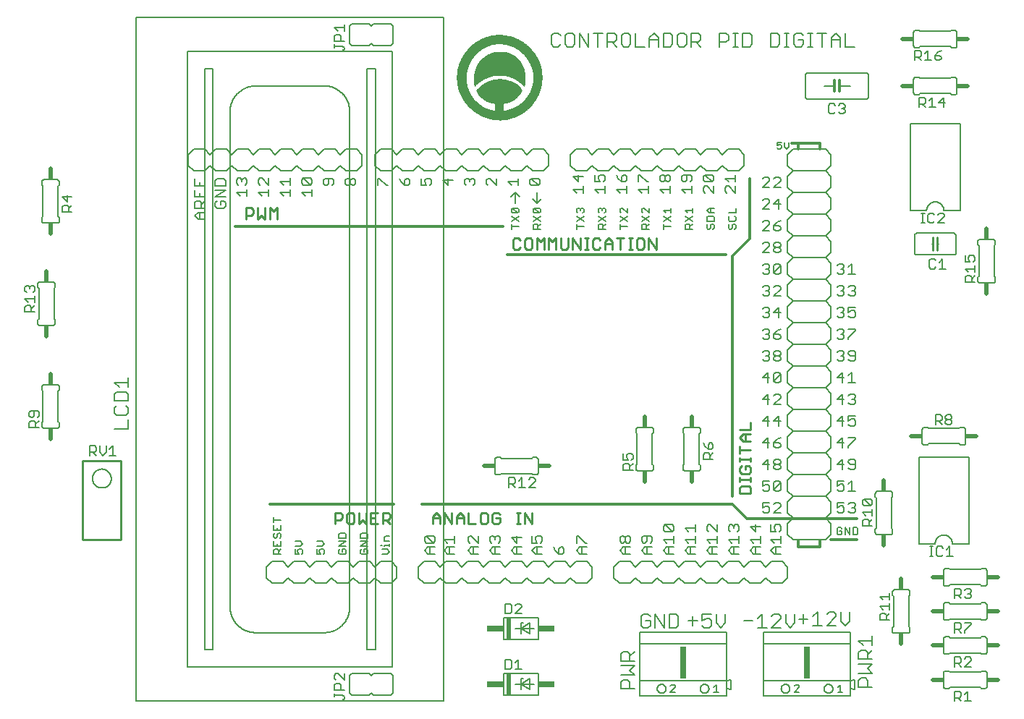
<source format=gbr>
G75*
%MOIN*%
%OFA0B0*%
%FSLAX25Y25*%
%IPPOS*%
%LPD*%
%AMOC8*
5,1,8,0,0,1.08239X$1,22.5*
%
%ADD10C,0.00700*%
%ADD11C,0.00600*%
%ADD12R,0.02000X0.10000*%
%ADD13R,0.07500X0.03000*%
%ADD14C,0.00500*%
%ADD15R,0.03000X0.15000*%
%ADD16C,0.02000*%
%ADD17R,0.01500X0.02000*%
%ADD18C,0.00800*%
%ADD19C,0.01200*%
%ADD20C,0.00900*%
%ADD21C,0.00787*%
%ADD22R,0.02000X0.01500*%
%ADD23C,0.01000*%
%ADD24C,0.00197*%
D10*
X0085349Y0139361D02*
X0091655Y0139361D01*
X0091655Y0143565D01*
X0090604Y0145807D02*
X0086400Y0145807D01*
X0085349Y0146857D01*
X0085349Y0148959D01*
X0086400Y0150010D01*
X0085349Y0152252D02*
X0085349Y0155405D01*
X0086400Y0156456D01*
X0090604Y0156456D01*
X0091655Y0155405D01*
X0091655Y0152252D01*
X0085349Y0152252D01*
X0090604Y0150010D02*
X0091655Y0148959D01*
X0091655Y0146857D01*
X0090604Y0145807D01*
X0091655Y0158698D02*
X0091655Y0162901D01*
X0091655Y0160799D02*
X0085349Y0160799D01*
X0087451Y0158698D01*
X0286567Y0316593D02*
X0287618Y0315542D01*
X0289720Y0315542D01*
X0290771Y0316593D01*
X0293013Y0316593D02*
X0294064Y0315542D01*
X0296165Y0315542D01*
X0297216Y0316593D01*
X0297216Y0320797D01*
X0296165Y0321848D01*
X0294064Y0321848D01*
X0293013Y0320797D01*
X0293013Y0316593D01*
X0290771Y0320797D02*
X0289720Y0321848D01*
X0287618Y0321848D01*
X0286567Y0320797D01*
X0286567Y0316593D01*
X0299458Y0315542D02*
X0299458Y0321848D01*
X0303662Y0315542D01*
X0303662Y0321848D01*
X0305904Y0321848D02*
X0310107Y0321848D01*
X0308005Y0321848D02*
X0308005Y0315542D01*
X0312349Y0315542D02*
X0312349Y0321848D01*
X0315502Y0321848D01*
X0316553Y0320797D01*
X0316553Y0318695D01*
X0315502Y0317644D01*
X0312349Y0317644D01*
X0314451Y0317644D02*
X0316553Y0315542D01*
X0318795Y0316593D02*
X0319846Y0315542D01*
X0321947Y0315542D01*
X0322998Y0316593D01*
X0322998Y0320797D01*
X0321947Y0321848D01*
X0319846Y0321848D01*
X0318795Y0320797D01*
X0318795Y0316593D01*
X0325240Y0315542D02*
X0329444Y0315542D01*
X0331686Y0315542D02*
X0331686Y0319746D01*
X0333787Y0321848D01*
X0335889Y0319746D01*
X0335889Y0315542D01*
X0338131Y0315542D02*
X0341284Y0315542D01*
X0342335Y0316593D01*
X0342335Y0320797D01*
X0341284Y0321848D01*
X0338131Y0321848D01*
X0338131Y0315542D01*
X0335889Y0318695D02*
X0331686Y0318695D01*
X0325240Y0321848D02*
X0325240Y0315542D01*
X0344577Y0316593D02*
X0345628Y0315542D01*
X0347729Y0315542D01*
X0348780Y0316593D01*
X0348780Y0320797D01*
X0347729Y0321848D01*
X0345628Y0321848D01*
X0344577Y0320797D01*
X0344577Y0316593D01*
X0351022Y0315542D02*
X0351022Y0321848D01*
X0354175Y0321848D01*
X0355226Y0320797D01*
X0355226Y0318695D01*
X0354175Y0317644D01*
X0351022Y0317644D01*
X0353124Y0317644D02*
X0355226Y0315542D01*
X0363913Y0315542D02*
X0363913Y0321848D01*
X0367066Y0321848D01*
X0368117Y0320797D01*
X0368117Y0318695D01*
X0367066Y0317644D01*
X0363913Y0317644D01*
X0370359Y0315542D02*
X0372460Y0315542D01*
X0371410Y0315542D02*
X0371410Y0321848D01*
X0372460Y0321848D02*
X0370359Y0321848D01*
X0374656Y0321848D02*
X0377808Y0321848D01*
X0378859Y0320797D01*
X0378859Y0316593D01*
X0377808Y0315542D01*
X0374656Y0315542D01*
X0374656Y0321848D01*
X0387547Y0321848D02*
X0387547Y0315542D01*
X0390699Y0315542D01*
X0391750Y0316593D01*
X0391750Y0320797D01*
X0390699Y0321848D01*
X0387547Y0321848D01*
X0393992Y0321848D02*
X0396094Y0321848D01*
X0395043Y0321848D02*
X0395043Y0315542D01*
X0393992Y0315542D02*
X0396094Y0315542D01*
X0398289Y0316593D02*
X0399340Y0315542D01*
X0401442Y0315542D01*
X0402493Y0316593D01*
X0402493Y0318695D01*
X0400391Y0318695D01*
X0402493Y0320797D02*
X0401442Y0321848D01*
X0399340Y0321848D01*
X0398289Y0320797D01*
X0398289Y0316593D01*
X0404735Y0315542D02*
X0406836Y0315542D01*
X0405786Y0315542D02*
X0405786Y0321848D01*
X0406836Y0321848D02*
X0404735Y0321848D01*
X0409032Y0321848D02*
X0413235Y0321848D01*
X0411133Y0321848D02*
X0411133Y0315542D01*
X0415477Y0315542D02*
X0415477Y0319746D01*
X0417579Y0321848D01*
X0419681Y0319746D01*
X0419681Y0315542D01*
X0421923Y0315542D02*
X0426126Y0315542D01*
X0421923Y0315542D02*
X0421923Y0321848D01*
X0419681Y0318695D02*
X0415477Y0318695D01*
X0414491Y0055005D02*
X0413440Y0053954D01*
X0414491Y0055005D02*
X0416593Y0055005D01*
X0417644Y0053954D01*
X0417644Y0052903D01*
X0413440Y0048700D01*
X0417644Y0048700D01*
X0419885Y0050801D02*
X0421987Y0048700D01*
X0424089Y0050801D01*
X0424089Y0055005D01*
X0419885Y0055005D02*
X0419885Y0050801D01*
X0411198Y0048700D02*
X0406994Y0048700D01*
X0409096Y0048700D02*
X0409096Y0055005D01*
X0406994Y0052903D01*
X0404753Y0051852D02*
X0400549Y0051852D01*
X0398690Y0049927D02*
X0398690Y0054131D01*
X0402651Y0053954D02*
X0402651Y0049751D01*
X0398690Y0049927D02*
X0396588Y0047826D01*
X0394486Y0049927D01*
X0394486Y0054131D01*
X0392244Y0053080D02*
X0391194Y0054131D01*
X0389092Y0054131D01*
X0388041Y0053080D01*
X0392244Y0053080D02*
X0392244Y0052029D01*
X0388041Y0047826D01*
X0392244Y0047826D01*
X0385799Y0047826D02*
X0381595Y0047826D01*
X0383697Y0047826D02*
X0383697Y0054131D01*
X0381595Y0052029D01*
X0379353Y0050978D02*
X0375150Y0050978D01*
X0366654Y0049927D02*
X0366654Y0054131D01*
X0362450Y0054131D02*
X0362450Y0049927D01*
X0364552Y0047826D01*
X0366654Y0049927D01*
X0360208Y0050978D02*
X0360208Y0048876D01*
X0359158Y0047826D01*
X0357056Y0047826D01*
X0356005Y0048876D01*
X0356005Y0050978D02*
X0358107Y0052029D01*
X0359158Y0052029D01*
X0360208Y0050978D01*
X0360208Y0054131D02*
X0356005Y0054131D01*
X0356005Y0050978D01*
X0353763Y0050978D02*
X0349559Y0050978D01*
X0351661Y0053080D02*
X0351661Y0048876D01*
X0345000Y0048876D02*
X0345000Y0053080D01*
X0343949Y0054131D01*
X0340797Y0054131D01*
X0340797Y0047826D01*
X0343949Y0047826D01*
X0345000Y0048876D01*
X0338555Y0047826D02*
X0338555Y0054131D01*
X0334351Y0054131D02*
X0338555Y0047826D01*
X0334351Y0047826D02*
X0334351Y0054131D01*
X0332109Y0053080D02*
X0331058Y0054131D01*
X0328957Y0054131D01*
X0327906Y0053080D01*
X0327906Y0048876D01*
X0328957Y0047826D01*
X0331058Y0047826D01*
X0332109Y0048876D01*
X0332109Y0050978D01*
X0330008Y0050978D01*
X0324816Y0036725D02*
X0322714Y0034624D01*
X0322714Y0035674D02*
X0322714Y0032522D01*
X0324816Y0032522D02*
X0318511Y0032522D01*
X0318511Y0035674D01*
X0319562Y0036725D01*
X0321663Y0036725D01*
X0322714Y0035674D01*
X0324816Y0030280D02*
X0318511Y0030280D01*
X0318511Y0026076D02*
X0324816Y0026076D01*
X0322714Y0028178D01*
X0324816Y0030280D01*
X0321663Y0023834D02*
X0319562Y0023834D01*
X0318511Y0022784D01*
X0318511Y0019631D01*
X0324816Y0019631D01*
X0322714Y0019631D02*
X0322714Y0022784D01*
X0321663Y0023834D01*
X0428078Y0023543D02*
X0428078Y0020390D01*
X0434383Y0020390D01*
X0432281Y0020390D02*
X0432281Y0023543D01*
X0431230Y0024594D01*
X0429128Y0024594D01*
X0428078Y0023543D01*
X0428078Y0026836D02*
X0434383Y0026836D01*
X0432281Y0028937D01*
X0434383Y0031039D01*
X0428078Y0031039D01*
X0428078Y0033281D02*
X0428078Y0036434D01*
X0429128Y0037485D01*
X0431230Y0037485D01*
X0432281Y0036434D01*
X0432281Y0033281D01*
X0432281Y0035383D02*
X0434383Y0037485D01*
X0434383Y0039727D02*
X0434383Y0043930D01*
X0434383Y0041828D02*
X0428078Y0041828D01*
X0430179Y0039727D01*
X0428078Y0033281D02*
X0434383Y0033281D01*
D11*
X0424327Y0040228D02*
X0424327Y0023228D01*
X0384327Y0023228D01*
X0384327Y0040228D01*
X0384327Y0045728D01*
X0424327Y0045728D01*
X0424327Y0040228D01*
X0384327Y0040228D01*
X0367241Y0040228D02*
X0367241Y0023228D01*
X0327241Y0023228D01*
X0327241Y0040228D01*
X0327241Y0045728D01*
X0367241Y0045728D01*
X0367241Y0040228D01*
X0327241Y0040228D01*
X0327241Y0023228D02*
X0327241Y0016228D01*
X0367241Y0016228D01*
X0367241Y0019728D01*
X0367241Y0023228D01*
X0369241Y0023728D01*
X0369241Y0019228D01*
X0367241Y0019728D01*
X0355141Y0019728D02*
X0355143Y0019817D01*
X0355149Y0019906D01*
X0355159Y0019995D01*
X0355173Y0020083D01*
X0355190Y0020170D01*
X0355212Y0020256D01*
X0355238Y0020342D01*
X0355267Y0020426D01*
X0355300Y0020509D01*
X0355336Y0020590D01*
X0355377Y0020670D01*
X0355420Y0020747D01*
X0355467Y0020823D01*
X0355518Y0020896D01*
X0355571Y0020967D01*
X0355628Y0021036D01*
X0355688Y0021102D01*
X0355751Y0021166D01*
X0355816Y0021226D01*
X0355884Y0021284D01*
X0355955Y0021338D01*
X0356028Y0021389D01*
X0356103Y0021437D01*
X0356180Y0021482D01*
X0356259Y0021523D01*
X0356340Y0021560D01*
X0356422Y0021594D01*
X0356506Y0021625D01*
X0356591Y0021651D01*
X0356677Y0021674D01*
X0356764Y0021692D01*
X0356852Y0021707D01*
X0356941Y0021718D01*
X0357030Y0021725D01*
X0357119Y0021728D01*
X0357208Y0021727D01*
X0357297Y0021722D01*
X0357385Y0021713D01*
X0357474Y0021700D01*
X0357561Y0021683D01*
X0357648Y0021663D01*
X0357734Y0021638D01*
X0357818Y0021610D01*
X0357901Y0021578D01*
X0357983Y0021542D01*
X0358063Y0021503D01*
X0358141Y0021460D01*
X0358217Y0021414D01*
X0358291Y0021364D01*
X0358363Y0021311D01*
X0358432Y0021255D01*
X0358499Y0021196D01*
X0358563Y0021134D01*
X0358624Y0021070D01*
X0358683Y0021002D01*
X0358738Y0020932D01*
X0358790Y0020860D01*
X0358839Y0020785D01*
X0358884Y0020709D01*
X0358926Y0020630D01*
X0358964Y0020550D01*
X0358999Y0020468D01*
X0359030Y0020384D01*
X0359058Y0020299D01*
X0359081Y0020213D01*
X0359101Y0020126D01*
X0359117Y0020039D01*
X0359129Y0019950D01*
X0359137Y0019862D01*
X0359141Y0019773D01*
X0359141Y0019683D01*
X0359137Y0019594D01*
X0359129Y0019506D01*
X0359117Y0019417D01*
X0359101Y0019330D01*
X0359081Y0019243D01*
X0359058Y0019157D01*
X0359030Y0019072D01*
X0358999Y0018988D01*
X0358964Y0018906D01*
X0358926Y0018826D01*
X0358884Y0018747D01*
X0358839Y0018671D01*
X0358790Y0018596D01*
X0358738Y0018524D01*
X0358683Y0018454D01*
X0358624Y0018386D01*
X0358563Y0018322D01*
X0358499Y0018260D01*
X0358432Y0018201D01*
X0358363Y0018145D01*
X0358291Y0018092D01*
X0358217Y0018042D01*
X0358141Y0017996D01*
X0358063Y0017953D01*
X0357983Y0017914D01*
X0357901Y0017878D01*
X0357818Y0017846D01*
X0357734Y0017818D01*
X0357648Y0017793D01*
X0357561Y0017773D01*
X0357474Y0017756D01*
X0357385Y0017743D01*
X0357297Y0017734D01*
X0357208Y0017729D01*
X0357119Y0017728D01*
X0357030Y0017731D01*
X0356941Y0017738D01*
X0356852Y0017749D01*
X0356764Y0017764D01*
X0356677Y0017782D01*
X0356591Y0017805D01*
X0356506Y0017831D01*
X0356422Y0017862D01*
X0356340Y0017896D01*
X0356259Y0017933D01*
X0356180Y0017974D01*
X0356103Y0018019D01*
X0356028Y0018067D01*
X0355955Y0018118D01*
X0355884Y0018172D01*
X0355816Y0018230D01*
X0355751Y0018290D01*
X0355688Y0018354D01*
X0355628Y0018420D01*
X0355571Y0018489D01*
X0355518Y0018560D01*
X0355467Y0018633D01*
X0355420Y0018709D01*
X0355377Y0018786D01*
X0355336Y0018866D01*
X0355300Y0018947D01*
X0355267Y0019030D01*
X0355238Y0019114D01*
X0355212Y0019200D01*
X0355190Y0019286D01*
X0355173Y0019373D01*
X0355159Y0019461D01*
X0355149Y0019550D01*
X0355143Y0019639D01*
X0355141Y0019728D01*
X0335341Y0019728D02*
X0335343Y0019817D01*
X0335349Y0019906D01*
X0335359Y0019995D01*
X0335373Y0020083D01*
X0335390Y0020170D01*
X0335412Y0020256D01*
X0335438Y0020342D01*
X0335467Y0020426D01*
X0335500Y0020509D01*
X0335536Y0020590D01*
X0335577Y0020670D01*
X0335620Y0020747D01*
X0335667Y0020823D01*
X0335718Y0020896D01*
X0335771Y0020967D01*
X0335828Y0021036D01*
X0335888Y0021102D01*
X0335951Y0021166D01*
X0336016Y0021226D01*
X0336084Y0021284D01*
X0336155Y0021338D01*
X0336228Y0021389D01*
X0336303Y0021437D01*
X0336380Y0021482D01*
X0336459Y0021523D01*
X0336540Y0021560D01*
X0336622Y0021594D01*
X0336706Y0021625D01*
X0336791Y0021651D01*
X0336877Y0021674D01*
X0336964Y0021692D01*
X0337052Y0021707D01*
X0337141Y0021718D01*
X0337230Y0021725D01*
X0337319Y0021728D01*
X0337408Y0021727D01*
X0337497Y0021722D01*
X0337585Y0021713D01*
X0337674Y0021700D01*
X0337761Y0021683D01*
X0337848Y0021663D01*
X0337934Y0021638D01*
X0338018Y0021610D01*
X0338101Y0021578D01*
X0338183Y0021542D01*
X0338263Y0021503D01*
X0338341Y0021460D01*
X0338417Y0021414D01*
X0338491Y0021364D01*
X0338563Y0021311D01*
X0338632Y0021255D01*
X0338699Y0021196D01*
X0338763Y0021134D01*
X0338824Y0021070D01*
X0338883Y0021002D01*
X0338938Y0020932D01*
X0338990Y0020860D01*
X0339039Y0020785D01*
X0339084Y0020709D01*
X0339126Y0020630D01*
X0339164Y0020550D01*
X0339199Y0020468D01*
X0339230Y0020384D01*
X0339258Y0020299D01*
X0339281Y0020213D01*
X0339301Y0020126D01*
X0339317Y0020039D01*
X0339329Y0019950D01*
X0339337Y0019862D01*
X0339341Y0019773D01*
X0339341Y0019683D01*
X0339337Y0019594D01*
X0339329Y0019506D01*
X0339317Y0019417D01*
X0339301Y0019330D01*
X0339281Y0019243D01*
X0339258Y0019157D01*
X0339230Y0019072D01*
X0339199Y0018988D01*
X0339164Y0018906D01*
X0339126Y0018826D01*
X0339084Y0018747D01*
X0339039Y0018671D01*
X0338990Y0018596D01*
X0338938Y0018524D01*
X0338883Y0018454D01*
X0338824Y0018386D01*
X0338763Y0018322D01*
X0338699Y0018260D01*
X0338632Y0018201D01*
X0338563Y0018145D01*
X0338491Y0018092D01*
X0338417Y0018042D01*
X0338341Y0017996D01*
X0338263Y0017953D01*
X0338183Y0017914D01*
X0338101Y0017878D01*
X0338018Y0017846D01*
X0337934Y0017818D01*
X0337848Y0017793D01*
X0337761Y0017773D01*
X0337674Y0017756D01*
X0337585Y0017743D01*
X0337497Y0017734D01*
X0337408Y0017729D01*
X0337319Y0017728D01*
X0337230Y0017731D01*
X0337141Y0017738D01*
X0337052Y0017749D01*
X0336964Y0017764D01*
X0336877Y0017782D01*
X0336791Y0017805D01*
X0336706Y0017831D01*
X0336622Y0017862D01*
X0336540Y0017896D01*
X0336459Y0017933D01*
X0336380Y0017974D01*
X0336303Y0018019D01*
X0336228Y0018067D01*
X0336155Y0018118D01*
X0336084Y0018172D01*
X0336016Y0018230D01*
X0335951Y0018290D01*
X0335888Y0018354D01*
X0335828Y0018420D01*
X0335771Y0018489D01*
X0335718Y0018560D01*
X0335667Y0018633D01*
X0335620Y0018709D01*
X0335577Y0018786D01*
X0335536Y0018866D01*
X0335500Y0018947D01*
X0335467Y0019030D01*
X0335438Y0019114D01*
X0335412Y0019200D01*
X0335390Y0019286D01*
X0335373Y0019373D01*
X0335359Y0019461D01*
X0335349Y0019550D01*
X0335343Y0019639D01*
X0335341Y0019728D01*
X0384327Y0016228D02*
X0384327Y0023228D01*
X0384327Y0016228D02*
X0424327Y0016228D01*
X0424327Y0019728D01*
X0424327Y0023228D01*
X0426327Y0023728D01*
X0426327Y0019228D01*
X0424327Y0019728D01*
X0412227Y0019728D02*
X0412229Y0019817D01*
X0412235Y0019906D01*
X0412245Y0019995D01*
X0412259Y0020083D01*
X0412276Y0020170D01*
X0412298Y0020256D01*
X0412324Y0020342D01*
X0412353Y0020426D01*
X0412386Y0020509D01*
X0412422Y0020590D01*
X0412463Y0020670D01*
X0412506Y0020747D01*
X0412553Y0020823D01*
X0412604Y0020896D01*
X0412657Y0020967D01*
X0412714Y0021036D01*
X0412774Y0021102D01*
X0412837Y0021166D01*
X0412902Y0021226D01*
X0412970Y0021284D01*
X0413041Y0021338D01*
X0413114Y0021389D01*
X0413189Y0021437D01*
X0413266Y0021482D01*
X0413345Y0021523D01*
X0413426Y0021560D01*
X0413508Y0021594D01*
X0413592Y0021625D01*
X0413677Y0021651D01*
X0413763Y0021674D01*
X0413850Y0021692D01*
X0413938Y0021707D01*
X0414027Y0021718D01*
X0414116Y0021725D01*
X0414205Y0021728D01*
X0414294Y0021727D01*
X0414383Y0021722D01*
X0414471Y0021713D01*
X0414560Y0021700D01*
X0414647Y0021683D01*
X0414734Y0021663D01*
X0414820Y0021638D01*
X0414904Y0021610D01*
X0414987Y0021578D01*
X0415069Y0021542D01*
X0415149Y0021503D01*
X0415227Y0021460D01*
X0415303Y0021414D01*
X0415377Y0021364D01*
X0415449Y0021311D01*
X0415518Y0021255D01*
X0415585Y0021196D01*
X0415649Y0021134D01*
X0415710Y0021070D01*
X0415769Y0021002D01*
X0415824Y0020932D01*
X0415876Y0020860D01*
X0415925Y0020785D01*
X0415970Y0020709D01*
X0416012Y0020630D01*
X0416050Y0020550D01*
X0416085Y0020468D01*
X0416116Y0020384D01*
X0416144Y0020299D01*
X0416167Y0020213D01*
X0416187Y0020126D01*
X0416203Y0020039D01*
X0416215Y0019950D01*
X0416223Y0019862D01*
X0416227Y0019773D01*
X0416227Y0019683D01*
X0416223Y0019594D01*
X0416215Y0019506D01*
X0416203Y0019417D01*
X0416187Y0019330D01*
X0416167Y0019243D01*
X0416144Y0019157D01*
X0416116Y0019072D01*
X0416085Y0018988D01*
X0416050Y0018906D01*
X0416012Y0018826D01*
X0415970Y0018747D01*
X0415925Y0018671D01*
X0415876Y0018596D01*
X0415824Y0018524D01*
X0415769Y0018454D01*
X0415710Y0018386D01*
X0415649Y0018322D01*
X0415585Y0018260D01*
X0415518Y0018201D01*
X0415449Y0018145D01*
X0415377Y0018092D01*
X0415303Y0018042D01*
X0415227Y0017996D01*
X0415149Y0017953D01*
X0415069Y0017914D01*
X0414987Y0017878D01*
X0414904Y0017846D01*
X0414820Y0017818D01*
X0414734Y0017793D01*
X0414647Y0017773D01*
X0414560Y0017756D01*
X0414471Y0017743D01*
X0414383Y0017734D01*
X0414294Y0017729D01*
X0414205Y0017728D01*
X0414116Y0017731D01*
X0414027Y0017738D01*
X0413938Y0017749D01*
X0413850Y0017764D01*
X0413763Y0017782D01*
X0413677Y0017805D01*
X0413592Y0017831D01*
X0413508Y0017862D01*
X0413426Y0017896D01*
X0413345Y0017933D01*
X0413266Y0017974D01*
X0413189Y0018019D01*
X0413114Y0018067D01*
X0413041Y0018118D01*
X0412970Y0018172D01*
X0412902Y0018230D01*
X0412837Y0018290D01*
X0412774Y0018354D01*
X0412714Y0018420D01*
X0412657Y0018489D01*
X0412604Y0018560D01*
X0412553Y0018633D01*
X0412506Y0018709D01*
X0412463Y0018786D01*
X0412422Y0018866D01*
X0412386Y0018947D01*
X0412353Y0019030D01*
X0412324Y0019114D01*
X0412298Y0019200D01*
X0412276Y0019286D01*
X0412259Y0019373D01*
X0412245Y0019461D01*
X0412235Y0019550D01*
X0412229Y0019639D01*
X0412227Y0019728D01*
X0392427Y0019728D02*
X0392429Y0019817D01*
X0392435Y0019906D01*
X0392445Y0019995D01*
X0392459Y0020083D01*
X0392476Y0020170D01*
X0392498Y0020256D01*
X0392524Y0020342D01*
X0392553Y0020426D01*
X0392586Y0020509D01*
X0392622Y0020590D01*
X0392663Y0020670D01*
X0392706Y0020747D01*
X0392753Y0020823D01*
X0392804Y0020896D01*
X0392857Y0020967D01*
X0392914Y0021036D01*
X0392974Y0021102D01*
X0393037Y0021166D01*
X0393102Y0021226D01*
X0393170Y0021284D01*
X0393241Y0021338D01*
X0393314Y0021389D01*
X0393389Y0021437D01*
X0393466Y0021482D01*
X0393545Y0021523D01*
X0393626Y0021560D01*
X0393708Y0021594D01*
X0393792Y0021625D01*
X0393877Y0021651D01*
X0393963Y0021674D01*
X0394050Y0021692D01*
X0394138Y0021707D01*
X0394227Y0021718D01*
X0394316Y0021725D01*
X0394405Y0021728D01*
X0394494Y0021727D01*
X0394583Y0021722D01*
X0394671Y0021713D01*
X0394760Y0021700D01*
X0394847Y0021683D01*
X0394934Y0021663D01*
X0395020Y0021638D01*
X0395104Y0021610D01*
X0395187Y0021578D01*
X0395269Y0021542D01*
X0395349Y0021503D01*
X0395427Y0021460D01*
X0395503Y0021414D01*
X0395577Y0021364D01*
X0395649Y0021311D01*
X0395718Y0021255D01*
X0395785Y0021196D01*
X0395849Y0021134D01*
X0395910Y0021070D01*
X0395969Y0021002D01*
X0396024Y0020932D01*
X0396076Y0020860D01*
X0396125Y0020785D01*
X0396170Y0020709D01*
X0396212Y0020630D01*
X0396250Y0020550D01*
X0396285Y0020468D01*
X0396316Y0020384D01*
X0396344Y0020299D01*
X0396367Y0020213D01*
X0396387Y0020126D01*
X0396403Y0020039D01*
X0396415Y0019950D01*
X0396423Y0019862D01*
X0396427Y0019773D01*
X0396427Y0019683D01*
X0396423Y0019594D01*
X0396415Y0019506D01*
X0396403Y0019417D01*
X0396387Y0019330D01*
X0396367Y0019243D01*
X0396344Y0019157D01*
X0396316Y0019072D01*
X0396285Y0018988D01*
X0396250Y0018906D01*
X0396212Y0018826D01*
X0396170Y0018747D01*
X0396125Y0018671D01*
X0396076Y0018596D01*
X0396024Y0018524D01*
X0395969Y0018454D01*
X0395910Y0018386D01*
X0395849Y0018322D01*
X0395785Y0018260D01*
X0395718Y0018201D01*
X0395649Y0018145D01*
X0395577Y0018092D01*
X0395503Y0018042D01*
X0395427Y0017996D01*
X0395349Y0017953D01*
X0395269Y0017914D01*
X0395187Y0017878D01*
X0395104Y0017846D01*
X0395020Y0017818D01*
X0394934Y0017793D01*
X0394847Y0017773D01*
X0394760Y0017756D01*
X0394671Y0017743D01*
X0394583Y0017734D01*
X0394494Y0017729D01*
X0394405Y0017728D01*
X0394316Y0017731D01*
X0394227Y0017738D01*
X0394138Y0017749D01*
X0394050Y0017764D01*
X0393963Y0017782D01*
X0393877Y0017805D01*
X0393792Y0017831D01*
X0393708Y0017862D01*
X0393626Y0017896D01*
X0393545Y0017933D01*
X0393466Y0017974D01*
X0393389Y0018019D01*
X0393314Y0018067D01*
X0393241Y0018118D01*
X0393170Y0018172D01*
X0393102Y0018230D01*
X0393037Y0018290D01*
X0392974Y0018354D01*
X0392914Y0018420D01*
X0392857Y0018489D01*
X0392804Y0018560D01*
X0392753Y0018633D01*
X0392706Y0018709D01*
X0392663Y0018786D01*
X0392622Y0018866D01*
X0392586Y0018947D01*
X0392553Y0019030D01*
X0392524Y0019114D01*
X0392498Y0019200D01*
X0392476Y0019286D01*
X0392459Y0019373D01*
X0392445Y0019461D01*
X0392435Y0019550D01*
X0392429Y0019639D01*
X0392427Y0019728D01*
X0443635Y0046350D02*
X0443635Y0047850D01*
X0444135Y0048350D01*
X0444135Y0062350D01*
X0443635Y0062850D01*
X0443635Y0064350D01*
X0443637Y0064410D01*
X0443642Y0064471D01*
X0443651Y0064530D01*
X0443664Y0064589D01*
X0443680Y0064648D01*
X0443700Y0064705D01*
X0443723Y0064760D01*
X0443750Y0064815D01*
X0443779Y0064867D01*
X0443812Y0064918D01*
X0443848Y0064967D01*
X0443886Y0065013D01*
X0443928Y0065057D01*
X0443972Y0065099D01*
X0444018Y0065137D01*
X0444067Y0065173D01*
X0444118Y0065206D01*
X0444170Y0065235D01*
X0444225Y0065262D01*
X0444280Y0065285D01*
X0444337Y0065305D01*
X0444396Y0065321D01*
X0444455Y0065334D01*
X0444514Y0065343D01*
X0444575Y0065348D01*
X0444635Y0065350D01*
X0450635Y0065350D01*
X0450695Y0065348D01*
X0450756Y0065343D01*
X0450815Y0065334D01*
X0450874Y0065321D01*
X0450933Y0065305D01*
X0450990Y0065285D01*
X0451045Y0065262D01*
X0451100Y0065235D01*
X0451152Y0065206D01*
X0451203Y0065173D01*
X0451252Y0065137D01*
X0451298Y0065099D01*
X0451342Y0065057D01*
X0451384Y0065013D01*
X0451422Y0064967D01*
X0451458Y0064918D01*
X0451491Y0064867D01*
X0451520Y0064815D01*
X0451547Y0064760D01*
X0451570Y0064705D01*
X0451590Y0064648D01*
X0451606Y0064589D01*
X0451619Y0064530D01*
X0451628Y0064471D01*
X0451633Y0064410D01*
X0451635Y0064350D01*
X0451635Y0062850D01*
X0451135Y0062350D01*
X0451135Y0048350D01*
X0451635Y0047850D01*
X0451635Y0046350D01*
X0451633Y0046290D01*
X0451628Y0046229D01*
X0451619Y0046170D01*
X0451606Y0046111D01*
X0451590Y0046052D01*
X0451570Y0045995D01*
X0451547Y0045940D01*
X0451520Y0045885D01*
X0451491Y0045833D01*
X0451458Y0045782D01*
X0451422Y0045733D01*
X0451384Y0045687D01*
X0451342Y0045643D01*
X0451298Y0045601D01*
X0451252Y0045563D01*
X0451203Y0045527D01*
X0451152Y0045494D01*
X0451100Y0045465D01*
X0451045Y0045438D01*
X0450990Y0045415D01*
X0450933Y0045395D01*
X0450874Y0045379D01*
X0450815Y0045366D01*
X0450756Y0045357D01*
X0450695Y0045352D01*
X0450635Y0045350D01*
X0444635Y0045350D01*
X0444575Y0045352D01*
X0444514Y0045357D01*
X0444455Y0045366D01*
X0444396Y0045379D01*
X0444337Y0045395D01*
X0444280Y0045415D01*
X0444225Y0045438D01*
X0444170Y0045465D01*
X0444118Y0045494D01*
X0444067Y0045527D01*
X0444018Y0045563D01*
X0443972Y0045601D01*
X0443928Y0045643D01*
X0443886Y0045687D01*
X0443848Y0045733D01*
X0443812Y0045782D01*
X0443779Y0045833D01*
X0443750Y0045885D01*
X0443723Y0045940D01*
X0443700Y0045995D01*
X0443680Y0046052D01*
X0443664Y0046111D01*
X0443651Y0046170D01*
X0443642Y0046229D01*
X0443637Y0046290D01*
X0443635Y0046350D01*
X0467162Y0042602D02*
X0467162Y0036602D01*
X0467164Y0036542D01*
X0467169Y0036481D01*
X0467178Y0036422D01*
X0467191Y0036363D01*
X0467207Y0036304D01*
X0467227Y0036247D01*
X0467250Y0036192D01*
X0467277Y0036137D01*
X0467306Y0036085D01*
X0467339Y0036034D01*
X0467375Y0035985D01*
X0467413Y0035939D01*
X0467455Y0035895D01*
X0467499Y0035853D01*
X0467545Y0035815D01*
X0467594Y0035779D01*
X0467645Y0035746D01*
X0467697Y0035717D01*
X0467752Y0035690D01*
X0467807Y0035667D01*
X0467864Y0035647D01*
X0467923Y0035631D01*
X0467982Y0035618D01*
X0468041Y0035609D01*
X0468102Y0035604D01*
X0468162Y0035602D01*
X0469662Y0035602D01*
X0470162Y0036102D01*
X0484162Y0036102D01*
X0484662Y0035602D01*
X0486162Y0035602D01*
X0486222Y0035604D01*
X0486283Y0035609D01*
X0486342Y0035618D01*
X0486401Y0035631D01*
X0486460Y0035647D01*
X0486517Y0035667D01*
X0486572Y0035690D01*
X0486627Y0035717D01*
X0486679Y0035746D01*
X0486730Y0035779D01*
X0486779Y0035815D01*
X0486825Y0035853D01*
X0486869Y0035895D01*
X0486911Y0035939D01*
X0486949Y0035985D01*
X0486985Y0036034D01*
X0487018Y0036085D01*
X0487047Y0036137D01*
X0487074Y0036192D01*
X0487097Y0036247D01*
X0487117Y0036304D01*
X0487133Y0036363D01*
X0487146Y0036422D01*
X0487155Y0036481D01*
X0487160Y0036542D01*
X0487162Y0036602D01*
X0487162Y0042602D01*
X0487160Y0042662D01*
X0487155Y0042723D01*
X0487146Y0042782D01*
X0487133Y0042841D01*
X0487117Y0042900D01*
X0487097Y0042957D01*
X0487074Y0043012D01*
X0487047Y0043067D01*
X0487018Y0043119D01*
X0486985Y0043170D01*
X0486949Y0043219D01*
X0486911Y0043265D01*
X0486869Y0043309D01*
X0486825Y0043351D01*
X0486779Y0043389D01*
X0486730Y0043425D01*
X0486679Y0043458D01*
X0486627Y0043487D01*
X0486572Y0043514D01*
X0486517Y0043537D01*
X0486460Y0043557D01*
X0486401Y0043573D01*
X0486342Y0043586D01*
X0486283Y0043595D01*
X0486222Y0043600D01*
X0486162Y0043602D01*
X0484662Y0043602D01*
X0484162Y0043102D01*
X0470162Y0043102D01*
X0469662Y0043602D01*
X0468162Y0043602D01*
X0468102Y0043600D01*
X0468041Y0043595D01*
X0467982Y0043586D01*
X0467923Y0043573D01*
X0467864Y0043557D01*
X0467807Y0043537D01*
X0467752Y0043514D01*
X0467697Y0043487D01*
X0467645Y0043458D01*
X0467594Y0043425D01*
X0467545Y0043389D01*
X0467499Y0043351D01*
X0467455Y0043309D01*
X0467413Y0043265D01*
X0467375Y0043219D01*
X0467339Y0043170D01*
X0467306Y0043119D01*
X0467277Y0043067D01*
X0467250Y0043012D01*
X0467227Y0042957D01*
X0467207Y0042900D01*
X0467191Y0042841D01*
X0467178Y0042782D01*
X0467169Y0042723D01*
X0467164Y0042662D01*
X0467162Y0042602D01*
X0468162Y0051350D02*
X0469662Y0051350D01*
X0470162Y0051850D01*
X0484162Y0051850D01*
X0484662Y0051350D01*
X0486162Y0051350D01*
X0486222Y0051352D01*
X0486283Y0051357D01*
X0486342Y0051366D01*
X0486401Y0051379D01*
X0486460Y0051395D01*
X0486517Y0051415D01*
X0486572Y0051438D01*
X0486627Y0051465D01*
X0486679Y0051494D01*
X0486730Y0051527D01*
X0486779Y0051563D01*
X0486825Y0051601D01*
X0486869Y0051643D01*
X0486911Y0051687D01*
X0486949Y0051733D01*
X0486985Y0051782D01*
X0487018Y0051833D01*
X0487047Y0051885D01*
X0487074Y0051940D01*
X0487097Y0051995D01*
X0487117Y0052052D01*
X0487133Y0052111D01*
X0487146Y0052170D01*
X0487155Y0052229D01*
X0487160Y0052290D01*
X0487162Y0052350D01*
X0487162Y0058350D01*
X0487160Y0058410D01*
X0487155Y0058471D01*
X0487146Y0058530D01*
X0487133Y0058589D01*
X0487117Y0058648D01*
X0487097Y0058705D01*
X0487074Y0058760D01*
X0487047Y0058815D01*
X0487018Y0058867D01*
X0486985Y0058918D01*
X0486949Y0058967D01*
X0486911Y0059013D01*
X0486869Y0059057D01*
X0486825Y0059099D01*
X0486779Y0059137D01*
X0486730Y0059173D01*
X0486679Y0059206D01*
X0486627Y0059235D01*
X0486572Y0059262D01*
X0486517Y0059285D01*
X0486460Y0059305D01*
X0486401Y0059321D01*
X0486342Y0059334D01*
X0486283Y0059343D01*
X0486222Y0059348D01*
X0486162Y0059350D01*
X0484662Y0059350D01*
X0484162Y0058850D01*
X0470162Y0058850D01*
X0469662Y0059350D01*
X0468162Y0059350D01*
X0468102Y0059348D01*
X0468041Y0059343D01*
X0467982Y0059334D01*
X0467923Y0059321D01*
X0467864Y0059305D01*
X0467807Y0059285D01*
X0467752Y0059262D01*
X0467697Y0059235D01*
X0467645Y0059206D01*
X0467594Y0059173D01*
X0467545Y0059137D01*
X0467499Y0059099D01*
X0467455Y0059057D01*
X0467413Y0059013D01*
X0467375Y0058967D01*
X0467339Y0058918D01*
X0467306Y0058867D01*
X0467277Y0058815D01*
X0467250Y0058760D01*
X0467227Y0058705D01*
X0467207Y0058648D01*
X0467191Y0058589D01*
X0467178Y0058530D01*
X0467169Y0058471D01*
X0467164Y0058410D01*
X0467162Y0058350D01*
X0467162Y0052350D01*
X0467164Y0052290D01*
X0467169Y0052229D01*
X0467178Y0052170D01*
X0467191Y0052111D01*
X0467207Y0052052D01*
X0467227Y0051995D01*
X0467250Y0051940D01*
X0467277Y0051885D01*
X0467306Y0051833D01*
X0467339Y0051782D01*
X0467375Y0051733D01*
X0467413Y0051687D01*
X0467455Y0051643D01*
X0467499Y0051601D01*
X0467545Y0051563D01*
X0467594Y0051527D01*
X0467645Y0051494D01*
X0467697Y0051465D01*
X0467752Y0051438D01*
X0467807Y0051415D01*
X0467864Y0051395D01*
X0467923Y0051379D01*
X0467982Y0051366D01*
X0468041Y0051357D01*
X0468102Y0051352D01*
X0468162Y0051350D01*
X0468162Y0067098D02*
X0469662Y0067098D01*
X0470162Y0067598D01*
X0484162Y0067598D01*
X0484662Y0067098D01*
X0486162Y0067098D01*
X0486222Y0067100D01*
X0486283Y0067105D01*
X0486342Y0067114D01*
X0486401Y0067127D01*
X0486460Y0067143D01*
X0486517Y0067163D01*
X0486572Y0067186D01*
X0486627Y0067213D01*
X0486679Y0067242D01*
X0486730Y0067275D01*
X0486779Y0067311D01*
X0486825Y0067349D01*
X0486869Y0067391D01*
X0486911Y0067435D01*
X0486949Y0067481D01*
X0486985Y0067530D01*
X0487018Y0067581D01*
X0487047Y0067633D01*
X0487074Y0067688D01*
X0487097Y0067743D01*
X0487117Y0067800D01*
X0487133Y0067859D01*
X0487146Y0067918D01*
X0487155Y0067977D01*
X0487160Y0068038D01*
X0487162Y0068098D01*
X0487162Y0074098D01*
X0487160Y0074158D01*
X0487155Y0074219D01*
X0487146Y0074278D01*
X0487133Y0074337D01*
X0487117Y0074396D01*
X0487097Y0074453D01*
X0487074Y0074508D01*
X0487047Y0074563D01*
X0487018Y0074615D01*
X0486985Y0074666D01*
X0486949Y0074715D01*
X0486911Y0074761D01*
X0486869Y0074805D01*
X0486825Y0074847D01*
X0486779Y0074885D01*
X0486730Y0074921D01*
X0486679Y0074954D01*
X0486627Y0074983D01*
X0486572Y0075010D01*
X0486517Y0075033D01*
X0486460Y0075053D01*
X0486401Y0075069D01*
X0486342Y0075082D01*
X0486283Y0075091D01*
X0486222Y0075096D01*
X0486162Y0075098D01*
X0484662Y0075098D01*
X0484162Y0074598D01*
X0470162Y0074598D01*
X0469662Y0075098D01*
X0468162Y0075098D01*
X0468102Y0075096D01*
X0468041Y0075091D01*
X0467982Y0075082D01*
X0467923Y0075069D01*
X0467864Y0075053D01*
X0467807Y0075033D01*
X0467752Y0075010D01*
X0467697Y0074983D01*
X0467645Y0074954D01*
X0467594Y0074921D01*
X0467545Y0074885D01*
X0467499Y0074847D01*
X0467455Y0074805D01*
X0467413Y0074761D01*
X0467375Y0074715D01*
X0467339Y0074666D01*
X0467306Y0074615D01*
X0467277Y0074563D01*
X0467250Y0074508D01*
X0467227Y0074453D01*
X0467207Y0074396D01*
X0467191Y0074337D01*
X0467178Y0074278D01*
X0467169Y0074219D01*
X0467164Y0074158D01*
X0467162Y0074098D01*
X0467162Y0068098D01*
X0467164Y0068038D01*
X0467169Y0067977D01*
X0467178Y0067918D01*
X0467191Y0067859D01*
X0467207Y0067800D01*
X0467227Y0067743D01*
X0467250Y0067688D01*
X0467277Y0067633D01*
X0467306Y0067581D01*
X0467339Y0067530D01*
X0467375Y0067481D01*
X0467413Y0067435D01*
X0467455Y0067391D01*
X0467499Y0067349D01*
X0467545Y0067311D01*
X0467594Y0067275D01*
X0467645Y0067242D01*
X0467697Y0067213D01*
X0467752Y0067186D01*
X0467807Y0067163D01*
X0467864Y0067143D01*
X0467923Y0067127D01*
X0467982Y0067114D01*
X0468041Y0067105D01*
X0468102Y0067100D01*
X0468162Y0067098D01*
X0471320Y0086531D02*
X0471318Y0086657D01*
X0471312Y0086782D01*
X0471302Y0086907D01*
X0471288Y0087032D01*
X0471271Y0087157D01*
X0471249Y0087281D01*
X0471224Y0087404D01*
X0471194Y0087526D01*
X0471161Y0087647D01*
X0471124Y0087767D01*
X0471084Y0087886D01*
X0471039Y0088003D01*
X0470991Y0088120D01*
X0470939Y0088234D01*
X0470884Y0088347D01*
X0470825Y0088458D01*
X0470763Y0088567D01*
X0470697Y0088674D01*
X0470628Y0088779D01*
X0470556Y0088882D01*
X0470481Y0088983D01*
X0470402Y0089081D01*
X0470320Y0089176D01*
X0470236Y0089269D01*
X0470148Y0089359D01*
X0470058Y0089447D01*
X0469965Y0089531D01*
X0469870Y0089613D01*
X0469772Y0089692D01*
X0469671Y0089767D01*
X0469568Y0089839D01*
X0469463Y0089908D01*
X0469356Y0089974D01*
X0469247Y0090036D01*
X0469136Y0090095D01*
X0469023Y0090150D01*
X0468909Y0090202D01*
X0468792Y0090250D01*
X0468675Y0090295D01*
X0468556Y0090335D01*
X0468436Y0090372D01*
X0468315Y0090405D01*
X0468193Y0090435D01*
X0468070Y0090460D01*
X0467946Y0090482D01*
X0467821Y0090499D01*
X0467696Y0090513D01*
X0467571Y0090523D01*
X0467446Y0090529D01*
X0467320Y0090531D01*
X0467194Y0090529D01*
X0467069Y0090523D01*
X0466944Y0090513D01*
X0466819Y0090499D01*
X0466694Y0090482D01*
X0466570Y0090460D01*
X0466447Y0090435D01*
X0466325Y0090405D01*
X0466204Y0090372D01*
X0466084Y0090335D01*
X0465965Y0090295D01*
X0465848Y0090250D01*
X0465731Y0090202D01*
X0465617Y0090150D01*
X0465504Y0090095D01*
X0465393Y0090036D01*
X0465284Y0089974D01*
X0465177Y0089908D01*
X0465072Y0089839D01*
X0464969Y0089767D01*
X0464868Y0089692D01*
X0464770Y0089613D01*
X0464675Y0089531D01*
X0464582Y0089447D01*
X0464492Y0089359D01*
X0464404Y0089269D01*
X0464320Y0089176D01*
X0464238Y0089081D01*
X0464159Y0088983D01*
X0464084Y0088882D01*
X0464012Y0088779D01*
X0463943Y0088674D01*
X0463877Y0088567D01*
X0463815Y0088458D01*
X0463756Y0088347D01*
X0463701Y0088234D01*
X0463649Y0088120D01*
X0463601Y0088003D01*
X0463556Y0087886D01*
X0463516Y0087767D01*
X0463479Y0087647D01*
X0463446Y0087526D01*
X0463416Y0087404D01*
X0463391Y0087281D01*
X0463369Y0087157D01*
X0463352Y0087032D01*
X0463338Y0086907D01*
X0463328Y0086782D01*
X0463322Y0086657D01*
X0463320Y0086531D01*
X0455820Y0086531D01*
X0455820Y0126531D01*
X0478820Y0126531D01*
X0478820Y0086531D01*
X0471320Y0086531D01*
X0443760Y0091625D02*
X0443760Y0093125D01*
X0443260Y0093625D01*
X0443260Y0107625D01*
X0443760Y0108125D01*
X0443760Y0109625D01*
X0443758Y0109685D01*
X0443753Y0109746D01*
X0443744Y0109805D01*
X0443731Y0109864D01*
X0443715Y0109923D01*
X0443695Y0109980D01*
X0443672Y0110035D01*
X0443645Y0110090D01*
X0443616Y0110142D01*
X0443583Y0110193D01*
X0443547Y0110242D01*
X0443509Y0110288D01*
X0443467Y0110332D01*
X0443423Y0110374D01*
X0443377Y0110412D01*
X0443328Y0110448D01*
X0443277Y0110481D01*
X0443225Y0110510D01*
X0443170Y0110537D01*
X0443115Y0110560D01*
X0443058Y0110580D01*
X0442999Y0110596D01*
X0442940Y0110609D01*
X0442881Y0110618D01*
X0442820Y0110623D01*
X0442760Y0110625D01*
X0436760Y0110625D01*
X0436700Y0110623D01*
X0436639Y0110618D01*
X0436580Y0110609D01*
X0436521Y0110596D01*
X0436462Y0110580D01*
X0436405Y0110560D01*
X0436350Y0110537D01*
X0436295Y0110510D01*
X0436243Y0110481D01*
X0436192Y0110448D01*
X0436143Y0110412D01*
X0436097Y0110374D01*
X0436053Y0110332D01*
X0436011Y0110288D01*
X0435973Y0110242D01*
X0435937Y0110193D01*
X0435904Y0110142D01*
X0435875Y0110090D01*
X0435848Y0110035D01*
X0435825Y0109980D01*
X0435805Y0109923D01*
X0435789Y0109864D01*
X0435776Y0109805D01*
X0435767Y0109746D01*
X0435762Y0109685D01*
X0435760Y0109625D01*
X0435760Y0108125D01*
X0436260Y0107625D01*
X0436260Y0093625D01*
X0435760Y0093125D01*
X0435760Y0091625D01*
X0435762Y0091565D01*
X0435767Y0091504D01*
X0435776Y0091445D01*
X0435789Y0091386D01*
X0435805Y0091327D01*
X0435825Y0091270D01*
X0435848Y0091215D01*
X0435875Y0091160D01*
X0435904Y0091108D01*
X0435937Y0091057D01*
X0435973Y0091008D01*
X0436011Y0090962D01*
X0436053Y0090918D01*
X0436097Y0090876D01*
X0436143Y0090838D01*
X0436192Y0090802D01*
X0436243Y0090769D01*
X0436295Y0090740D01*
X0436350Y0090713D01*
X0436405Y0090690D01*
X0436462Y0090670D01*
X0436521Y0090654D01*
X0436580Y0090641D01*
X0436639Y0090632D01*
X0436700Y0090627D01*
X0436760Y0090625D01*
X0442760Y0090625D01*
X0442820Y0090627D01*
X0442881Y0090632D01*
X0442940Y0090641D01*
X0442999Y0090654D01*
X0443058Y0090670D01*
X0443115Y0090690D01*
X0443170Y0090713D01*
X0443225Y0090740D01*
X0443277Y0090769D01*
X0443328Y0090802D01*
X0443377Y0090838D01*
X0443423Y0090876D01*
X0443467Y0090918D01*
X0443509Y0090962D01*
X0443547Y0091008D01*
X0443583Y0091057D01*
X0443616Y0091108D01*
X0443645Y0091160D01*
X0443672Y0091215D01*
X0443695Y0091270D01*
X0443715Y0091327D01*
X0443731Y0091386D01*
X0443744Y0091445D01*
X0443753Y0091504D01*
X0443758Y0091565D01*
X0443760Y0091625D01*
X0427747Y0091191D02*
X0427747Y0093459D01*
X0427179Y0094027D01*
X0425478Y0094027D01*
X0425478Y0090624D01*
X0427179Y0090624D01*
X0427747Y0091191D01*
X0424063Y0090624D02*
X0424063Y0094027D01*
X0421795Y0094027D02*
X0424063Y0090624D01*
X0421795Y0090624D02*
X0421795Y0094027D01*
X0420380Y0093459D02*
X0419813Y0094027D01*
X0418679Y0094027D01*
X0418112Y0093459D01*
X0418112Y0091191D01*
X0418679Y0090624D01*
X0419813Y0090624D01*
X0420380Y0091191D01*
X0420380Y0092325D01*
X0419246Y0092325D01*
X0412812Y0098224D02*
X0415312Y0100724D01*
X0415312Y0105724D01*
X0412812Y0108224D01*
X0397812Y0108224D01*
X0395312Y0110724D01*
X0395312Y0115724D01*
X0397812Y0118224D01*
X0412812Y0118224D01*
X0415312Y0120724D01*
X0415312Y0125724D01*
X0412812Y0128224D01*
X0397812Y0128224D01*
X0395312Y0130724D01*
X0395312Y0135724D01*
X0397812Y0138224D01*
X0412812Y0138224D01*
X0415312Y0140724D01*
X0415312Y0145724D01*
X0412812Y0148224D01*
X0397812Y0148224D01*
X0395312Y0150724D01*
X0395312Y0155724D01*
X0397812Y0158224D01*
X0412812Y0158224D01*
X0415312Y0160724D01*
X0415312Y0165724D01*
X0412812Y0168224D01*
X0397812Y0168224D01*
X0395312Y0170724D01*
X0395312Y0175724D01*
X0397812Y0178224D01*
X0412812Y0178224D01*
X0415312Y0175724D01*
X0415312Y0170724D01*
X0412812Y0168224D01*
X0412812Y0158224D02*
X0415312Y0155724D01*
X0415312Y0150724D01*
X0412812Y0148224D01*
X0412812Y0138224D02*
X0415312Y0135724D01*
X0415312Y0130724D01*
X0412812Y0128224D01*
X0412812Y0118224D02*
X0415312Y0115724D01*
X0415312Y0110724D01*
X0412812Y0108224D01*
X0397812Y0108224D02*
X0395312Y0105724D01*
X0395312Y0100724D01*
X0397812Y0098224D01*
X0397812Y0118224D02*
X0395312Y0120724D01*
X0395312Y0125724D01*
X0397812Y0128224D01*
X0397812Y0138224D02*
X0395312Y0140724D01*
X0395312Y0145724D01*
X0397812Y0148224D01*
X0397812Y0158224D02*
X0395312Y0160724D01*
X0395312Y0165724D01*
X0397812Y0168224D01*
X0397812Y0178224D02*
X0395312Y0180724D01*
X0395312Y0185724D01*
X0397812Y0188224D01*
X0412812Y0188224D01*
X0415312Y0190724D01*
X0415312Y0195724D01*
X0412812Y0198224D01*
X0397812Y0198224D01*
X0395312Y0200724D01*
X0395312Y0205724D01*
X0397812Y0208224D01*
X0412812Y0208224D01*
X0415312Y0210724D01*
X0415312Y0215724D01*
X0412812Y0218224D01*
X0397812Y0218224D01*
X0395312Y0220724D01*
X0395312Y0225724D01*
X0397812Y0228224D01*
X0412812Y0228224D01*
X0415312Y0230724D01*
X0415312Y0235724D01*
X0412812Y0238224D01*
X0397812Y0238224D01*
X0395312Y0240724D01*
X0395312Y0245724D01*
X0397812Y0248224D01*
X0412812Y0248224D01*
X0415312Y0245724D01*
X0415312Y0240724D01*
X0412812Y0238224D01*
X0412812Y0248224D02*
X0415312Y0250724D01*
X0415312Y0255724D01*
X0412812Y0258224D01*
X0397812Y0258224D02*
X0395312Y0255724D01*
X0395312Y0250724D01*
X0397812Y0248224D01*
X0397812Y0238224D02*
X0395312Y0235724D01*
X0395312Y0230724D01*
X0397812Y0228224D01*
X0397812Y0218224D02*
X0395312Y0215724D01*
X0395312Y0210724D01*
X0397812Y0208224D01*
X0397812Y0198224D02*
X0395312Y0195724D01*
X0395312Y0190724D01*
X0397812Y0188224D01*
X0412812Y0188224D02*
X0415312Y0185724D01*
X0415312Y0180724D01*
X0412812Y0178224D01*
X0412812Y0198224D02*
X0415312Y0200724D01*
X0415312Y0205724D01*
X0412812Y0208224D01*
X0412812Y0218224D02*
X0415312Y0220724D01*
X0415312Y0225724D01*
X0412812Y0228224D01*
X0451883Y0240074D02*
X0459383Y0240074D01*
X0459385Y0240200D01*
X0459391Y0240325D01*
X0459401Y0240450D01*
X0459415Y0240575D01*
X0459432Y0240700D01*
X0459454Y0240824D01*
X0459479Y0240947D01*
X0459509Y0241069D01*
X0459542Y0241190D01*
X0459579Y0241310D01*
X0459619Y0241429D01*
X0459664Y0241546D01*
X0459712Y0241663D01*
X0459764Y0241777D01*
X0459819Y0241890D01*
X0459878Y0242001D01*
X0459940Y0242110D01*
X0460006Y0242217D01*
X0460075Y0242322D01*
X0460147Y0242425D01*
X0460222Y0242526D01*
X0460301Y0242624D01*
X0460383Y0242719D01*
X0460467Y0242812D01*
X0460555Y0242902D01*
X0460645Y0242990D01*
X0460738Y0243074D01*
X0460833Y0243156D01*
X0460931Y0243235D01*
X0461032Y0243310D01*
X0461135Y0243382D01*
X0461240Y0243451D01*
X0461347Y0243517D01*
X0461456Y0243579D01*
X0461567Y0243638D01*
X0461680Y0243693D01*
X0461794Y0243745D01*
X0461911Y0243793D01*
X0462028Y0243838D01*
X0462147Y0243878D01*
X0462267Y0243915D01*
X0462388Y0243948D01*
X0462510Y0243978D01*
X0462633Y0244003D01*
X0462757Y0244025D01*
X0462882Y0244042D01*
X0463007Y0244056D01*
X0463132Y0244066D01*
X0463257Y0244072D01*
X0463383Y0244074D01*
X0463509Y0244072D01*
X0463634Y0244066D01*
X0463759Y0244056D01*
X0463884Y0244042D01*
X0464009Y0244025D01*
X0464133Y0244003D01*
X0464256Y0243978D01*
X0464378Y0243948D01*
X0464499Y0243915D01*
X0464619Y0243878D01*
X0464738Y0243838D01*
X0464855Y0243793D01*
X0464972Y0243745D01*
X0465086Y0243693D01*
X0465199Y0243638D01*
X0465310Y0243579D01*
X0465419Y0243517D01*
X0465526Y0243451D01*
X0465631Y0243382D01*
X0465734Y0243310D01*
X0465835Y0243235D01*
X0465933Y0243156D01*
X0466028Y0243074D01*
X0466121Y0242990D01*
X0466211Y0242902D01*
X0466299Y0242812D01*
X0466383Y0242719D01*
X0466465Y0242624D01*
X0466544Y0242526D01*
X0466619Y0242425D01*
X0466691Y0242322D01*
X0466760Y0242217D01*
X0466826Y0242110D01*
X0466888Y0242001D01*
X0466947Y0241890D01*
X0467002Y0241777D01*
X0467054Y0241663D01*
X0467102Y0241546D01*
X0467147Y0241429D01*
X0467187Y0241310D01*
X0467224Y0241190D01*
X0467257Y0241069D01*
X0467287Y0240947D01*
X0467312Y0240824D01*
X0467334Y0240700D01*
X0467351Y0240575D01*
X0467365Y0240450D01*
X0467375Y0240325D01*
X0467381Y0240200D01*
X0467383Y0240074D01*
X0474883Y0240074D01*
X0474883Y0280074D01*
X0451883Y0280074D01*
X0451883Y0240074D01*
X0454883Y0229641D02*
X0471883Y0229641D01*
X0471943Y0229639D01*
X0472004Y0229634D01*
X0472063Y0229625D01*
X0472122Y0229612D01*
X0472181Y0229596D01*
X0472238Y0229576D01*
X0472293Y0229553D01*
X0472348Y0229526D01*
X0472400Y0229497D01*
X0472451Y0229464D01*
X0472500Y0229428D01*
X0472546Y0229390D01*
X0472590Y0229348D01*
X0472632Y0229304D01*
X0472670Y0229258D01*
X0472706Y0229209D01*
X0472739Y0229158D01*
X0472768Y0229106D01*
X0472795Y0229051D01*
X0472818Y0228996D01*
X0472838Y0228939D01*
X0472854Y0228880D01*
X0472867Y0228821D01*
X0472876Y0228762D01*
X0472881Y0228701D01*
X0472883Y0228641D01*
X0472883Y0220641D01*
X0472881Y0220581D01*
X0472876Y0220520D01*
X0472867Y0220461D01*
X0472854Y0220402D01*
X0472838Y0220343D01*
X0472818Y0220286D01*
X0472795Y0220231D01*
X0472768Y0220176D01*
X0472739Y0220124D01*
X0472706Y0220073D01*
X0472670Y0220024D01*
X0472632Y0219978D01*
X0472590Y0219934D01*
X0472546Y0219892D01*
X0472500Y0219854D01*
X0472451Y0219818D01*
X0472400Y0219785D01*
X0472348Y0219756D01*
X0472293Y0219729D01*
X0472238Y0219706D01*
X0472181Y0219686D01*
X0472122Y0219670D01*
X0472063Y0219657D01*
X0472004Y0219648D01*
X0471943Y0219643D01*
X0471883Y0219641D01*
X0454883Y0219641D01*
X0454823Y0219643D01*
X0454762Y0219648D01*
X0454703Y0219657D01*
X0454644Y0219670D01*
X0454585Y0219686D01*
X0454528Y0219706D01*
X0454473Y0219729D01*
X0454418Y0219756D01*
X0454366Y0219785D01*
X0454315Y0219818D01*
X0454266Y0219854D01*
X0454220Y0219892D01*
X0454176Y0219934D01*
X0454134Y0219978D01*
X0454096Y0220024D01*
X0454060Y0220073D01*
X0454027Y0220124D01*
X0453998Y0220176D01*
X0453971Y0220231D01*
X0453948Y0220286D01*
X0453928Y0220343D01*
X0453912Y0220402D01*
X0453899Y0220461D01*
X0453890Y0220520D01*
X0453885Y0220581D01*
X0453883Y0220641D01*
X0453883Y0228641D01*
X0453885Y0228701D01*
X0453890Y0228762D01*
X0453899Y0228821D01*
X0453912Y0228880D01*
X0453928Y0228939D01*
X0453948Y0228996D01*
X0453971Y0229051D01*
X0453998Y0229106D01*
X0454027Y0229158D01*
X0454060Y0229209D01*
X0454096Y0229258D01*
X0454134Y0229304D01*
X0454176Y0229348D01*
X0454220Y0229390D01*
X0454266Y0229428D01*
X0454315Y0229464D01*
X0454366Y0229497D01*
X0454418Y0229526D01*
X0454473Y0229553D01*
X0454528Y0229576D01*
X0454585Y0229596D01*
X0454644Y0229612D01*
X0454703Y0229625D01*
X0454762Y0229634D01*
X0454823Y0229639D01*
X0454883Y0229641D01*
X0461883Y0224641D02*
X0462383Y0224641D01*
X0464383Y0224641D02*
X0464883Y0224641D01*
X0483005Y0224267D02*
X0483005Y0225767D01*
X0483007Y0225827D01*
X0483012Y0225888D01*
X0483021Y0225947D01*
X0483034Y0226006D01*
X0483050Y0226065D01*
X0483070Y0226122D01*
X0483093Y0226177D01*
X0483120Y0226232D01*
X0483149Y0226284D01*
X0483182Y0226335D01*
X0483218Y0226384D01*
X0483256Y0226430D01*
X0483298Y0226474D01*
X0483342Y0226516D01*
X0483388Y0226554D01*
X0483437Y0226590D01*
X0483488Y0226623D01*
X0483540Y0226652D01*
X0483595Y0226679D01*
X0483650Y0226702D01*
X0483707Y0226722D01*
X0483766Y0226738D01*
X0483825Y0226751D01*
X0483884Y0226760D01*
X0483945Y0226765D01*
X0484005Y0226767D01*
X0490005Y0226767D01*
X0490065Y0226765D01*
X0490126Y0226760D01*
X0490185Y0226751D01*
X0490244Y0226738D01*
X0490303Y0226722D01*
X0490360Y0226702D01*
X0490415Y0226679D01*
X0490470Y0226652D01*
X0490522Y0226623D01*
X0490573Y0226590D01*
X0490622Y0226554D01*
X0490668Y0226516D01*
X0490712Y0226474D01*
X0490754Y0226430D01*
X0490792Y0226384D01*
X0490828Y0226335D01*
X0490861Y0226284D01*
X0490890Y0226232D01*
X0490917Y0226177D01*
X0490940Y0226122D01*
X0490960Y0226065D01*
X0490976Y0226006D01*
X0490989Y0225947D01*
X0490998Y0225888D01*
X0491003Y0225827D01*
X0491005Y0225767D01*
X0491005Y0224267D01*
X0490505Y0223767D01*
X0490505Y0209767D01*
X0491005Y0209267D01*
X0491005Y0207767D01*
X0491003Y0207707D01*
X0490998Y0207646D01*
X0490989Y0207587D01*
X0490976Y0207528D01*
X0490960Y0207469D01*
X0490940Y0207412D01*
X0490917Y0207357D01*
X0490890Y0207302D01*
X0490861Y0207250D01*
X0490828Y0207199D01*
X0490792Y0207150D01*
X0490754Y0207104D01*
X0490712Y0207060D01*
X0490668Y0207018D01*
X0490622Y0206980D01*
X0490573Y0206944D01*
X0490522Y0206911D01*
X0490470Y0206882D01*
X0490415Y0206855D01*
X0490360Y0206832D01*
X0490303Y0206812D01*
X0490244Y0206796D01*
X0490185Y0206783D01*
X0490126Y0206774D01*
X0490065Y0206769D01*
X0490005Y0206767D01*
X0484005Y0206767D01*
X0483945Y0206769D01*
X0483884Y0206774D01*
X0483825Y0206783D01*
X0483766Y0206796D01*
X0483707Y0206812D01*
X0483650Y0206832D01*
X0483595Y0206855D01*
X0483540Y0206882D01*
X0483488Y0206911D01*
X0483437Y0206944D01*
X0483388Y0206980D01*
X0483342Y0207018D01*
X0483298Y0207060D01*
X0483256Y0207104D01*
X0483218Y0207150D01*
X0483182Y0207199D01*
X0483149Y0207250D01*
X0483120Y0207302D01*
X0483093Y0207357D01*
X0483070Y0207412D01*
X0483050Y0207469D01*
X0483034Y0207528D01*
X0483021Y0207587D01*
X0483012Y0207646D01*
X0483007Y0207707D01*
X0483005Y0207767D01*
X0483005Y0209267D01*
X0483505Y0209767D01*
X0483505Y0223767D01*
X0483005Y0224267D01*
X0472383Y0293476D02*
X0470883Y0293476D01*
X0470383Y0293976D01*
X0456383Y0293976D01*
X0455883Y0293476D01*
X0454383Y0293476D01*
X0454323Y0293478D01*
X0454262Y0293483D01*
X0454203Y0293492D01*
X0454144Y0293505D01*
X0454085Y0293521D01*
X0454028Y0293541D01*
X0453973Y0293564D01*
X0453918Y0293591D01*
X0453866Y0293620D01*
X0453815Y0293653D01*
X0453766Y0293689D01*
X0453720Y0293727D01*
X0453676Y0293769D01*
X0453634Y0293813D01*
X0453596Y0293859D01*
X0453560Y0293908D01*
X0453527Y0293959D01*
X0453498Y0294011D01*
X0453471Y0294066D01*
X0453448Y0294121D01*
X0453428Y0294178D01*
X0453412Y0294237D01*
X0453399Y0294296D01*
X0453390Y0294355D01*
X0453385Y0294416D01*
X0453383Y0294476D01*
X0453383Y0300476D01*
X0453385Y0300536D01*
X0453390Y0300597D01*
X0453399Y0300656D01*
X0453412Y0300715D01*
X0453428Y0300774D01*
X0453448Y0300831D01*
X0453471Y0300886D01*
X0453498Y0300941D01*
X0453527Y0300993D01*
X0453560Y0301044D01*
X0453596Y0301093D01*
X0453634Y0301139D01*
X0453676Y0301183D01*
X0453720Y0301225D01*
X0453766Y0301263D01*
X0453815Y0301299D01*
X0453866Y0301332D01*
X0453918Y0301361D01*
X0453973Y0301388D01*
X0454028Y0301411D01*
X0454085Y0301431D01*
X0454144Y0301447D01*
X0454203Y0301460D01*
X0454262Y0301469D01*
X0454323Y0301474D01*
X0454383Y0301476D01*
X0455883Y0301476D01*
X0456383Y0300976D01*
X0470383Y0300976D01*
X0470883Y0301476D01*
X0472383Y0301476D01*
X0472443Y0301474D01*
X0472504Y0301469D01*
X0472563Y0301460D01*
X0472622Y0301447D01*
X0472681Y0301431D01*
X0472738Y0301411D01*
X0472793Y0301388D01*
X0472848Y0301361D01*
X0472900Y0301332D01*
X0472951Y0301299D01*
X0473000Y0301263D01*
X0473046Y0301225D01*
X0473090Y0301183D01*
X0473132Y0301139D01*
X0473170Y0301093D01*
X0473206Y0301044D01*
X0473239Y0300993D01*
X0473268Y0300941D01*
X0473295Y0300886D01*
X0473318Y0300831D01*
X0473338Y0300774D01*
X0473354Y0300715D01*
X0473367Y0300656D01*
X0473376Y0300597D01*
X0473381Y0300536D01*
X0473383Y0300476D01*
X0473383Y0294476D01*
X0473381Y0294416D01*
X0473376Y0294355D01*
X0473367Y0294296D01*
X0473354Y0294237D01*
X0473338Y0294178D01*
X0473318Y0294121D01*
X0473295Y0294066D01*
X0473268Y0294011D01*
X0473239Y0293959D01*
X0473206Y0293908D01*
X0473170Y0293859D01*
X0473132Y0293813D01*
X0473090Y0293769D01*
X0473046Y0293727D01*
X0473000Y0293689D01*
X0472951Y0293653D01*
X0472900Y0293620D01*
X0472848Y0293591D01*
X0472793Y0293564D01*
X0472738Y0293541D01*
X0472681Y0293521D01*
X0472622Y0293505D01*
X0472563Y0293492D01*
X0472504Y0293483D01*
X0472443Y0293478D01*
X0472383Y0293476D01*
X0472383Y0315129D02*
X0470883Y0315129D01*
X0470383Y0315629D01*
X0456383Y0315629D01*
X0455883Y0315129D01*
X0454383Y0315129D01*
X0454323Y0315131D01*
X0454262Y0315136D01*
X0454203Y0315145D01*
X0454144Y0315158D01*
X0454085Y0315174D01*
X0454028Y0315194D01*
X0453973Y0315217D01*
X0453918Y0315244D01*
X0453866Y0315273D01*
X0453815Y0315306D01*
X0453766Y0315342D01*
X0453720Y0315380D01*
X0453676Y0315422D01*
X0453634Y0315466D01*
X0453596Y0315512D01*
X0453560Y0315561D01*
X0453527Y0315612D01*
X0453498Y0315664D01*
X0453471Y0315719D01*
X0453448Y0315774D01*
X0453428Y0315831D01*
X0453412Y0315890D01*
X0453399Y0315949D01*
X0453390Y0316008D01*
X0453385Y0316069D01*
X0453383Y0316129D01*
X0453383Y0322129D01*
X0453385Y0322189D01*
X0453390Y0322250D01*
X0453399Y0322309D01*
X0453412Y0322368D01*
X0453428Y0322427D01*
X0453448Y0322484D01*
X0453471Y0322539D01*
X0453498Y0322594D01*
X0453527Y0322646D01*
X0453560Y0322697D01*
X0453596Y0322746D01*
X0453634Y0322792D01*
X0453676Y0322836D01*
X0453720Y0322878D01*
X0453766Y0322916D01*
X0453815Y0322952D01*
X0453866Y0322985D01*
X0453918Y0323014D01*
X0453973Y0323041D01*
X0454028Y0323064D01*
X0454085Y0323084D01*
X0454144Y0323100D01*
X0454203Y0323113D01*
X0454262Y0323122D01*
X0454323Y0323127D01*
X0454383Y0323129D01*
X0455883Y0323129D01*
X0456383Y0322629D01*
X0470383Y0322629D01*
X0470883Y0323129D01*
X0472383Y0323129D01*
X0472443Y0323127D01*
X0472504Y0323122D01*
X0472563Y0323113D01*
X0472622Y0323100D01*
X0472681Y0323084D01*
X0472738Y0323064D01*
X0472793Y0323041D01*
X0472848Y0323014D01*
X0472900Y0322985D01*
X0472951Y0322952D01*
X0473000Y0322916D01*
X0473046Y0322878D01*
X0473090Y0322836D01*
X0473132Y0322792D01*
X0473170Y0322746D01*
X0473206Y0322697D01*
X0473239Y0322646D01*
X0473268Y0322594D01*
X0473295Y0322539D01*
X0473318Y0322484D01*
X0473338Y0322427D01*
X0473354Y0322368D01*
X0473367Y0322309D01*
X0473376Y0322250D01*
X0473381Y0322189D01*
X0473383Y0322129D01*
X0473383Y0316129D01*
X0473381Y0316069D01*
X0473376Y0316008D01*
X0473367Y0315949D01*
X0473354Y0315890D01*
X0473338Y0315831D01*
X0473318Y0315774D01*
X0473295Y0315719D01*
X0473268Y0315664D01*
X0473239Y0315612D01*
X0473206Y0315561D01*
X0473170Y0315512D01*
X0473132Y0315466D01*
X0473090Y0315422D01*
X0473046Y0315380D01*
X0473000Y0315342D01*
X0472951Y0315306D01*
X0472900Y0315273D01*
X0472848Y0315244D01*
X0472793Y0315217D01*
X0472738Y0315194D01*
X0472681Y0315174D01*
X0472622Y0315158D01*
X0472563Y0315145D01*
X0472504Y0315136D01*
X0472443Y0315131D01*
X0472383Y0315129D01*
X0432607Y0302476D02*
X0432607Y0292476D01*
X0432605Y0292416D01*
X0432600Y0292355D01*
X0432591Y0292296D01*
X0432578Y0292237D01*
X0432562Y0292178D01*
X0432542Y0292121D01*
X0432519Y0292066D01*
X0432492Y0292011D01*
X0432463Y0291959D01*
X0432430Y0291908D01*
X0432394Y0291859D01*
X0432356Y0291813D01*
X0432314Y0291769D01*
X0432270Y0291727D01*
X0432224Y0291689D01*
X0432175Y0291653D01*
X0432124Y0291620D01*
X0432072Y0291591D01*
X0432017Y0291564D01*
X0431962Y0291541D01*
X0431905Y0291521D01*
X0431846Y0291505D01*
X0431787Y0291492D01*
X0431728Y0291483D01*
X0431667Y0291478D01*
X0431607Y0291476D01*
X0404607Y0291476D01*
X0404547Y0291478D01*
X0404486Y0291483D01*
X0404427Y0291492D01*
X0404368Y0291505D01*
X0404309Y0291521D01*
X0404252Y0291541D01*
X0404197Y0291564D01*
X0404142Y0291591D01*
X0404090Y0291620D01*
X0404039Y0291653D01*
X0403990Y0291689D01*
X0403944Y0291727D01*
X0403900Y0291769D01*
X0403858Y0291813D01*
X0403820Y0291859D01*
X0403784Y0291908D01*
X0403751Y0291959D01*
X0403722Y0292011D01*
X0403695Y0292066D01*
X0403672Y0292121D01*
X0403652Y0292178D01*
X0403636Y0292237D01*
X0403623Y0292296D01*
X0403614Y0292355D01*
X0403609Y0292416D01*
X0403607Y0292476D01*
X0403607Y0302476D01*
X0403609Y0302536D01*
X0403614Y0302597D01*
X0403623Y0302656D01*
X0403636Y0302715D01*
X0403652Y0302774D01*
X0403672Y0302831D01*
X0403695Y0302886D01*
X0403722Y0302941D01*
X0403751Y0302993D01*
X0403784Y0303044D01*
X0403820Y0303093D01*
X0403858Y0303139D01*
X0403900Y0303183D01*
X0403944Y0303225D01*
X0403990Y0303263D01*
X0404039Y0303299D01*
X0404090Y0303332D01*
X0404142Y0303361D01*
X0404197Y0303388D01*
X0404252Y0303411D01*
X0404309Y0303431D01*
X0404368Y0303447D01*
X0404427Y0303460D01*
X0404486Y0303469D01*
X0404547Y0303474D01*
X0404607Y0303476D01*
X0431607Y0303476D01*
X0431667Y0303474D01*
X0431728Y0303469D01*
X0431787Y0303460D01*
X0431846Y0303447D01*
X0431905Y0303431D01*
X0431962Y0303411D01*
X0432017Y0303388D01*
X0432072Y0303361D01*
X0432124Y0303332D01*
X0432175Y0303299D01*
X0432224Y0303263D01*
X0432270Y0303225D01*
X0432314Y0303183D01*
X0432356Y0303139D01*
X0432394Y0303093D01*
X0432430Y0303044D01*
X0432463Y0302993D01*
X0432492Y0302941D01*
X0432519Y0302886D01*
X0432542Y0302831D01*
X0432562Y0302774D01*
X0432578Y0302715D01*
X0432591Y0302656D01*
X0432600Y0302597D01*
X0432605Y0302536D01*
X0432607Y0302476D01*
X0424107Y0297476D02*
X0419307Y0297476D01*
X0416807Y0297476D02*
X0412107Y0297476D01*
X0371512Y0241159D02*
X0371512Y0238890D01*
X0368109Y0238890D01*
X0368676Y0237475D02*
X0368109Y0236908D01*
X0368109Y0235774D01*
X0368676Y0235207D01*
X0370945Y0235207D01*
X0371512Y0235774D01*
X0371512Y0236908D01*
X0370945Y0237475D01*
X0370945Y0233792D02*
X0371512Y0233225D01*
X0371512Y0232091D01*
X0370945Y0231524D01*
X0369810Y0232091D02*
X0369810Y0233225D01*
X0370377Y0233792D01*
X0370945Y0233792D01*
X0369810Y0232091D02*
X0369243Y0231524D01*
X0368676Y0231524D01*
X0368109Y0232091D01*
X0368109Y0233225D01*
X0368676Y0233792D01*
X0361512Y0233225D02*
X0361512Y0232091D01*
X0360945Y0231524D01*
X0359810Y0232091D02*
X0359810Y0233225D01*
X0360377Y0233792D01*
X0360945Y0233792D01*
X0361512Y0233225D01*
X0361512Y0235207D02*
X0361512Y0236908D01*
X0360945Y0237475D01*
X0358676Y0237475D01*
X0358109Y0236908D01*
X0358109Y0235207D01*
X0361512Y0235207D01*
X0358676Y0233792D02*
X0358109Y0233225D01*
X0358109Y0232091D01*
X0358676Y0231524D01*
X0359243Y0231524D01*
X0359810Y0232091D01*
X0359810Y0238890D02*
X0359810Y0241159D01*
X0359243Y0241159D02*
X0361512Y0241159D01*
X0359243Y0241159D02*
X0358109Y0240024D01*
X0359243Y0238890D01*
X0361512Y0238890D01*
X0351512Y0238890D02*
X0351512Y0241159D01*
X0351512Y0240024D02*
X0348109Y0240024D01*
X0349243Y0238890D01*
X0348109Y0237475D02*
X0351512Y0235207D01*
X0351512Y0233792D02*
X0350377Y0232658D01*
X0350377Y0233225D02*
X0350377Y0231524D01*
X0351512Y0231524D02*
X0348109Y0231524D01*
X0348109Y0233225D01*
X0348676Y0233792D01*
X0349810Y0233792D01*
X0350377Y0233225D01*
X0348109Y0235207D02*
X0351512Y0237475D01*
X0341512Y0237475D02*
X0338109Y0235207D01*
X0338109Y0233792D02*
X0338109Y0231524D01*
X0338109Y0232658D02*
X0341512Y0232658D01*
X0341512Y0235207D02*
X0338109Y0237475D01*
X0339243Y0238890D02*
X0338109Y0240024D01*
X0341512Y0240024D01*
X0341512Y0238890D02*
X0341512Y0241159D01*
X0331512Y0241159D02*
X0331512Y0238890D01*
X0329243Y0241159D01*
X0328676Y0241159D01*
X0328109Y0240591D01*
X0328109Y0239457D01*
X0328676Y0238890D01*
X0328109Y0237475D02*
X0331512Y0235207D01*
X0331512Y0233792D02*
X0330377Y0232658D01*
X0330377Y0233225D02*
X0330377Y0231524D01*
X0331512Y0231524D02*
X0328109Y0231524D01*
X0328109Y0233225D01*
X0328676Y0233792D01*
X0329810Y0233792D01*
X0330377Y0233225D01*
X0328109Y0235207D02*
X0331512Y0237475D01*
X0321512Y0237475D02*
X0318109Y0235207D01*
X0318109Y0233792D02*
X0318109Y0231524D01*
X0318109Y0232658D02*
X0321512Y0232658D01*
X0321512Y0235207D02*
X0318109Y0237475D01*
X0318676Y0238890D02*
X0318109Y0239457D01*
X0318109Y0240591D01*
X0318676Y0241159D01*
X0319243Y0241159D01*
X0321512Y0238890D01*
X0321512Y0241159D01*
X0311512Y0240591D02*
X0311512Y0239457D01*
X0310945Y0238890D01*
X0311512Y0237475D02*
X0308109Y0235207D01*
X0308676Y0233792D02*
X0309810Y0233792D01*
X0310377Y0233225D01*
X0310377Y0231524D01*
X0310377Y0232658D02*
X0311512Y0233792D01*
X0311512Y0235207D02*
X0308109Y0237475D01*
X0308676Y0238890D02*
X0308109Y0239457D01*
X0308109Y0240591D01*
X0308676Y0241159D01*
X0309243Y0241159D01*
X0309810Y0240591D01*
X0310377Y0241159D01*
X0310945Y0241159D01*
X0311512Y0240591D01*
X0309810Y0240591D02*
X0309810Y0240024D01*
X0308676Y0233792D02*
X0308109Y0233225D01*
X0308109Y0231524D01*
X0311512Y0231524D01*
X0301512Y0232658D02*
X0298109Y0232658D01*
X0298109Y0231524D02*
X0298109Y0233792D01*
X0298109Y0235207D02*
X0301512Y0237475D01*
X0300945Y0238890D02*
X0301512Y0239457D01*
X0301512Y0240591D01*
X0300945Y0241159D01*
X0300377Y0241159D01*
X0299810Y0240591D01*
X0299810Y0240024D01*
X0299810Y0240591D02*
X0299243Y0241159D01*
X0298676Y0241159D01*
X0298109Y0240591D01*
X0298109Y0239457D01*
X0298676Y0238890D01*
X0298109Y0237475D02*
X0301512Y0235207D01*
X0281512Y0235207D02*
X0278109Y0237475D01*
X0278676Y0238890D02*
X0278109Y0239457D01*
X0278109Y0240591D01*
X0278676Y0241159D01*
X0280945Y0238890D01*
X0281512Y0239457D01*
X0281512Y0240591D01*
X0280945Y0241159D01*
X0278676Y0241159D01*
X0278676Y0238890D02*
X0280945Y0238890D01*
X0281512Y0237475D02*
X0278109Y0235207D01*
X0278676Y0233792D02*
X0279810Y0233792D01*
X0280377Y0233225D01*
X0280377Y0231524D01*
X0280377Y0232658D02*
X0281512Y0233792D01*
X0281512Y0231524D02*
X0278109Y0231524D01*
X0278109Y0233225D01*
X0278676Y0233792D01*
X0271512Y0232658D02*
X0268109Y0232658D01*
X0268109Y0231524D02*
X0268109Y0233792D01*
X0268109Y0235207D02*
X0271512Y0237475D01*
X0270945Y0238890D02*
X0268676Y0241159D01*
X0270945Y0241159D01*
X0271512Y0240591D01*
X0271512Y0239457D01*
X0270945Y0238890D01*
X0268676Y0238890D01*
X0268109Y0239457D01*
X0268109Y0240591D01*
X0268676Y0241159D01*
X0268109Y0237475D02*
X0271512Y0235207D01*
X0212540Y0316098D02*
X0204540Y0316098D01*
X0203540Y0317098D01*
X0202540Y0316098D01*
X0194540Y0316098D01*
X0193540Y0317098D01*
X0193540Y0325098D01*
X0194540Y0326098D01*
X0202540Y0326098D01*
X0203540Y0325098D01*
X0204540Y0326098D01*
X0212540Y0326098D01*
X0213540Y0325098D01*
X0213540Y0317098D01*
X0212540Y0316098D01*
X0059902Y0253326D02*
X0059902Y0251826D01*
X0059402Y0251326D01*
X0059402Y0237326D01*
X0059902Y0236826D01*
X0059902Y0235326D01*
X0059900Y0235266D01*
X0059895Y0235205D01*
X0059886Y0235146D01*
X0059873Y0235087D01*
X0059857Y0235028D01*
X0059837Y0234971D01*
X0059814Y0234916D01*
X0059787Y0234861D01*
X0059758Y0234809D01*
X0059725Y0234758D01*
X0059689Y0234709D01*
X0059651Y0234663D01*
X0059609Y0234619D01*
X0059565Y0234577D01*
X0059519Y0234539D01*
X0059470Y0234503D01*
X0059419Y0234470D01*
X0059367Y0234441D01*
X0059312Y0234414D01*
X0059257Y0234391D01*
X0059200Y0234371D01*
X0059141Y0234355D01*
X0059082Y0234342D01*
X0059023Y0234333D01*
X0058962Y0234328D01*
X0058902Y0234326D01*
X0052902Y0234326D01*
X0052842Y0234328D01*
X0052781Y0234333D01*
X0052722Y0234342D01*
X0052663Y0234355D01*
X0052604Y0234371D01*
X0052547Y0234391D01*
X0052492Y0234414D01*
X0052437Y0234441D01*
X0052385Y0234470D01*
X0052334Y0234503D01*
X0052285Y0234539D01*
X0052239Y0234577D01*
X0052195Y0234619D01*
X0052153Y0234663D01*
X0052115Y0234709D01*
X0052079Y0234758D01*
X0052046Y0234809D01*
X0052017Y0234861D01*
X0051990Y0234916D01*
X0051967Y0234971D01*
X0051947Y0235028D01*
X0051931Y0235087D01*
X0051918Y0235146D01*
X0051909Y0235205D01*
X0051904Y0235266D01*
X0051902Y0235326D01*
X0051902Y0236826D01*
X0052402Y0237326D01*
X0052402Y0251326D01*
X0051902Y0251826D01*
X0051902Y0253326D01*
X0051904Y0253386D01*
X0051909Y0253447D01*
X0051918Y0253506D01*
X0051931Y0253565D01*
X0051947Y0253624D01*
X0051967Y0253681D01*
X0051990Y0253736D01*
X0052017Y0253791D01*
X0052046Y0253843D01*
X0052079Y0253894D01*
X0052115Y0253943D01*
X0052153Y0253989D01*
X0052195Y0254033D01*
X0052239Y0254075D01*
X0052285Y0254113D01*
X0052334Y0254149D01*
X0052385Y0254182D01*
X0052437Y0254211D01*
X0052492Y0254238D01*
X0052547Y0254261D01*
X0052604Y0254281D01*
X0052663Y0254297D01*
X0052722Y0254310D01*
X0052781Y0254319D01*
X0052842Y0254324D01*
X0052902Y0254326D01*
X0058902Y0254326D01*
X0058962Y0254324D01*
X0059023Y0254319D01*
X0059082Y0254310D01*
X0059141Y0254297D01*
X0059200Y0254281D01*
X0059257Y0254261D01*
X0059312Y0254238D01*
X0059367Y0254211D01*
X0059419Y0254182D01*
X0059470Y0254149D01*
X0059519Y0254113D01*
X0059565Y0254075D01*
X0059609Y0254033D01*
X0059651Y0253989D01*
X0059689Y0253943D01*
X0059725Y0253894D01*
X0059758Y0253843D01*
X0059787Y0253791D01*
X0059814Y0253736D01*
X0059837Y0253681D01*
X0059857Y0253624D01*
X0059873Y0253565D01*
X0059886Y0253506D01*
X0059895Y0253447D01*
X0059900Y0253386D01*
X0059902Y0253326D01*
X0056934Y0207082D02*
X0050934Y0207082D01*
X0050874Y0207080D01*
X0050813Y0207075D01*
X0050754Y0207066D01*
X0050695Y0207053D01*
X0050636Y0207037D01*
X0050579Y0207017D01*
X0050524Y0206994D01*
X0050469Y0206967D01*
X0050417Y0206938D01*
X0050366Y0206905D01*
X0050317Y0206869D01*
X0050271Y0206831D01*
X0050227Y0206789D01*
X0050185Y0206745D01*
X0050147Y0206699D01*
X0050111Y0206650D01*
X0050078Y0206599D01*
X0050049Y0206547D01*
X0050022Y0206492D01*
X0049999Y0206437D01*
X0049979Y0206380D01*
X0049963Y0206321D01*
X0049950Y0206262D01*
X0049941Y0206203D01*
X0049936Y0206142D01*
X0049934Y0206082D01*
X0049934Y0204582D01*
X0050434Y0204082D01*
X0050434Y0190082D01*
X0049934Y0189582D01*
X0049934Y0188082D01*
X0049936Y0188022D01*
X0049941Y0187961D01*
X0049950Y0187902D01*
X0049963Y0187843D01*
X0049979Y0187784D01*
X0049999Y0187727D01*
X0050022Y0187672D01*
X0050049Y0187617D01*
X0050078Y0187565D01*
X0050111Y0187514D01*
X0050147Y0187465D01*
X0050185Y0187419D01*
X0050227Y0187375D01*
X0050271Y0187333D01*
X0050317Y0187295D01*
X0050366Y0187259D01*
X0050417Y0187226D01*
X0050469Y0187197D01*
X0050524Y0187170D01*
X0050579Y0187147D01*
X0050636Y0187127D01*
X0050695Y0187111D01*
X0050754Y0187098D01*
X0050813Y0187089D01*
X0050874Y0187084D01*
X0050934Y0187082D01*
X0056934Y0187082D01*
X0056994Y0187084D01*
X0057055Y0187089D01*
X0057114Y0187098D01*
X0057173Y0187111D01*
X0057232Y0187127D01*
X0057289Y0187147D01*
X0057344Y0187170D01*
X0057399Y0187197D01*
X0057451Y0187226D01*
X0057502Y0187259D01*
X0057551Y0187295D01*
X0057597Y0187333D01*
X0057641Y0187375D01*
X0057683Y0187419D01*
X0057721Y0187465D01*
X0057757Y0187514D01*
X0057790Y0187565D01*
X0057819Y0187617D01*
X0057846Y0187672D01*
X0057869Y0187727D01*
X0057889Y0187784D01*
X0057905Y0187843D01*
X0057918Y0187902D01*
X0057927Y0187961D01*
X0057932Y0188022D01*
X0057934Y0188082D01*
X0057934Y0189582D01*
X0057434Y0190082D01*
X0057434Y0204082D01*
X0057934Y0204582D01*
X0057934Y0206082D01*
X0057932Y0206142D01*
X0057927Y0206203D01*
X0057918Y0206262D01*
X0057905Y0206321D01*
X0057889Y0206380D01*
X0057869Y0206437D01*
X0057846Y0206492D01*
X0057819Y0206547D01*
X0057790Y0206599D01*
X0057757Y0206650D01*
X0057721Y0206699D01*
X0057683Y0206745D01*
X0057641Y0206789D01*
X0057597Y0206831D01*
X0057551Y0206869D01*
X0057502Y0206905D01*
X0057451Y0206938D01*
X0057399Y0206967D01*
X0057344Y0206994D01*
X0057289Y0207017D01*
X0057232Y0207037D01*
X0057173Y0207053D01*
X0057114Y0207066D01*
X0057055Y0207075D01*
X0056994Y0207080D01*
X0056934Y0207082D01*
X0058902Y0159838D02*
X0052902Y0159838D01*
X0052842Y0159836D01*
X0052781Y0159831D01*
X0052722Y0159822D01*
X0052663Y0159809D01*
X0052604Y0159793D01*
X0052547Y0159773D01*
X0052492Y0159750D01*
X0052437Y0159723D01*
X0052385Y0159694D01*
X0052334Y0159661D01*
X0052285Y0159625D01*
X0052239Y0159587D01*
X0052195Y0159545D01*
X0052153Y0159501D01*
X0052115Y0159455D01*
X0052079Y0159406D01*
X0052046Y0159355D01*
X0052017Y0159303D01*
X0051990Y0159248D01*
X0051967Y0159193D01*
X0051947Y0159136D01*
X0051931Y0159077D01*
X0051918Y0159018D01*
X0051909Y0158959D01*
X0051904Y0158898D01*
X0051902Y0158838D01*
X0051902Y0157338D01*
X0052402Y0156838D01*
X0052402Y0142838D01*
X0051902Y0142338D01*
X0051902Y0140838D01*
X0051904Y0140778D01*
X0051909Y0140717D01*
X0051918Y0140658D01*
X0051931Y0140599D01*
X0051947Y0140540D01*
X0051967Y0140483D01*
X0051990Y0140428D01*
X0052017Y0140373D01*
X0052046Y0140321D01*
X0052079Y0140270D01*
X0052115Y0140221D01*
X0052153Y0140175D01*
X0052195Y0140131D01*
X0052239Y0140089D01*
X0052285Y0140051D01*
X0052334Y0140015D01*
X0052385Y0139982D01*
X0052437Y0139953D01*
X0052492Y0139926D01*
X0052547Y0139903D01*
X0052604Y0139883D01*
X0052663Y0139867D01*
X0052722Y0139854D01*
X0052781Y0139845D01*
X0052842Y0139840D01*
X0052902Y0139838D01*
X0058902Y0139838D01*
X0058962Y0139840D01*
X0059023Y0139845D01*
X0059082Y0139854D01*
X0059141Y0139867D01*
X0059200Y0139883D01*
X0059257Y0139903D01*
X0059312Y0139926D01*
X0059367Y0139953D01*
X0059419Y0139982D01*
X0059470Y0140015D01*
X0059519Y0140051D01*
X0059565Y0140089D01*
X0059609Y0140131D01*
X0059651Y0140175D01*
X0059689Y0140221D01*
X0059725Y0140270D01*
X0059758Y0140321D01*
X0059787Y0140373D01*
X0059814Y0140428D01*
X0059837Y0140483D01*
X0059857Y0140540D01*
X0059873Y0140599D01*
X0059886Y0140658D01*
X0059895Y0140717D01*
X0059900Y0140778D01*
X0059902Y0140838D01*
X0059902Y0142338D01*
X0059402Y0142838D01*
X0059402Y0156838D01*
X0059902Y0157338D01*
X0059902Y0158838D01*
X0059900Y0158898D01*
X0059895Y0158959D01*
X0059886Y0159018D01*
X0059873Y0159077D01*
X0059857Y0159136D01*
X0059837Y0159193D01*
X0059814Y0159248D01*
X0059787Y0159303D01*
X0059758Y0159355D01*
X0059725Y0159406D01*
X0059689Y0159455D01*
X0059651Y0159501D01*
X0059609Y0159545D01*
X0059565Y0159587D01*
X0059519Y0159625D01*
X0059470Y0159661D01*
X0059419Y0159694D01*
X0059367Y0159723D01*
X0059312Y0159750D01*
X0059257Y0159773D01*
X0059200Y0159793D01*
X0059141Y0159809D01*
X0059082Y0159822D01*
X0059023Y0159831D01*
X0058962Y0159836D01*
X0058902Y0159838D01*
X0075189Y0116570D02*
X0075191Y0116702D01*
X0075197Y0116833D01*
X0075207Y0116964D01*
X0075221Y0117095D01*
X0075239Y0117225D01*
X0075261Y0117355D01*
X0075286Y0117484D01*
X0075316Y0117612D01*
X0075350Y0117740D01*
X0075387Y0117866D01*
X0075428Y0117991D01*
X0075473Y0118114D01*
X0075522Y0118237D01*
X0075575Y0118357D01*
X0075631Y0118476D01*
X0075690Y0118594D01*
X0075753Y0118709D01*
X0075820Y0118822D01*
X0075890Y0118934D01*
X0075964Y0119043D01*
X0076040Y0119150D01*
X0076120Y0119254D01*
X0076203Y0119356D01*
X0076289Y0119456D01*
X0076378Y0119553D01*
X0076470Y0119647D01*
X0076565Y0119738D01*
X0076663Y0119827D01*
X0076763Y0119912D01*
X0076865Y0119994D01*
X0076971Y0120073D01*
X0077078Y0120149D01*
X0077188Y0120222D01*
X0077300Y0120291D01*
X0077414Y0120357D01*
X0077530Y0120419D01*
X0077647Y0120478D01*
X0077767Y0120533D01*
X0077888Y0120584D01*
X0078010Y0120632D01*
X0078134Y0120676D01*
X0078260Y0120717D01*
X0078386Y0120753D01*
X0078514Y0120786D01*
X0078642Y0120814D01*
X0078771Y0120839D01*
X0078901Y0120860D01*
X0079032Y0120877D01*
X0079163Y0120890D01*
X0079294Y0120899D01*
X0079425Y0120904D01*
X0079557Y0120905D01*
X0079688Y0120902D01*
X0079820Y0120895D01*
X0079951Y0120884D01*
X0080082Y0120869D01*
X0080212Y0120850D01*
X0080341Y0120827D01*
X0080470Y0120800D01*
X0080598Y0120770D01*
X0080725Y0120735D01*
X0080851Y0120697D01*
X0080976Y0120655D01*
X0081099Y0120609D01*
X0081221Y0120559D01*
X0081341Y0120506D01*
X0081460Y0120449D01*
X0081577Y0120388D01*
X0081691Y0120324D01*
X0081804Y0120257D01*
X0081915Y0120186D01*
X0082024Y0120112D01*
X0082130Y0120034D01*
X0082234Y0119953D01*
X0082336Y0119870D01*
X0082434Y0119783D01*
X0082531Y0119693D01*
X0082624Y0119600D01*
X0082715Y0119505D01*
X0082802Y0119407D01*
X0082887Y0119306D01*
X0082968Y0119202D01*
X0083046Y0119097D01*
X0083122Y0118989D01*
X0083193Y0118878D01*
X0083262Y0118766D01*
X0083327Y0118651D01*
X0083388Y0118535D01*
X0083446Y0118417D01*
X0083500Y0118297D01*
X0083551Y0118176D01*
X0083598Y0118053D01*
X0083641Y0117928D01*
X0083680Y0117803D01*
X0083716Y0117676D01*
X0083747Y0117548D01*
X0083775Y0117420D01*
X0083799Y0117290D01*
X0083819Y0117160D01*
X0083835Y0117030D01*
X0083847Y0116899D01*
X0083855Y0116767D01*
X0083859Y0116636D01*
X0083859Y0116504D01*
X0083855Y0116373D01*
X0083847Y0116241D01*
X0083835Y0116110D01*
X0083819Y0115980D01*
X0083799Y0115850D01*
X0083775Y0115720D01*
X0083747Y0115592D01*
X0083716Y0115464D01*
X0083680Y0115337D01*
X0083641Y0115212D01*
X0083598Y0115087D01*
X0083551Y0114964D01*
X0083500Y0114843D01*
X0083446Y0114723D01*
X0083388Y0114605D01*
X0083327Y0114489D01*
X0083262Y0114374D01*
X0083193Y0114262D01*
X0083122Y0114151D01*
X0083046Y0114043D01*
X0082968Y0113938D01*
X0082887Y0113834D01*
X0082802Y0113733D01*
X0082715Y0113635D01*
X0082624Y0113540D01*
X0082531Y0113447D01*
X0082434Y0113357D01*
X0082336Y0113270D01*
X0082234Y0113187D01*
X0082130Y0113106D01*
X0082024Y0113028D01*
X0081915Y0112954D01*
X0081804Y0112883D01*
X0081692Y0112816D01*
X0081577Y0112752D01*
X0081460Y0112691D01*
X0081341Y0112634D01*
X0081221Y0112581D01*
X0081099Y0112531D01*
X0080976Y0112485D01*
X0080851Y0112443D01*
X0080725Y0112405D01*
X0080598Y0112370D01*
X0080470Y0112340D01*
X0080341Y0112313D01*
X0080212Y0112290D01*
X0080082Y0112271D01*
X0079951Y0112256D01*
X0079820Y0112245D01*
X0079688Y0112238D01*
X0079557Y0112235D01*
X0079425Y0112236D01*
X0079294Y0112241D01*
X0079163Y0112250D01*
X0079032Y0112263D01*
X0078901Y0112280D01*
X0078771Y0112301D01*
X0078642Y0112326D01*
X0078514Y0112354D01*
X0078386Y0112387D01*
X0078260Y0112423D01*
X0078134Y0112464D01*
X0078010Y0112508D01*
X0077888Y0112556D01*
X0077767Y0112607D01*
X0077647Y0112662D01*
X0077530Y0112721D01*
X0077414Y0112783D01*
X0077300Y0112849D01*
X0077188Y0112918D01*
X0077078Y0112991D01*
X0076971Y0113067D01*
X0076865Y0113146D01*
X0076763Y0113228D01*
X0076663Y0113313D01*
X0076565Y0113402D01*
X0076470Y0113493D01*
X0076378Y0113587D01*
X0076289Y0113684D01*
X0076203Y0113784D01*
X0076120Y0113886D01*
X0076040Y0113990D01*
X0075964Y0114097D01*
X0075890Y0114206D01*
X0075820Y0114318D01*
X0075753Y0114431D01*
X0075690Y0114546D01*
X0075631Y0114664D01*
X0075575Y0114783D01*
X0075522Y0114903D01*
X0075473Y0115026D01*
X0075428Y0115149D01*
X0075387Y0115274D01*
X0075350Y0115400D01*
X0075316Y0115528D01*
X0075286Y0115656D01*
X0075261Y0115785D01*
X0075239Y0115915D01*
X0075221Y0116045D01*
X0075207Y0116176D01*
X0075197Y0116307D01*
X0075191Y0116438D01*
X0075189Y0116570D01*
X0158609Y0098625D02*
X0158609Y0096356D01*
X0158609Y0097491D02*
X0162012Y0097491D01*
X0162012Y0094942D02*
X0162012Y0092673D01*
X0158609Y0092673D01*
X0158609Y0094942D01*
X0160310Y0093807D02*
X0160310Y0092673D01*
X0160877Y0091259D02*
X0160310Y0090691D01*
X0160310Y0089557D01*
X0159743Y0088990D01*
X0159176Y0088990D01*
X0158609Y0089557D01*
X0158609Y0090691D01*
X0159176Y0091259D01*
X0160877Y0091259D02*
X0161445Y0091259D01*
X0162012Y0090691D01*
X0162012Y0089557D01*
X0161445Y0088990D01*
X0162012Y0087575D02*
X0162012Y0085307D01*
X0158609Y0085307D01*
X0158609Y0087575D01*
X0160310Y0086441D02*
X0160310Y0085307D01*
X0160310Y0083892D02*
X0160877Y0083325D01*
X0160877Y0081624D01*
X0160877Y0082758D02*
X0162012Y0083892D01*
X0160310Y0083892D02*
X0159176Y0083892D01*
X0158609Y0083325D01*
X0158609Y0081624D01*
X0162012Y0081624D01*
X0168609Y0081624D02*
X0168609Y0083892D01*
X0169743Y0083325D02*
X0170310Y0083892D01*
X0171445Y0083892D01*
X0172012Y0083325D01*
X0172012Y0082191D01*
X0171445Y0081624D01*
X0170310Y0081624D02*
X0169743Y0082758D01*
X0169743Y0083325D01*
X0170310Y0081624D02*
X0168609Y0081624D01*
X0168609Y0085307D02*
X0170877Y0085307D01*
X0172012Y0086441D01*
X0170877Y0087575D01*
X0168609Y0087575D01*
X0178609Y0087575D02*
X0180877Y0087575D01*
X0182012Y0086441D01*
X0180877Y0085307D01*
X0178609Y0085307D01*
X0178609Y0083892D02*
X0178609Y0081624D01*
X0180310Y0081624D01*
X0179743Y0082758D01*
X0179743Y0083325D01*
X0180310Y0083892D01*
X0181445Y0083892D01*
X0182012Y0083325D01*
X0182012Y0082191D01*
X0181445Y0081624D01*
X0188609Y0082191D02*
X0189176Y0081624D01*
X0191445Y0081624D01*
X0192012Y0082191D01*
X0192012Y0083325D01*
X0191445Y0083892D01*
X0190310Y0083892D01*
X0190310Y0082758D01*
X0189176Y0083892D02*
X0188609Y0083325D01*
X0188609Y0082191D01*
X0188609Y0085307D02*
X0192012Y0087575D01*
X0188609Y0087575D01*
X0188609Y0088990D02*
X0188609Y0090691D01*
X0189176Y0091259D01*
X0191445Y0091259D01*
X0192012Y0090691D01*
X0192012Y0088990D01*
X0188609Y0088990D01*
X0188609Y0085307D02*
X0192012Y0085307D01*
X0198609Y0085307D02*
X0202012Y0087575D01*
X0198609Y0087575D01*
X0198609Y0088990D02*
X0198609Y0090691D01*
X0199176Y0091259D01*
X0201445Y0091259D01*
X0202012Y0090691D01*
X0202012Y0088990D01*
X0198609Y0088990D01*
X0198609Y0085307D02*
X0202012Y0085307D01*
X0201445Y0083892D02*
X0200310Y0083892D01*
X0200310Y0082758D01*
X0199176Y0083892D02*
X0198609Y0083325D01*
X0198609Y0082191D01*
X0199176Y0081624D01*
X0201445Y0081624D01*
X0202012Y0082191D01*
X0202012Y0083325D01*
X0201445Y0083892D01*
X0208042Y0085874D02*
X0208609Y0085874D01*
X0209743Y0085874D02*
X0212012Y0085874D01*
X0212012Y0085307D02*
X0212012Y0086441D01*
X0212012Y0087762D02*
X0209743Y0087762D01*
X0209743Y0089464D01*
X0210310Y0090031D01*
X0212012Y0090031D01*
X0209743Y0085874D02*
X0209743Y0085307D01*
X0210877Y0083892D02*
X0208609Y0083892D01*
X0210877Y0083892D02*
X0212012Y0082758D01*
X0210877Y0081624D01*
X0208609Y0081624D01*
X0264438Y0052476D02*
X0264438Y0042476D01*
X0280438Y0042476D01*
X0280438Y0052476D01*
X0264438Y0052476D01*
X0269938Y0047476D02*
X0272438Y0047476D01*
X0272438Y0049976D01*
X0273438Y0049976D01*
X0272438Y0047476D02*
X0272438Y0044976D01*
X0272438Y0047476D02*
X0276438Y0049976D01*
X0276438Y0044976D01*
X0272438Y0047476D01*
X0278438Y0047476D01*
X0280438Y0026885D02*
X0264438Y0026885D01*
X0264438Y0016885D01*
X0280438Y0016885D01*
X0280438Y0026885D01*
X0276438Y0024385D02*
X0272438Y0021885D01*
X0272438Y0024385D01*
X0273438Y0024385D01*
X0272438Y0021885D02*
X0272438Y0019385D01*
X0272438Y0021885D02*
X0278438Y0021885D01*
X0276438Y0024385D02*
X0276438Y0019385D01*
X0272438Y0021885D01*
X0269938Y0021885D01*
X0213540Y0017885D02*
X0213540Y0025885D01*
X0212540Y0026885D01*
X0204540Y0026885D01*
X0203540Y0025885D01*
X0202540Y0026885D01*
X0194540Y0026885D01*
X0193540Y0025885D01*
X0193540Y0017885D01*
X0194540Y0016885D01*
X0202540Y0016885D01*
X0203540Y0017885D01*
X0204540Y0016885D01*
X0212540Y0016885D01*
X0213540Y0017885D01*
X0261469Y0118279D02*
X0262969Y0118279D01*
X0263469Y0118779D01*
X0277469Y0118779D01*
X0277969Y0118279D01*
X0279469Y0118279D01*
X0279529Y0118281D01*
X0279590Y0118286D01*
X0279649Y0118295D01*
X0279708Y0118308D01*
X0279767Y0118324D01*
X0279824Y0118344D01*
X0279879Y0118367D01*
X0279934Y0118394D01*
X0279986Y0118423D01*
X0280037Y0118456D01*
X0280086Y0118492D01*
X0280132Y0118530D01*
X0280176Y0118572D01*
X0280218Y0118616D01*
X0280256Y0118662D01*
X0280292Y0118711D01*
X0280325Y0118762D01*
X0280354Y0118814D01*
X0280381Y0118869D01*
X0280404Y0118924D01*
X0280424Y0118981D01*
X0280440Y0119040D01*
X0280453Y0119099D01*
X0280462Y0119158D01*
X0280467Y0119219D01*
X0280469Y0119279D01*
X0280469Y0125279D01*
X0280467Y0125339D01*
X0280462Y0125400D01*
X0280453Y0125459D01*
X0280440Y0125518D01*
X0280424Y0125577D01*
X0280404Y0125634D01*
X0280381Y0125689D01*
X0280354Y0125744D01*
X0280325Y0125796D01*
X0280292Y0125847D01*
X0280256Y0125896D01*
X0280218Y0125942D01*
X0280176Y0125986D01*
X0280132Y0126028D01*
X0280086Y0126066D01*
X0280037Y0126102D01*
X0279986Y0126135D01*
X0279934Y0126164D01*
X0279879Y0126191D01*
X0279824Y0126214D01*
X0279767Y0126234D01*
X0279708Y0126250D01*
X0279649Y0126263D01*
X0279590Y0126272D01*
X0279529Y0126277D01*
X0279469Y0126279D01*
X0277969Y0126279D01*
X0277469Y0125779D01*
X0263469Y0125779D01*
X0262969Y0126279D01*
X0261469Y0126279D01*
X0261409Y0126277D01*
X0261348Y0126272D01*
X0261289Y0126263D01*
X0261230Y0126250D01*
X0261171Y0126234D01*
X0261114Y0126214D01*
X0261059Y0126191D01*
X0261004Y0126164D01*
X0260952Y0126135D01*
X0260901Y0126102D01*
X0260852Y0126066D01*
X0260806Y0126028D01*
X0260762Y0125986D01*
X0260720Y0125942D01*
X0260682Y0125896D01*
X0260646Y0125847D01*
X0260613Y0125796D01*
X0260584Y0125744D01*
X0260557Y0125689D01*
X0260534Y0125634D01*
X0260514Y0125577D01*
X0260498Y0125518D01*
X0260485Y0125459D01*
X0260476Y0125400D01*
X0260471Y0125339D01*
X0260469Y0125279D01*
X0260469Y0119279D01*
X0260471Y0119219D01*
X0260476Y0119158D01*
X0260485Y0119099D01*
X0260498Y0119040D01*
X0260514Y0118981D01*
X0260534Y0118924D01*
X0260557Y0118869D01*
X0260584Y0118814D01*
X0260613Y0118762D01*
X0260646Y0118711D01*
X0260682Y0118662D01*
X0260720Y0118616D01*
X0260762Y0118572D01*
X0260806Y0118530D01*
X0260852Y0118492D01*
X0260901Y0118456D01*
X0260952Y0118423D01*
X0261004Y0118394D01*
X0261059Y0118367D01*
X0261114Y0118344D01*
X0261171Y0118324D01*
X0261230Y0118308D01*
X0261289Y0118295D01*
X0261348Y0118286D01*
X0261409Y0118281D01*
X0261469Y0118279D01*
X0325524Y0121153D02*
X0325524Y0122653D01*
X0326024Y0123153D01*
X0326024Y0137153D01*
X0325524Y0137653D01*
X0325524Y0139153D01*
X0325526Y0139213D01*
X0325531Y0139274D01*
X0325540Y0139333D01*
X0325553Y0139392D01*
X0325569Y0139451D01*
X0325589Y0139508D01*
X0325612Y0139563D01*
X0325639Y0139618D01*
X0325668Y0139670D01*
X0325701Y0139721D01*
X0325737Y0139770D01*
X0325775Y0139816D01*
X0325817Y0139860D01*
X0325861Y0139902D01*
X0325907Y0139940D01*
X0325956Y0139976D01*
X0326007Y0140009D01*
X0326059Y0140038D01*
X0326114Y0140065D01*
X0326169Y0140088D01*
X0326226Y0140108D01*
X0326285Y0140124D01*
X0326344Y0140137D01*
X0326403Y0140146D01*
X0326464Y0140151D01*
X0326524Y0140153D01*
X0332524Y0140153D01*
X0332584Y0140151D01*
X0332645Y0140146D01*
X0332704Y0140137D01*
X0332763Y0140124D01*
X0332822Y0140108D01*
X0332879Y0140088D01*
X0332934Y0140065D01*
X0332989Y0140038D01*
X0333041Y0140009D01*
X0333092Y0139976D01*
X0333141Y0139940D01*
X0333187Y0139902D01*
X0333231Y0139860D01*
X0333273Y0139816D01*
X0333311Y0139770D01*
X0333347Y0139721D01*
X0333380Y0139670D01*
X0333409Y0139618D01*
X0333436Y0139563D01*
X0333459Y0139508D01*
X0333479Y0139451D01*
X0333495Y0139392D01*
X0333508Y0139333D01*
X0333517Y0139274D01*
X0333522Y0139213D01*
X0333524Y0139153D01*
X0333524Y0137653D01*
X0333024Y0137153D01*
X0333024Y0123153D01*
X0333524Y0122653D01*
X0333524Y0121153D01*
X0333522Y0121093D01*
X0333517Y0121032D01*
X0333508Y0120973D01*
X0333495Y0120914D01*
X0333479Y0120855D01*
X0333459Y0120798D01*
X0333436Y0120743D01*
X0333409Y0120688D01*
X0333380Y0120636D01*
X0333347Y0120585D01*
X0333311Y0120536D01*
X0333273Y0120490D01*
X0333231Y0120446D01*
X0333187Y0120404D01*
X0333141Y0120366D01*
X0333092Y0120330D01*
X0333041Y0120297D01*
X0332989Y0120268D01*
X0332934Y0120241D01*
X0332879Y0120218D01*
X0332822Y0120198D01*
X0332763Y0120182D01*
X0332704Y0120169D01*
X0332645Y0120160D01*
X0332584Y0120155D01*
X0332524Y0120153D01*
X0326524Y0120153D01*
X0326464Y0120155D01*
X0326403Y0120160D01*
X0326344Y0120169D01*
X0326285Y0120182D01*
X0326226Y0120198D01*
X0326169Y0120218D01*
X0326114Y0120241D01*
X0326059Y0120268D01*
X0326007Y0120297D01*
X0325956Y0120330D01*
X0325907Y0120366D01*
X0325861Y0120404D01*
X0325817Y0120446D01*
X0325775Y0120490D01*
X0325737Y0120536D01*
X0325701Y0120585D01*
X0325668Y0120636D01*
X0325639Y0120688D01*
X0325612Y0120743D01*
X0325589Y0120798D01*
X0325569Y0120855D01*
X0325553Y0120914D01*
X0325540Y0120973D01*
X0325531Y0121032D01*
X0325526Y0121093D01*
X0325524Y0121153D01*
X0347178Y0121153D02*
X0347178Y0122653D01*
X0347678Y0123153D01*
X0347678Y0137153D01*
X0347178Y0137653D01*
X0347178Y0139153D01*
X0347180Y0139213D01*
X0347185Y0139274D01*
X0347194Y0139333D01*
X0347207Y0139392D01*
X0347223Y0139451D01*
X0347243Y0139508D01*
X0347266Y0139563D01*
X0347293Y0139618D01*
X0347322Y0139670D01*
X0347355Y0139721D01*
X0347391Y0139770D01*
X0347429Y0139816D01*
X0347471Y0139860D01*
X0347515Y0139902D01*
X0347561Y0139940D01*
X0347610Y0139976D01*
X0347661Y0140009D01*
X0347713Y0140038D01*
X0347768Y0140065D01*
X0347823Y0140088D01*
X0347880Y0140108D01*
X0347939Y0140124D01*
X0347998Y0140137D01*
X0348057Y0140146D01*
X0348118Y0140151D01*
X0348178Y0140153D01*
X0354178Y0140153D01*
X0354238Y0140151D01*
X0354299Y0140146D01*
X0354358Y0140137D01*
X0354417Y0140124D01*
X0354476Y0140108D01*
X0354533Y0140088D01*
X0354588Y0140065D01*
X0354643Y0140038D01*
X0354695Y0140009D01*
X0354746Y0139976D01*
X0354795Y0139940D01*
X0354841Y0139902D01*
X0354885Y0139860D01*
X0354927Y0139816D01*
X0354965Y0139770D01*
X0355001Y0139721D01*
X0355034Y0139670D01*
X0355063Y0139618D01*
X0355090Y0139563D01*
X0355113Y0139508D01*
X0355133Y0139451D01*
X0355149Y0139392D01*
X0355162Y0139333D01*
X0355171Y0139274D01*
X0355176Y0139213D01*
X0355178Y0139153D01*
X0355178Y0137653D01*
X0354678Y0137153D01*
X0354678Y0123153D01*
X0355178Y0122653D01*
X0355178Y0121153D01*
X0355176Y0121093D01*
X0355171Y0121032D01*
X0355162Y0120973D01*
X0355149Y0120914D01*
X0355133Y0120855D01*
X0355113Y0120798D01*
X0355090Y0120743D01*
X0355063Y0120688D01*
X0355034Y0120636D01*
X0355001Y0120585D01*
X0354965Y0120536D01*
X0354927Y0120490D01*
X0354885Y0120446D01*
X0354841Y0120404D01*
X0354795Y0120366D01*
X0354746Y0120330D01*
X0354695Y0120297D01*
X0354643Y0120268D01*
X0354588Y0120241D01*
X0354533Y0120218D01*
X0354476Y0120198D01*
X0354417Y0120182D01*
X0354358Y0120169D01*
X0354299Y0120160D01*
X0354238Y0120155D01*
X0354178Y0120153D01*
X0348178Y0120153D01*
X0348118Y0120155D01*
X0348057Y0120160D01*
X0347998Y0120169D01*
X0347939Y0120182D01*
X0347880Y0120198D01*
X0347823Y0120218D01*
X0347768Y0120241D01*
X0347713Y0120268D01*
X0347661Y0120297D01*
X0347610Y0120330D01*
X0347561Y0120366D01*
X0347515Y0120404D01*
X0347471Y0120446D01*
X0347429Y0120490D01*
X0347391Y0120536D01*
X0347355Y0120585D01*
X0347322Y0120636D01*
X0347293Y0120688D01*
X0347266Y0120743D01*
X0347243Y0120798D01*
X0347223Y0120855D01*
X0347207Y0120914D01*
X0347194Y0120973D01*
X0347185Y0121032D01*
X0347180Y0121093D01*
X0347178Y0121153D01*
X0457320Y0133058D02*
X0457320Y0139058D01*
X0457322Y0139118D01*
X0457327Y0139179D01*
X0457336Y0139238D01*
X0457349Y0139297D01*
X0457365Y0139356D01*
X0457385Y0139413D01*
X0457408Y0139468D01*
X0457435Y0139523D01*
X0457464Y0139575D01*
X0457497Y0139626D01*
X0457533Y0139675D01*
X0457571Y0139721D01*
X0457613Y0139765D01*
X0457657Y0139807D01*
X0457703Y0139845D01*
X0457752Y0139881D01*
X0457803Y0139914D01*
X0457855Y0139943D01*
X0457910Y0139970D01*
X0457965Y0139993D01*
X0458022Y0140013D01*
X0458081Y0140029D01*
X0458140Y0140042D01*
X0458199Y0140051D01*
X0458260Y0140056D01*
X0458320Y0140058D01*
X0459820Y0140058D01*
X0460320Y0139558D01*
X0474320Y0139558D01*
X0474820Y0140058D01*
X0476320Y0140058D01*
X0476380Y0140056D01*
X0476441Y0140051D01*
X0476500Y0140042D01*
X0476559Y0140029D01*
X0476618Y0140013D01*
X0476675Y0139993D01*
X0476730Y0139970D01*
X0476785Y0139943D01*
X0476837Y0139914D01*
X0476888Y0139881D01*
X0476937Y0139845D01*
X0476983Y0139807D01*
X0477027Y0139765D01*
X0477069Y0139721D01*
X0477107Y0139675D01*
X0477143Y0139626D01*
X0477176Y0139575D01*
X0477205Y0139523D01*
X0477232Y0139468D01*
X0477255Y0139413D01*
X0477275Y0139356D01*
X0477291Y0139297D01*
X0477304Y0139238D01*
X0477313Y0139179D01*
X0477318Y0139118D01*
X0477320Y0139058D01*
X0477320Y0133058D01*
X0477318Y0132998D01*
X0477313Y0132937D01*
X0477304Y0132878D01*
X0477291Y0132819D01*
X0477275Y0132760D01*
X0477255Y0132703D01*
X0477232Y0132648D01*
X0477205Y0132593D01*
X0477176Y0132541D01*
X0477143Y0132490D01*
X0477107Y0132441D01*
X0477069Y0132395D01*
X0477027Y0132351D01*
X0476983Y0132309D01*
X0476937Y0132271D01*
X0476888Y0132235D01*
X0476837Y0132202D01*
X0476785Y0132173D01*
X0476730Y0132146D01*
X0476675Y0132123D01*
X0476618Y0132103D01*
X0476559Y0132087D01*
X0476500Y0132074D01*
X0476441Y0132065D01*
X0476380Y0132060D01*
X0476320Y0132058D01*
X0474820Y0132058D01*
X0474320Y0132558D01*
X0460320Y0132558D01*
X0459820Y0132058D01*
X0458320Y0132058D01*
X0458260Y0132060D01*
X0458199Y0132065D01*
X0458140Y0132074D01*
X0458081Y0132087D01*
X0458022Y0132103D01*
X0457965Y0132123D01*
X0457910Y0132146D01*
X0457855Y0132173D01*
X0457803Y0132202D01*
X0457752Y0132235D01*
X0457703Y0132271D01*
X0457657Y0132309D01*
X0457613Y0132351D01*
X0457571Y0132395D01*
X0457533Y0132441D01*
X0457497Y0132490D01*
X0457464Y0132541D01*
X0457435Y0132593D01*
X0457408Y0132648D01*
X0457385Y0132703D01*
X0457365Y0132760D01*
X0457349Y0132819D01*
X0457336Y0132878D01*
X0457327Y0132937D01*
X0457322Y0132998D01*
X0457320Y0133058D01*
X0468162Y0027854D02*
X0469662Y0027854D01*
X0470162Y0027354D01*
X0484162Y0027354D01*
X0484662Y0027854D01*
X0486162Y0027854D01*
X0486222Y0027852D01*
X0486283Y0027847D01*
X0486342Y0027838D01*
X0486401Y0027825D01*
X0486460Y0027809D01*
X0486517Y0027789D01*
X0486572Y0027766D01*
X0486627Y0027739D01*
X0486679Y0027710D01*
X0486730Y0027677D01*
X0486779Y0027641D01*
X0486825Y0027603D01*
X0486869Y0027561D01*
X0486911Y0027517D01*
X0486949Y0027471D01*
X0486985Y0027422D01*
X0487018Y0027371D01*
X0487047Y0027319D01*
X0487074Y0027264D01*
X0487097Y0027209D01*
X0487117Y0027152D01*
X0487133Y0027093D01*
X0487146Y0027034D01*
X0487155Y0026975D01*
X0487160Y0026914D01*
X0487162Y0026854D01*
X0487162Y0020854D01*
X0487160Y0020794D01*
X0487155Y0020733D01*
X0487146Y0020674D01*
X0487133Y0020615D01*
X0487117Y0020556D01*
X0487097Y0020499D01*
X0487074Y0020444D01*
X0487047Y0020389D01*
X0487018Y0020337D01*
X0486985Y0020286D01*
X0486949Y0020237D01*
X0486911Y0020191D01*
X0486869Y0020147D01*
X0486825Y0020105D01*
X0486779Y0020067D01*
X0486730Y0020031D01*
X0486679Y0019998D01*
X0486627Y0019969D01*
X0486572Y0019942D01*
X0486517Y0019919D01*
X0486460Y0019899D01*
X0486401Y0019883D01*
X0486342Y0019870D01*
X0486283Y0019861D01*
X0486222Y0019856D01*
X0486162Y0019854D01*
X0484662Y0019854D01*
X0484162Y0020354D01*
X0470162Y0020354D01*
X0469662Y0019854D01*
X0468162Y0019854D01*
X0468102Y0019856D01*
X0468041Y0019861D01*
X0467982Y0019870D01*
X0467923Y0019883D01*
X0467864Y0019899D01*
X0467807Y0019919D01*
X0467752Y0019942D01*
X0467697Y0019969D01*
X0467645Y0019998D01*
X0467594Y0020031D01*
X0467545Y0020067D01*
X0467499Y0020105D01*
X0467455Y0020147D01*
X0467413Y0020191D01*
X0467375Y0020237D01*
X0467339Y0020286D01*
X0467306Y0020337D01*
X0467277Y0020389D01*
X0467250Y0020444D01*
X0467227Y0020499D01*
X0467207Y0020556D01*
X0467191Y0020615D01*
X0467178Y0020674D01*
X0467169Y0020733D01*
X0467164Y0020794D01*
X0467162Y0020854D01*
X0467162Y0026854D01*
X0467164Y0026914D01*
X0467169Y0026975D01*
X0467178Y0027034D01*
X0467191Y0027093D01*
X0467207Y0027152D01*
X0467227Y0027209D01*
X0467250Y0027264D01*
X0467277Y0027319D01*
X0467306Y0027371D01*
X0467339Y0027422D01*
X0467375Y0027471D01*
X0467413Y0027517D01*
X0467455Y0027561D01*
X0467499Y0027603D01*
X0467545Y0027641D01*
X0467594Y0027677D01*
X0467645Y0027710D01*
X0467697Y0027739D01*
X0467752Y0027766D01*
X0467807Y0027789D01*
X0467864Y0027809D01*
X0467923Y0027825D01*
X0467982Y0027838D01*
X0468041Y0027847D01*
X0468102Y0027852D01*
X0468162Y0027854D01*
D12*
X0266938Y0021885D03*
X0266938Y0047476D03*
D13*
X0260688Y0047476D03*
X0284188Y0047476D03*
X0284188Y0021885D03*
X0260688Y0021885D03*
D14*
X0265188Y0028635D02*
X0267440Y0028635D01*
X0268190Y0029386D01*
X0268190Y0032388D01*
X0267440Y0033139D01*
X0265188Y0033139D01*
X0265188Y0028635D01*
X0269792Y0028635D02*
X0272794Y0028635D01*
X0271293Y0028635D02*
X0271293Y0033139D01*
X0269792Y0031638D01*
X0269792Y0054226D02*
X0272794Y0057228D01*
X0272794Y0057979D01*
X0272044Y0058729D01*
X0270542Y0058729D01*
X0269792Y0057979D01*
X0268190Y0057979D02*
X0268190Y0054976D01*
X0267440Y0054226D01*
X0265188Y0054226D01*
X0265188Y0058729D01*
X0267440Y0058729D01*
X0268190Y0057979D01*
X0269792Y0054226D02*
X0272794Y0054226D01*
X0341400Y0020913D02*
X0341967Y0021480D01*
X0343101Y0021480D01*
X0343668Y0020913D01*
X0343668Y0020346D01*
X0341400Y0018078D01*
X0343668Y0018078D01*
X0361400Y0018078D02*
X0363668Y0018078D01*
X0362534Y0018078D02*
X0362534Y0021480D01*
X0361400Y0020346D01*
X0398486Y0020913D02*
X0399054Y0021480D01*
X0400188Y0021480D01*
X0400755Y0020913D01*
X0400755Y0020346D01*
X0398486Y0018078D01*
X0400755Y0018078D01*
X0418486Y0018078D02*
X0420755Y0018078D01*
X0419621Y0018078D02*
X0419621Y0021480D01*
X0418486Y0020346D01*
X0437781Y0051505D02*
X0437781Y0053757D01*
X0438531Y0054508D01*
X0440033Y0054508D01*
X0440783Y0053757D01*
X0440783Y0051505D01*
X0440783Y0053006D02*
X0442285Y0054508D01*
X0442285Y0056109D02*
X0442285Y0059112D01*
X0442285Y0057610D02*
X0437781Y0057610D01*
X0439282Y0056109D01*
X0439282Y0060713D02*
X0437781Y0062214D01*
X0442285Y0062214D01*
X0442285Y0060713D02*
X0442285Y0063716D01*
X0442285Y0051505D02*
X0437781Y0051505D01*
X0472299Y0050003D02*
X0472299Y0045500D01*
X0472299Y0047001D02*
X0474551Y0047001D01*
X0475301Y0047752D01*
X0475301Y0049253D01*
X0474551Y0050003D01*
X0472299Y0050003D01*
X0473800Y0047001D02*
X0475301Y0045500D01*
X0476903Y0045500D02*
X0476903Y0046250D01*
X0479905Y0049253D01*
X0479905Y0050003D01*
X0476903Y0050003D01*
X0477653Y0061248D02*
X0476903Y0061998D01*
X0477653Y0061248D02*
X0479155Y0061248D01*
X0479905Y0061998D01*
X0479905Y0062749D01*
X0479155Y0063500D01*
X0478404Y0063500D01*
X0479155Y0063500D02*
X0479905Y0064250D01*
X0479905Y0065001D01*
X0479155Y0065751D01*
X0477653Y0065751D01*
X0476903Y0065001D01*
X0475301Y0065001D02*
X0475301Y0063500D01*
X0474551Y0062749D01*
X0472299Y0062749D01*
X0473800Y0062749D02*
X0475301Y0061248D01*
X0472299Y0061248D02*
X0472299Y0065751D01*
X0474551Y0065751D01*
X0475301Y0065001D01*
X0471563Y0080781D02*
X0468560Y0080781D01*
X0470061Y0080781D02*
X0470061Y0085285D01*
X0468560Y0083783D01*
X0466959Y0084534D02*
X0466208Y0085285D01*
X0464707Y0085285D01*
X0463956Y0084534D01*
X0463956Y0081531D01*
X0464707Y0080781D01*
X0466208Y0080781D01*
X0466959Y0081531D01*
X0462388Y0080781D02*
X0460887Y0080781D01*
X0461638Y0080781D02*
X0461638Y0085285D01*
X0462388Y0085285D02*
X0460887Y0085285D01*
X0434410Y0094812D02*
X0429907Y0094812D01*
X0429907Y0097064D01*
X0430657Y0097815D01*
X0432159Y0097815D01*
X0432909Y0097064D01*
X0432909Y0094812D01*
X0432909Y0096313D02*
X0434410Y0097815D01*
X0434410Y0099416D02*
X0434410Y0102419D01*
X0434410Y0100917D02*
X0429907Y0100917D01*
X0431408Y0099416D01*
X0430657Y0104020D02*
X0429907Y0104771D01*
X0429907Y0106272D01*
X0430657Y0107023D01*
X0433660Y0104020D01*
X0434410Y0104771D01*
X0434410Y0106272D01*
X0433660Y0107023D01*
X0430657Y0107023D01*
X0430657Y0104020D02*
X0433660Y0104020D01*
X0463475Y0141408D02*
X0463475Y0145912D01*
X0465727Y0145912D01*
X0466478Y0145161D01*
X0466478Y0143660D01*
X0465727Y0142910D01*
X0463475Y0142910D01*
X0464976Y0142910D02*
X0466478Y0141408D01*
X0468079Y0142159D02*
X0468079Y0142910D01*
X0468830Y0143660D01*
X0470331Y0143660D01*
X0471082Y0142910D01*
X0471082Y0142159D01*
X0470331Y0141408D01*
X0468830Y0141408D01*
X0468079Y0142159D01*
X0468830Y0143660D02*
X0468079Y0144411D01*
X0468079Y0145161D01*
X0468830Y0145912D01*
X0470331Y0145912D01*
X0471082Y0145161D01*
X0471082Y0144411D01*
X0470331Y0143660D01*
X0477151Y0207017D02*
X0477151Y0209269D01*
X0477901Y0210019D01*
X0479403Y0210019D01*
X0480153Y0209269D01*
X0480153Y0207017D01*
X0480153Y0208518D02*
X0481655Y0210019D01*
X0481655Y0211621D02*
X0481655Y0214623D01*
X0481655Y0213122D02*
X0477151Y0213122D01*
X0478652Y0211621D01*
X0477151Y0207017D02*
X0481655Y0207017D01*
X0468145Y0213174D02*
X0465142Y0213174D01*
X0466643Y0213174D02*
X0466643Y0217678D01*
X0465142Y0216177D01*
X0463541Y0216928D02*
X0462790Y0217678D01*
X0461289Y0217678D01*
X0460538Y0216928D01*
X0460538Y0213925D01*
X0461289Y0213174D01*
X0462790Y0213174D01*
X0463541Y0213925D01*
X0477151Y0216225D02*
X0477151Y0219227D01*
X0478652Y0218477D02*
X0479403Y0219227D01*
X0480904Y0219227D01*
X0481655Y0218477D01*
X0481655Y0216975D01*
X0480904Y0216225D01*
X0479403Y0216225D02*
X0478652Y0217726D01*
X0478652Y0218477D01*
X0479403Y0216225D02*
X0477151Y0216225D01*
X0467626Y0234324D02*
X0464623Y0234324D01*
X0467626Y0237327D01*
X0467626Y0238077D01*
X0466875Y0238828D01*
X0465374Y0238828D01*
X0464623Y0238077D01*
X0463022Y0238077D02*
X0462271Y0238828D01*
X0460770Y0238828D01*
X0460019Y0238077D01*
X0460019Y0235075D01*
X0460770Y0234324D01*
X0462271Y0234324D01*
X0463022Y0235075D01*
X0458451Y0234324D02*
X0456950Y0234324D01*
X0457701Y0234324D02*
X0457701Y0238828D01*
X0458451Y0238828D02*
X0456950Y0238828D01*
X0395786Y0269474D02*
X0394785Y0268474D01*
X0393784Y0269474D01*
X0393784Y0271476D01*
X0392563Y0271476D02*
X0390562Y0271476D01*
X0390562Y0269975D01*
X0391563Y0270475D01*
X0392063Y0270475D01*
X0392563Y0269975D01*
X0392563Y0268974D01*
X0392063Y0268474D01*
X0391062Y0268474D01*
X0390562Y0268974D01*
X0395786Y0269474D02*
X0395786Y0271476D01*
X0414212Y0285508D02*
X0414963Y0284757D01*
X0416464Y0284757D01*
X0417215Y0285508D01*
X0418816Y0285508D02*
X0419567Y0284757D01*
X0421068Y0284757D01*
X0421819Y0285508D01*
X0421819Y0286258D01*
X0421068Y0287009D01*
X0420317Y0287009D01*
X0421068Y0287009D02*
X0421819Y0287760D01*
X0421819Y0288510D01*
X0421068Y0289261D01*
X0419567Y0289261D01*
X0418816Y0288510D01*
X0417215Y0288510D02*
X0416464Y0289261D01*
X0414963Y0289261D01*
X0414212Y0288510D01*
X0414212Y0285508D01*
X0455884Y0287626D02*
X0455884Y0292129D01*
X0458136Y0292129D01*
X0458886Y0291379D01*
X0458886Y0289878D01*
X0458136Y0289127D01*
X0455884Y0289127D01*
X0457385Y0289127D02*
X0458886Y0287626D01*
X0460488Y0287626D02*
X0463490Y0287626D01*
X0461989Y0287626D02*
X0461989Y0292129D01*
X0460488Y0290628D01*
X0465092Y0289878D02*
X0468094Y0289878D01*
X0467344Y0292129D02*
X0467344Y0287626D01*
X0465092Y0289878D02*
X0467344Y0292129D01*
X0465375Y0309279D02*
X0466126Y0310030D01*
X0466126Y0310780D01*
X0465375Y0311531D01*
X0463123Y0311531D01*
X0463123Y0310030D01*
X0463874Y0309279D01*
X0465375Y0309279D01*
X0463123Y0311531D02*
X0464624Y0313032D01*
X0466126Y0313783D01*
X0460020Y0313783D02*
X0460020Y0309279D01*
X0458519Y0309279D02*
X0461522Y0309279D01*
X0458519Y0312282D02*
X0460020Y0313783D01*
X0456918Y0313032D02*
X0456918Y0311531D01*
X0456167Y0310780D01*
X0453915Y0310780D01*
X0453915Y0309279D02*
X0453915Y0313783D01*
X0456167Y0313783D01*
X0456918Y0313032D01*
X0455417Y0310780D02*
X0456918Y0309279D01*
X0360277Y0132896D02*
X0359527Y0132896D01*
X0358776Y0132145D01*
X0358776Y0129893D01*
X0360277Y0129893D01*
X0361028Y0130644D01*
X0361028Y0132145D01*
X0360277Y0132896D01*
X0357275Y0131395D02*
X0358776Y0129893D01*
X0358776Y0128292D02*
X0357275Y0128292D01*
X0356524Y0127541D01*
X0356524Y0125289D01*
X0361028Y0125289D01*
X0359527Y0125289D02*
X0359527Y0127541D01*
X0358776Y0128292D01*
X0359527Y0126791D02*
X0361028Y0128292D01*
X0357275Y0131395D02*
X0356524Y0132896D01*
X0324174Y0127259D02*
X0324174Y0125757D01*
X0323424Y0125007D01*
X0321922Y0125007D02*
X0321172Y0126508D01*
X0321172Y0127259D01*
X0321922Y0128009D01*
X0323424Y0128009D01*
X0324174Y0127259D01*
X0321922Y0125007D02*
X0319670Y0125007D01*
X0319670Y0128009D01*
X0320421Y0123405D02*
X0321922Y0123405D01*
X0322673Y0122655D01*
X0322673Y0120403D01*
X0322673Y0121904D02*
X0324174Y0123405D01*
X0324174Y0120403D02*
X0319670Y0120403D01*
X0319670Y0122655D01*
X0320421Y0123405D01*
X0279118Y0116182D02*
X0278367Y0116933D01*
X0276866Y0116933D01*
X0276115Y0116182D01*
X0279118Y0116182D02*
X0279118Y0115431D01*
X0276115Y0112429D01*
X0279118Y0112429D01*
X0274514Y0112429D02*
X0271511Y0112429D01*
X0273013Y0112429D02*
X0273013Y0116933D01*
X0271511Y0115431D01*
X0269910Y0114681D02*
X0269910Y0116182D01*
X0269159Y0116933D01*
X0266907Y0116933D01*
X0266907Y0112429D01*
X0266907Y0113930D02*
X0269159Y0113930D01*
X0269910Y0114681D01*
X0268409Y0113930D02*
X0269910Y0112429D01*
X0191168Y0026597D02*
X0191168Y0023594D01*
X0188165Y0026597D01*
X0187415Y0026597D01*
X0186664Y0025846D01*
X0186664Y0024345D01*
X0187415Y0023594D01*
X0187415Y0021993D02*
X0188916Y0021993D01*
X0189667Y0021242D01*
X0189667Y0018990D01*
X0191168Y0018990D02*
X0186664Y0018990D01*
X0186664Y0021242D01*
X0187415Y0021993D01*
X0186664Y0017389D02*
X0186664Y0015888D01*
X0186664Y0016638D02*
X0190417Y0016638D01*
X0191168Y0015888D01*
X0191168Y0015137D01*
X0190417Y0014386D01*
X0086079Y0127056D02*
X0083077Y0127056D01*
X0084578Y0127056D02*
X0084578Y0131560D01*
X0083077Y0130059D01*
X0081475Y0128558D02*
X0081475Y0131560D01*
X0078473Y0131560D02*
X0078473Y0128558D01*
X0079974Y0127056D01*
X0081475Y0128558D01*
X0076871Y0129308D02*
X0076871Y0130809D01*
X0076121Y0131560D01*
X0073869Y0131560D01*
X0073869Y0127056D01*
X0073869Y0128558D02*
X0076121Y0128558D01*
X0076871Y0129308D01*
X0075370Y0128558D02*
X0076871Y0127056D01*
X0050552Y0140088D02*
X0046048Y0140088D01*
X0046048Y0142340D01*
X0046799Y0143090D01*
X0048300Y0143090D01*
X0049051Y0142340D01*
X0049051Y0140088D01*
X0049051Y0141589D02*
X0050552Y0143090D01*
X0049802Y0144692D02*
X0050552Y0145442D01*
X0050552Y0146944D01*
X0049802Y0147694D01*
X0046799Y0147694D01*
X0046048Y0146944D01*
X0046048Y0145442D01*
X0046799Y0144692D01*
X0047550Y0144692D01*
X0048300Y0145442D01*
X0048300Y0147694D01*
X0048584Y0193237D02*
X0044080Y0193237D01*
X0044080Y0195489D01*
X0044831Y0196240D01*
X0046332Y0196240D01*
X0047082Y0195489D01*
X0047082Y0193237D01*
X0047082Y0194739D02*
X0048584Y0196240D01*
X0048584Y0197841D02*
X0048584Y0200844D01*
X0048584Y0199343D02*
X0044080Y0199343D01*
X0045581Y0197841D01*
X0044831Y0202445D02*
X0044080Y0203196D01*
X0044080Y0204697D01*
X0044831Y0205448D01*
X0045581Y0205448D01*
X0046332Y0204697D01*
X0047082Y0205448D01*
X0047833Y0205448D01*
X0048584Y0204697D01*
X0048584Y0203196D01*
X0047833Y0202445D01*
X0046332Y0203947D02*
X0046332Y0204697D01*
X0061248Y0239463D02*
X0061248Y0241715D01*
X0061999Y0242465D01*
X0063500Y0242465D01*
X0064251Y0241715D01*
X0064251Y0239463D01*
X0064251Y0240964D02*
X0065752Y0242465D01*
X0063500Y0244067D02*
X0063500Y0247069D01*
X0065752Y0246318D02*
X0061248Y0246318D01*
X0063500Y0244067D01*
X0065752Y0239463D02*
X0061248Y0239463D01*
X0186664Y0315100D02*
X0186664Y0316601D01*
X0186664Y0315851D02*
X0190417Y0315851D01*
X0191168Y0315100D01*
X0191168Y0314349D01*
X0190417Y0313599D01*
X0189667Y0318203D02*
X0189667Y0320455D01*
X0188916Y0321205D01*
X0187415Y0321205D01*
X0186664Y0320455D01*
X0186664Y0318203D01*
X0191168Y0318203D01*
X0191168Y0322807D02*
X0191168Y0325809D01*
X0191168Y0324308D02*
X0186664Y0324308D01*
X0188165Y0322807D01*
X0472299Y0034255D02*
X0474551Y0034255D01*
X0475301Y0033505D01*
X0475301Y0032003D01*
X0474551Y0031253D01*
X0472299Y0031253D01*
X0473800Y0031253D02*
X0475301Y0029752D01*
X0476903Y0029752D02*
X0479905Y0032754D01*
X0479905Y0033505D01*
X0479155Y0034255D01*
X0477653Y0034255D01*
X0476903Y0033505D01*
X0476903Y0029752D02*
X0479905Y0029752D01*
X0472299Y0029752D02*
X0472299Y0034255D01*
X0472299Y0018507D02*
X0474551Y0018507D01*
X0475301Y0017757D01*
X0475301Y0016255D01*
X0474551Y0015505D01*
X0472299Y0015505D01*
X0473800Y0015505D02*
X0475301Y0014004D01*
X0476903Y0014004D02*
X0479905Y0014004D01*
X0478404Y0014004D02*
X0478404Y0018507D01*
X0476903Y0017006D01*
X0472299Y0018507D02*
X0472299Y0014004D01*
D15*
X0404327Y0031728D03*
X0347241Y0031728D03*
D16*
X0439760Y0085625D02*
X0439760Y0089125D01*
X0447635Y0070350D02*
X0447635Y0066850D01*
X0462162Y0071098D02*
X0465662Y0071098D01*
X0465662Y0055350D02*
X0462162Y0055350D01*
X0447635Y0043850D02*
X0447635Y0040350D01*
X0462162Y0039602D02*
X0465662Y0039602D01*
X0465662Y0023854D02*
X0462162Y0023854D01*
X0488662Y0023854D02*
X0492162Y0023854D01*
X0492162Y0039602D02*
X0488662Y0039602D01*
X0488662Y0055350D02*
X0492162Y0055350D01*
X0492162Y0071098D02*
X0488662Y0071098D01*
X0439760Y0112125D02*
X0439760Y0115625D01*
X0452320Y0136058D02*
X0455820Y0136058D01*
X0478820Y0136058D02*
X0482320Y0136058D01*
X0487005Y0201767D02*
X0487005Y0205267D01*
X0487005Y0228267D02*
X0487005Y0231767D01*
X0478383Y0297476D02*
X0474883Y0297476D01*
X0451883Y0297476D02*
X0448383Y0297476D01*
X0448383Y0319129D02*
X0451883Y0319129D01*
X0474883Y0319129D02*
X0478383Y0319129D01*
X0351178Y0145153D02*
X0351178Y0141653D01*
X0329524Y0141653D02*
X0329524Y0145153D01*
X0329524Y0118653D02*
X0329524Y0115153D01*
X0351178Y0115153D02*
X0351178Y0118653D01*
X0285469Y0122279D02*
X0281969Y0122279D01*
X0258969Y0122279D02*
X0255469Y0122279D01*
X0055902Y0134838D02*
X0055902Y0138338D01*
X0055902Y0161338D02*
X0055902Y0164838D01*
X0053934Y0182082D02*
X0053934Y0185582D01*
X0053934Y0208582D02*
X0053934Y0212082D01*
X0055902Y0229326D02*
X0055902Y0232826D01*
X0055902Y0255826D02*
X0055902Y0259326D01*
D17*
X0259719Y0122279D03*
X0281219Y0122279D03*
X0456570Y0136058D03*
X0478070Y0136058D03*
X0487912Y0071098D03*
X0487912Y0055350D03*
X0487912Y0039602D03*
X0487912Y0023854D03*
X0466412Y0023854D03*
X0466412Y0039602D03*
X0466412Y0055350D03*
X0466412Y0071098D03*
X0474133Y0297476D03*
X0452633Y0297476D03*
X0452633Y0319129D03*
X0474133Y0319129D03*
D18*
X0415312Y0265724D02*
X0412812Y0268224D01*
X0397812Y0268224D01*
X0395312Y0265724D01*
X0395312Y0260724D01*
X0397812Y0258224D01*
X0412812Y0258224D01*
X0415312Y0260724D01*
X0415312Y0265724D01*
X0392171Y0254627D02*
X0391370Y0255428D01*
X0389769Y0255428D01*
X0388968Y0254627D01*
X0387014Y0254627D02*
X0386214Y0255428D01*
X0384612Y0255428D01*
X0383812Y0254627D01*
X0387014Y0254627D02*
X0387014Y0253826D01*
X0383812Y0250624D01*
X0387014Y0250624D01*
X0388968Y0250624D02*
X0392171Y0253826D01*
X0392171Y0254627D01*
X0392171Y0250624D02*
X0388968Y0250624D01*
X0391370Y0245428D02*
X0388968Y0243026D01*
X0392171Y0243026D01*
X0391370Y0240624D02*
X0391370Y0245428D01*
X0387014Y0244627D02*
X0387014Y0243826D01*
X0383812Y0240624D01*
X0387014Y0240624D01*
X0386214Y0235428D02*
X0384612Y0235428D01*
X0383812Y0234627D01*
X0386214Y0235428D02*
X0387014Y0234627D01*
X0387014Y0233826D01*
X0383812Y0230624D01*
X0387014Y0230624D01*
X0388968Y0231424D02*
X0389769Y0230624D01*
X0391370Y0230624D01*
X0392171Y0231424D01*
X0392171Y0232225D01*
X0391370Y0233026D01*
X0388968Y0233026D01*
X0388968Y0231424D01*
X0388968Y0233026D02*
X0390569Y0234627D01*
X0392171Y0235428D01*
X0391370Y0225428D02*
X0392171Y0224627D01*
X0392171Y0223826D01*
X0391370Y0223026D01*
X0389769Y0223026D01*
X0388968Y0223826D01*
X0388968Y0224627D01*
X0389769Y0225428D01*
X0391370Y0225428D01*
X0391370Y0223026D02*
X0392171Y0222225D01*
X0392171Y0221424D01*
X0391370Y0220624D01*
X0389769Y0220624D01*
X0388968Y0221424D01*
X0388968Y0222225D01*
X0389769Y0223026D01*
X0387014Y0223826D02*
X0387014Y0224627D01*
X0386214Y0225428D01*
X0384612Y0225428D01*
X0383812Y0224627D01*
X0387014Y0223826D02*
X0383812Y0220624D01*
X0387014Y0220624D01*
X0386214Y0215428D02*
X0387014Y0214627D01*
X0387014Y0213826D01*
X0386214Y0213026D01*
X0387014Y0212225D01*
X0387014Y0211424D01*
X0386214Y0210624D01*
X0384612Y0210624D01*
X0383812Y0211424D01*
X0385413Y0213026D02*
X0386214Y0213026D01*
X0386214Y0215428D02*
X0384612Y0215428D01*
X0383812Y0214627D01*
X0388968Y0214627D02*
X0388968Y0211424D01*
X0392171Y0214627D01*
X0392171Y0211424D01*
X0391370Y0210624D01*
X0389769Y0210624D01*
X0388968Y0211424D01*
X0388968Y0214627D02*
X0389769Y0215428D01*
X0391370Y0215428D01*
X0392171Y0214627D01*
X0391370Y0205428D02*
X0389769Y0205428D01*
X0388968Y0204627D01*
X0387014Y0204627D02*
X0387014Y0203826D01*
X0386214Y0203026D01*
X0387014Y0202225D01*
X0387014Y0201424D01*
X0386214Y0200624D01*
X0384612Y0200624D01*
X0383812Y0201424D01*
X0385413Y0203026D02*
X0386214Y0203026D01*
X0387014Y0204627D02*
X0386214Y0205428D01*
X0384612Y0205428D01*
X0383812Y0204627D01*
X0388968Y0200624D02*
X0392171Y0203826D01*
X0392171Y0204627D01*
X0391370Y0205428D01*
X0392171Y0200624D02*
X0388968Y0200624D01*
X0391370Y0195428D02*
X0388968Y0193026D01*
X0392171Y0193026D01*
X0391370Y0190624D02*
X0391370Y0195428D01*
X0387014Y0194627D02*
X0387014Y0193826D01*
X0386214Y0193026D01*
X0387014Y0192225D01*
X0387014Y0191424D01*
X0386214Y0190624D01*
X0384612Y0190624D01*
X0383812Y0191424D01*
X0385413Y0193026D02*
X0386214Y0193026D01*
X0387014Y0194627D02*
X0386214Y0195428D01*
X0384612Y0195428D01*
X0383812Y0194627D01*
X0384612Y0185428D02*
X0383812Y0184627D01*
X0384612Y0185428D02*
X0386214Y0185428D01*
X0387014Y0184627D01*
X0387014Y0183826D01*
X0386214Y0183026D01*
X0387014Y0182225D01*
X0387014Y0181424D01*
X0386214Y0180624D01*
X0384612Y0180624D01*
X0383812Y0181424D01*
X0385413Y0183026D02*
X0386214Y0183026D01*
X0388968Y0183026D02*
X0391370Y0183026D01*
X0392171Y0182225D01*
X0392171Y0181424D01*
X0391370Y0180624D01*
X0389769Y0180624D01*
X0388968Y0181424D01*
X0388968Y0183026D01*
X0390569Y0184627D01*
X0392171Y0185428D01*
X0391370Y0175428D02*
X0392171Y0174627D01*
X0392171Y0173826D01*
X0391370Y0173026D01*
X0389769Y0173026D01*
X0388968Y0173826D01*
X0388968Y0174627D01*
X0389769Y0175428D01*
X0391370Y0175428D01*
X0391370Y0173026D02*
X0392171Y0172225D01*
X0392171Y0171424D01*
X0391370Y0170624D01*
X0389769Y0170624D01*
X0388968Y0171424D01*
X0388968Y0172225D01*
X0389769Y0173026D01*
X0387014Y0173826D02*
X0386214Y0173026D01*
X0387014Y0172225D01*
X0387014Y0171424D01*
X0386214Y0170624D01*
X0384612Y0170624D01*
X0383812Y0171424D01*
X0385413Y0173026D02*
X0386214Y0173026D01*
X0387014Y0173826D02*
X0387014Y0174627D01*
X0386214Y0175428D01*
X0384612Y0175428D01*
X0383812Y0174627D01*
X0386214Y0165428D02*
X0383812Y0163026D01*
X0387014Y0163026D01*
X0388968Y0164627D02*
X0389769Y0165428D01*
X0391370Y0165428D01*
X0392171Y0164627D01*
X0388968Y0161424D01*
X0389769Y0160624D01*
X0391370Y0160624D01*
X0392171Y0161424D01*
X0392171Y0164627D01*
X0388968Y0164627D02*
X0388968Y0161424D01*
X0386214Y0160624D02*
X0386214Y0165428D01*
X0386214Y0155428D02*
X0383812Y0153026D01*
X0387014Y0153026D01*
X0388968Y0154627D02*
X0389769Y0155428D01*
X0391370Y0155428D01*
X0392171Y0154627D01*
X0392171Y0153826D01*
X0388968Y0150624D01*
X0392171Y0150624D01*
X0391370Y0145428D02*
X0388968Y0143026D01*
X0392171Y0143026D01*
X0391370Y0140624D02*
X0391370Y0145428D01*
X0387014Y0143026D02*
X0383812Y0143026D01*
X0386214Y0145428D01*
X0386214Y0140624D01*
X0386214Y0135428D02*
X0383812Y0133026D01*
X0387014Y0133026D01*
X0388968Y0133026D02*
X0391370Y0133026D01*
X0392171Y0132225D01*
X0392171Y0131424D01*
X0391370Y0130624D01*
X0389769Y0130624D01*
X0388968Y0131424D01*
X0388968Y0133026D01*
X0390569Y0134627D01*
X0392171Y0135428D01*
X0386214Y0135428D02*
X0386214Y0130624D01*
X0386214Y0125428D02*
X0383812Y0123026D01*
X0387014Y0123026D01*
X0388968Y0123826D02*
X0388968Y0124627D01*
X0389769Y0125428D01*
X0391370Y0125428D01*
X0392171Y0124627D01*
X0392171Y0123826D01*
X0391370Y0123026D01*
X0389769Y0123026D01*
X0388968Y0123826D01*
X0389769Y0123026D02*
X0388968Y0122225D01*
X0388968Y0121424D01*
X0389769Y0120624D01*
X0391370Y0120624D01*
X0392171Y0121424D01*
X0392171Y0122225D01*
X0391370Y0123026D01*
X0386214Y0120624D02*
X0386214Y0125428D01*
X0387014Y0115428D02*
X0383812Y0115428D01*
X0383812Y0113026D01*
X0385413Y0113826D01*
X0386214Y0113826D01*
X0387014Y0113026D01*
X0387014Y0111424D01*
X0386214Y0110624D01*
X0384612Y0110624D01*
X0383812Y0111424D01*
X0388968Y0111424D02*
X0392171Y0114627D01*
X0392171Y0111424D01*
X0391370Y0110624D01*
X0389769Y0110624D01*
X0388968Y0111424D01*
X0388968Y0114627D01*
X0389769Y0115428D01*
X0391370Y0115428D01*
X0392171Y0114627D01*
X0391370Y0105428D02*
X0389769Y0105428D01*
X0388968Y0104627D01*
X0387014Y0105428D02*
X0383812Y0105428D01*
X0383812Y0103026D01*
X0385413Y0103826D01*
X0386214Y0103826D01*
X0387014Y0103026D01*
X0387014Y0101424D01*
X0386214Y0100624D01*
X0384612Y0100624D01*
X0383812Y0101424D01*
X0388968Y0100624D02*
X0392171Y0103826D01*
X0392171Y0104627D01*
X0391370Y0105428D01*
X0392171Y0100624D02*
X0388968Y0100624D01*
X0390010Y0095239D02*
X0391611Y0095239D01*
X0392412Y0094438D01*
X0392412Y0092837D01*
X0391611Y0092036D01*
X0390010Y0092036D02*
X0389209Y0093638D01*
X0389209Y0094438D01*
X0390010Y0095239D01*
X0387608Y0095239D02*
X0387608Y0092036D01*
X0390010Y0092036D01*
X0392412Y0090083D02*
X0392412Y0086880D01*
X0392412Y0088481D02*
X0387608Y0088481D01*
X0389209Y0086880D01*
X0389209Y0084926D02*
X0387608Y0083325D01*
X0389209Y0081724D01*
X0392412Y0081724D01*
X0390010Y0081724D02*
X0390010Y0084926D01*
X0389209Y0084926D02*
X0392412Y0084926D01*
X0397812Y0088224D02*
X0412812Y0088224D01*
X0415312Y0090724D01*
X0415312Y0095724D01*
X0412812Y0098224D01*
X0397812Y0098224D01*
X0395312Y0095724D01*
X0395312Y0090724D01*
X0397812Y0088224D01*
X0392812Y0078224D02*
X0387812Y0078224D01*
X0385312Y0075724D01*
X0382812Y0078224D01*
X0377812Y0078224D01*
X0375312Y0075724D01*
X0372812Y0078224D01*
X0367812Y0078224D01*
X0365312Y0075724D01*
X0362812Y0078224D01*
X0357812Y0078224D01*
X0355312Y0075724D01*
X0352812Y0078224D01*
X0347812Y0078224D01*
X0345312Y0075724D01*
X0342812Y0078224D01*
X0337812Y0078224D01*
X0335312Y0075724D01*
X0332812Y0078224D01*
X0327812Y0078224D01*
X0325312Y0075724D01*
X0322812Y0078224D01*
X0317812Y0078224D01*
X0315312Y0075724D01*
X0315312Y0070724D01*
X0317812Y0068224D01*
X0322812Y0068224D01*
X0325312Y0070724D01*
X0327812Y0068224D01*
X0332812Y0068224D01*
X0335312Y0070724D01*
X0337812Y0068224D01*
X0342812Y0068224D01*
X0345312Y0070724D01*
X0347812Y0068224D01*
X0352812Y0068224D01*
X0355312Y0070724D01*
X0357812Y0068224D01*
X0362812Y0068224D01*
X0365312Y0070724D01*
X0367812Y0068224D01*
X0372812Y0068224D01*
X0375312Y0070724D01*
X0377812Y0068224D01*
X0382812Y0068224D01*
X0385312Y0070724D01*
X0387812Y0068224D01*
X0392812Y0068224D01*
X0395312Y0070724D01*
X0395312Y0075724D01*
X0392812Y0078224D01*
X0382912Y0081724D02*
X0379709Y0081724D01*
X0378108Y0083325D01*
X0379709Y0084926D01*
X0382912Y0084926D01*
X0382912Y0086880D02*
X0382912Y0090083D01*
X0382912Y0088481D02*
X0378108Y0088481D01*
X0379709Y0086880D01*
X0380510Y0084926D02*
X0380510Y0081724D01*
X0372912Y0081724D02*
X0369709Y0081724D01*
X0368108Y0083325D01*
X0369709Y0084926D01*
X0372912Y0084926D01*
X0372912Y0086880D02*
X0372912Y0090083D01*
X0372912Y0088481D02*
X0368108Y0088481D01*
X0369709Y0086880D01*
X0370510Y0084926D02*
X0370510Y0081724D01*
X0362912Y0081724D02*
X0359709Y0081724D01*
X0358108Y0083325D01*
X0359709Y0084926D01*
X0362912Y0084926D01*
X0362912Y0086880D02*
X0362912Y0090083D01*
X0362912Y0088481D02*
X0358108Y0088481D01*
X0359709Y0086880D01*
X0360510Y0084926D02*
X0360510Y0081724D01*
X0352912Y0081724D02*
X0349709Y0081724D01*
X0348108Y0083325D01*
X0349709Y0084926D01*
X0352912Y0084926D01*
X0352912Y0086880D02*
X0352912Y0090083D01*
X0352912Y0088481D02*
X0348108Y0088481D01*
X0349709Y0086880D01*
X0350510Y0084926D02*
X0350510Y0081724D01*
X0342912Y0081724D02*
X0339709Y0081724D01*
X0338108Y0083325D01*
X0339709Y0084926D01*
X0342912Y0084926D01*
X0342912Y0086880D02*
X0342912Y0090083D01*
X0342912Y0088481D02*
X0338108Y0088481D01*
X0339709Y0086880D01*
X0340510Y0084926D02*
X0340510Y0081724D01*
X0332912Y0081724D02*
X0329709Y0081724D01*
X0328108Y0083325D01*
X0329709Y0084926D01*
X0332912Y0084926D01*
X0332111Y0086880D02*
X0332912Y0087681D01*
X0332912Y0089282D01*
X0332111Y0090083D01*
X0328908Y0090083D01*
X0328108Y0089282D01*
X0328108Y0087681D01*
X0328908Y0086880D01*
X0329709Y0086880D01*
X0330510Y0087681D01*
X0330510Y0090083D01*
X0322912Y0089282D02*
X0322912Y0087681D01*
X0322111Y0086880D01*
X0321310Y0086880D01*
X0320510Y0087681D01*
X0320510Y0089282D01*
X0321310Y0090083D01*
X0322111Y0090083D01*
X0322912Y0089282D01*
X0320510Y0089282D02*
X0319709Y0090083D01*
X0318908Y0090083D01*
X0318108Y0089282D01*
X0318108Y0087681D01*
X0318908Y0086880D01*
X0319709Y0086880D01*
X0320510Y0087681D01*
X0320510Y0084926D02*
X0320510Y0081724D01*
X0319709Y0081724D02*
X0318108Y0083325D01*
X0319709Y0084926D01*
X0322912Y0084926D01*
X0322912Y0081724D02*
X0319709Y0081724D01*
X0330510Y0081724D02*
X0330510Y0084926D01*
X0338108Y0092837D02*
X0338108Y0094438D01*
X0338908Y0095239D01*
X0342111Y0092036D01*
X0342912Y0092837D01*
X0342912Y0094438D01*
X0342111Y0095239D01*
X0338908Y0095239D01*
X0338108Y0092837D02*
X0338908Y0092036D01*
X0342111Y0092036D01*
X0348108Y0093638D02*
X0349709Y0092036D01*
X0348108Y0093638D02*
X0352912Y0093638D01*
X0352912Y0095239D02*
X0352912Y0092036D01*
X0358108Y0092837D02*
X0358108Y0094438D01*
X0358908Y0095239D01*
X0359709Y0095239D01*
X0362912Y0092036D01*
X0362912Y0095239D01*
X0358908Y0092036D02*
X0358108Y0092837D01*
X0368108Y0092837D02*
X0368108Y0094438D01*
X0368908Y0095239D01*
X0369709Y0095239D01*
X0370510Y0094438D01*
X0371310Y0095239D01*
X0372111Y0095239D01*
X0372912Y0094438D01*
X0372912Y0092837D01*
X0372111Y0092036D01*
X0370510Y0093638D02*
X0370510Y0094438D01*
X0368108Y0092837D02*
X0368908Y0092036D01*
X0378108Y0094438D02*
X0380510Y0092036D01*
X0380510Y0095239D01*
X0382912Y0094438D02*
X0378108Y0094438D01*
X0418212Y0101524D02*
X0419012Y0100724D01*
X0420614Y0100724D01*
X0421414Y0101524D01*
X0421414Y0103126D01*
X0420614Y0103926D01*
X0419813Y0103926D01*
X0418212Y0103126D01*
X0418212Y0105528D01*
X0421414Y0105528D01*
X0423368Y0104727D02*
X0424169Y0105528D01*
X0425770Y0105528D01*
X0426571Y0104727D01*
X0426571Y0103926D01*
X0425770Y0103126D01*
X0426571Y0102325D01*
X0426571Y0101524D01*
X0425770Y0100724D01*
X0424169Y0100724D01*
X0423368Y0101524D01*
X0424969Y0103126D02*
X0425770Y0103126D01*
X0424969Y0110724D02*
X0424969Y0115528D01*
X0423368Y0113926D01*
X0421414Y0113126D02*
X0421414Y0111524D01*
X0420614Y0110724D01*
X0419012Y0110724D01*
X0418212Y0111524D01*
X0418212Y0113126D02*
X0419813Y0113926D01*
X0420614Y0113926D01*
X0421414Y0113126D01*
X0421414Y0115528D02*
X0418212Y0115528D01*
X0418212Y0113126D01*
X0423368Y0110724D02*
X0426571Y0110724D01*
X0425770Y0120724D02*
X0424169Y0120724D01*
X0423368Y0121524D01*
X0424169Y0123126D02*
X0426571Y0123126D01*
X0426571Y0124727D02*
X0425770Y0125528D01*
X0424169Y0125528D01*
X0423368Y0124727D01*
X0423368Y0123926D01*
X0424169Y0123126D01*
X0421414Y0123126D02*
X0418212Y0123126D01*
X0420614Y0125528D01*
X0420614Y0120724D01*
X0425770Y0120724D02*
X0426571Y0121524D01*
X0426571Y0124727D01*
X0423368Y0130724D02*
X0423368Y0131524D01*
X0426571Y0134727D01*
X0426571Y0135528D01*
X0423368Y0135528D01*
X0420614Y0135528D02*
X0418212Y0133126D01*
X0421414Y0133126D01*
X0420614Y0130724D02*
X0420614Y0135528D01*
X0420614Y0140724D02*
X0420614Y0145528D01*
X0418212Y0143126D01*
X0421414Y0143126D01*
X0423368Y0143126D02*
X0424969Y0143926D01*
X0425770Y0143926D01*
X0426571Y0143126D01*
X0426571Y0141524D01*
X0425770Y0140724D01*
X0424169Y0140724D01*
X0423368Y0141524D01*
X0423368Y0143126D02*
X0423368Y0145528D01*
X0426571Y0145528D01*
X0425770Y0150724D02*
X0424169Y0150724D01*
X0423368Y0151524D01*
X0424969Y0153126D02*
X0425770Y0153126D01*
X0426571Y0152325D01*
X0426571Y0151524D01*
X0425770Y0150724D01*
X0425770Y0153126D02*
X0426571Y0153926D01*
X0426571Y0154727D01*
X0425770Y0155528D01*
X0424169Y0155528D01*
X0423368Y0154727D01*
X0421414Y0153126D02*
X0418212Y0153126D01*
X0420614Y0155528D01*
X0420614Y0150724D01*
X0420614Y0160724D02*
X0420614Y0165528D01*
X0418212Y0163126D01*
X0421414Y0163126D01*
X0423368Y0163926D02*
X0424969Y0165528D01*
X0424969Y0160724D01*
X0423368Y0160724D02*
X0426571Y0160724D01*
X0425770Y0170724D02*
X0424169Y0170724D01*
X0423368Y0171524D01*
X0424169Y0173126D02*
X0426571Y0173126D01*
X0426571Y0174727D02*
X0425770Y0175528D01*
X0424169Y0175528D01*
X0423368Y0174727D01*
X0423368Y0173926D01*
X0424169Y0173126D01*
X0421414Y0173926D02*
X0420614Y0173126D01*
X0421414Y0172325D01*
X0421414Y0171524D01*
X0420614Y0170724D01*
X0419012Y0170724D01*
X0418212Y0171524D01*
X0419813Y0173126D02*
X0420614Y0173126D01*
X0421414Y0173926D02*
X0421414Y0174727D01*
X0420614Y0175528D01*
X0419012Y0175528D01*
X0418212Y0174727D01*
X0419012Y0180724D02*
X0418212Y0181524D01*
X0419012Y0180724D02*
X0420614Y0180724D01*
X0421414Y0181524D01*
X0421414Y0182325D01*
X0420614Y0183126D01*
X0419813Y0183126D01*
X0420614Y0183126D02*
X0421414Y0183926D01*
X0421414Y0184727D01*
X0420614Y0185528D01*
X0419012Y0185528D01*
X0418212Y0184727D01*
X0423368Y0185528D02*
X0426571Y0185528D01*
X0426571Y0184727D01*
X0423368Y0181524D01*
X0423368Y0180724D01*
X0426571Y0174727D02*
X0426571Y0171524D01*
X0425770Y0170724D01*
X0425770Y0190724D02*
X0424169Y0190724D01*
X0423368Y0191524D01*
X0423368Y0193126D02*
X0424969Y0193926D01*
X0425770Y0193926D01*
X0426571Y0193126D01*
X0426571Y0191524D01*
X0425770Y0190724D01*
X0423368Y0193126D02*
X0423368Y0195528D01*
X0426571Y0195528D01*
X0421414Y0194727D02*
X0421414Y0193926D01*
X0420614Y0193126D01*
X0421414Y0192325D01*
X0421414Y0191524D01*
X0420614Y0190724D01*
X0419012Y0190724D01*
X0418212Y0191524D01*
X0419813Y0193126D02*
X0420614Y0193126D01*
X0421414Y0194727D02*
X0420614Y0195528D01*
X0419012Y0195528D01*
X0418212Y0194727D01*
X0419012Y0200724D02*
X0418212Y0201524D01*
X0419012Y0200724D02*
X0420614Y0200724D01*
X0421414Y0201524D01*
X0421414Y0202325D01*
X0420614Y0203126D01*
X0419813Y0203126D01*
X0420614Y0203126D02*
X0421414Y0203926D01*
X0421414Y0204727D01*
X0420614Y0205528D01*
X0419012Y0205528D01*
X0418212Y0204727D01*
X0423368Y0204727D02*
X0424169Y0205528D01*
X0425770Y0205528D01*
X0426571Y0204727D01*
X0426571Y0203926D01*
X0425770Y0203126D01*
X0426571Y0202325D01*
X0426571Y0201524D01*
X0425770Y0200724D01*
X0424169Y0200724D01*
X0423368Y0201524D01*
X0424969Y0203126D02*
X0425770Y0203126D01*
X0424969Y0210724D02*
X0424969Y0215528D01*
X0423368Y0213926D01*
X0421414Y0213926D02*
X0420614Y0213126D01*
X0421414Y0212325D01*
X0421414Y0211524D01*
X0420614Y0210724D01*
X0419012Y0210724D01*
X0418212Y0211524D01*
X0419813Y0213126D02*
X0420614Y0213126D01*
X0421414Y0213926D02*
X0421414Y0214727D01*
X0420614Y0215528D01*
X0419012Y0215528D01*
X0418212Y0214727D01*
X0423368Y0210724D02*
X0426571Y0210724D01*
X0387014Y0244627D02*
X0386214Y0245428D01*
X0384612Y0245428D01*
X0383812Y0244627D01*
X0371412Y0248124D02*
X0368209Y0251326D01*
X0367408Y0251326D01*
X0366608Y0250526D01*
X0366608Y0248924D01*
X0367408Y0248124D01*
X0371412Y0248124D02*
X0371412Y0251326D01*
X0371412Y0253280D02*
X0371412Y0256483D01*
X0371412Y0254881D02*
X0366608Y0254881D01*
X0368209Y0253280D01*
X0367812Y0258224D02*
X0372812Y0258224D01*
X0375312Y0260724D01*
X0375312Y0265724D01*
X0372812Y0268224D01*
X0367812Y0268224D01*
X0365312Y0265724D01*
X0362812Y0268224D01*
X0357812Y0268224D01*
X0355312Y0265724D01*
X0352812Y0268224D01*
X0347812Y0268224D01*
X0345312Y0265724D01*
X0342812Y0268224D01*
X0337812Y0268224D01*
X0335312Y0265724D01*
X0332812Y0268224D01*
X0327812Y0268224D01*
X0325312Y0265724D01*
X0322812Y0268224D01*
X0317812Y0268224D01*
X0315312Y0265724D01*
X0312812Y0268224D01*
X0307812Y0268224D01*
X0305312Y0265724D01*
X0302812Y0268224D01*
X0297812Y0268224D01*
X0295312Y0265724D01*
X0295312Y0260724D01*
X0297812Y0258224D01*
X0302812Y0258224D01*
X0305312Y0260724D01*
X0307812Y0258224D01*
X0312812Y0258224D01*
X0315312Y0260724D01*
X0317812Y0258224D01*
X0322812Y0258224D01*
X0325312Y0260724D01*
X0327812Y0258224D01*
X0332812Y0258224D01*
X0335312Y0260724D01*
X0337812Y0258224D01*
X0342812Y0258224D01*
X0345312Y0260724D01*
X0347812Y0258224D01*
X0352812Y0258224D01*
X0355312Y0260724D01*
X0357812Y0258224D01*
X0362812Y0258224D01*
X0365312Y0260724D01*
X0367812Y0258224D01*
X0361412Y0255682D02*
X0361412Y0254081D01*
X0360611Y0253280D01*
X0357408Y0256483D01*
X0360611Y0256483D01*
X0361412Y0255682D01*
X0360611Y0253280D02*
X0357408Y0253280D01*
X0356608Y0254081D01*
X0356608Y0255682D01*
X0357408Y0256483D01*
X0351412Y0255682D02*
X0351412Y0254081D01*
X0350611Y0253280D01*
X0349010Y0254081D02*
X0349010Y0256483D01*
X0350611Y0256483D02*
X0347408Y0256483D01*
X0346608Y0255682D01*
X0346608Y0254081D01*
X0347408Y0253280D01*
X0348209Y0253280D01*
X0349010Y0254081D01*
X0351412Y0255682D02*
X0350611Y0256483D01*
X0351412Y0251326D02*
X0351412Y0248124D01*
X0351412Y0249725D02*
X0346608Y0249725D01*
X0348209Y0248124D01*
X0356608Y0248924D02*
X0357408Y0248124D01*
X0356608Y0248924D02*
X0356608Y0250526D01*
X0357408Y0251326D01*
X0358209Y0251326D01*
X0361412Y0248124D01*
X0361412Y0251326D01*
X0341412Y0251326D02*
X0341412Y0248124D01*
X0341412Y0249725D02*
X0336608Y0249725D01*
X0338209Y0248124D01*
X0338209Y0253280D02*
X0337408Y0253280D01*
X0336608Y0254081D01*
X0336608Y0255682D01*
X0337408Y0256483D01*
X0338209Y0256483D01*
X0339010Y0255682D01*
X0339010Y0254081D01*
X0338209Y0253280D01*
X0339010Y0254081D02*
X0339810Y0253280D01*
X0340611Y0253280D01*
X0341412Y0254081D01*
X0341412Y0255682D01*
X0340611Y0256483D01*
X0339810Y0256483D01*
X0339010Y0255682D01*
X0331412Y0253280D02*
X0330611Y0253280D01*
X0327408Y0256483D01*
X0326608Y0256483D01*
X0326608Y0253280D01*
X0326608Y0249725D02*
X0331412Y0249725D01*
X0331412Y0248124D02*
X0331412Y0251326D01*
X0328209Y0248124D02*
X0326608Y0249725D01*
X0321412Y0249725D02*
X0316608Y0249725D01*
X0318209Y0248124D01*
X0321412Y0248124D02*
X0321412Y0251326D01*
X0320611Y0253280D02*
X0321412Y0254081D01*
X0321412Y0255682D01*
X0320611Y0256483D01*
X0319810Y0256483D01*
X0319010Y0255682D01*
X0319010Y0253280D01*
X0320611Y0253280D01*
X0319010Y0253280D02*
X0317408Y0254881D01*
X0316608Y0256483D01*
X0311412Y0255682D02*
X0311412Y0254081D01*
X0310611Y0253280D01*
X0309010Y0253280D02*
X0308209Y0254881D01*
X0308209Y0255682D01*
X0309010Y0256483D01*
X0310611Y0256483D01*
X0311412Y0255682D01*
X0309010Y0253280D02*
X0306608Y0253280D01*
X0306608Y0256483D01*
X0301412Y0255682D02*
X0296608Y0255682D01*
X0299010Y0253280D01*
X0299010Y0256483D01*
X0301412Y0251326D02*
X0301412Y0248124D01*
X0301412Y0249725D02*
X0296608Y0249725D01*
X0298209Y0248124D01*
X0306608Y0249725D02*
X0311412Y0249725D01*
X0311412Y0248124D02*
X0311412Y0251326D01*
X0308209Y0248124D02*
X0306608Y0249725D01*
X0285312Y0260724D02*
X0285312Y0265724D01*
X0282812Y0268224D01*
X0277812Y0268224D01*
X0275312Y0265724D01*
X0272812Y0268224D01*
X0267812Y0268224D01*
X0265312Y0265724D01*
X0262812Y0268224D01*
X0257812Y0268224D01*
X0255312Y0265724D01*
X0252812Y0268224D01*
X0247812Y0268224D01*
X0245312Y0265724D01*
X0242812Y0268224D01*
X0237812Y0268224D01*
X0235312Y0265724D01*
X0232812Y0268224D01*
X0227812Y0268224D01*
X0225312Y0265724D01*
X0222812Y0268224D01*
X0217812Y0268224D01*
X0215312Y0265724D01*
X0212812Y0268224D01*
X0207812Y0268224D01*
X0205312Y0265724D01*
X0205312Y0260724D01*
X0207812Y0258224D01*
X0212812Y0258224D01*
X0215312Y0260724D01*
X0217812Y0258224D01*
X0222812Y0258224D01*
X0225312Y0260724D01*
X0227812Y0258224D01*
X0232812Y0258224D01*
X0235312Y0260724D01*
X0237812Y0258224D01*
X0242812Y0258224D01*
X0245312Y0260724D01*
X0247812Y0258224D01*
X0252812Y0258224D01*
X0255312Y0260724D01*
X0257812Y0258224D01*
X0262812Y0258224D01*
X0265312Y0260724D01*
X0267812Y0258224D01*
X0272812Y0258224D01*
X0275312Y0260724D01*
X0277812Y0258224D01*
X0282812Y0258224D01*
X0285312Y0260724D01*
X0280611Y0254826D02*
X0277408Y0254826D01*
X0280611Y0251624D01*
X0281412Y0252424D01*
X0281412Y0254026D01*
X0280611Y0254826D01*
X0280611Y0251624D02*
X0277408Y0251624D01*
X0276608Y0252424D01*
X0276608Y0254026D01*
X0277408Y0254826D01*
X0271412Y0254826D02*
X0271412Y0251624D01*
X0271412Y0253225D02*
X0266608Y0253225D01*
X0268209Y0251624D01*
X0269812Y0248224D02*
X0271812Y0246224D01*
X0269812Y0248224D02*
X0269812Y0243224D01*
X0267812Y0246224D02*
X0269812Y0248224D01*
X0277812Y0245224D02*
X0279812Y0243224D01*
X0281812Y0245224D01*
X0279812Y0243224D02*
X0279812Y0248224D01*
X0261412Y0251624D02*
X0258209Y0254826D01*
X0257408Y0254826D01*
X0256608Y0254026D01*
X0256608Y0252424D01*
X0257408Y0251624D01*
X0261412Y0251624D02*
X0261412Y0254826D01*
X0251412Y0254026D02*
X0251412Y0252424D01*
X0250611Y0251624D01*
X0249010Y0253225D02*
X0249010Y0254026D01*
X0249810Y0254826D01*
X0250611Y0254826D01*
X0251412Y0254026D01*
X0249010Y0254026D02*
X0248209Y0254826D01*
X0247408Y0254826D01*
X0246608Y0254026D01*
X0246608Y0252424D01*
X0247408Y0251624D01*
X0241412Y0254026D02*
X0236608Y0254026D01*
X0239010Y0251624D01*
X0239010Y0254826D01*
X0231412Y0254026D02*
X0231412Y0252424D01*
X0230611Y0251624D01*
X0229010Y0251624D02*
X0228209Y0253225D01*
X0228209Y0254026D01*
X0229010Y0254826D01*
X0230611Y0254826D01*
X0231412Y0254026D01*
X0229010Y0251624D02*
X0226608Y0251624D01*
X0226608Y0254826D01*
X0221412Y0254026D02*
X0220611Y0254826D01*
X0219810Y0254826D01*
X0219010Y0254026D01*
X0219010Y0251624D01*
X0220611Y0251624D01*
X0221412Y0252424D01*
X0221412Y0254026D01*
X0219010Y0251624D02*
X0217408Y0253225D01*
X0216608Y0254826D01*
X0211412Y0251624D02*
X0210611Y0251624D01*
X0207408Y0254826D01*
X0206608Y0254826D01*
X0206608Y0251624D01*
X0196412Y0252424D02*
X0195611Y0251624D01*
X0194810Y0251624D01*
X0194010Y0252424D01*
X0194010Y0254026D01*
X0194810Y0254826D01*
X0195611Y0254826D01*
X0196412Y0254026D01*
X0196412Y0252424D01*
X0194010Y0252424D02*
X0193209Y0251624D01*
X0192408Y0251624D01*
X0191608Y0252424D01*
X0191608Y0254026D01*
X0192408Y0254826D01*
X0193209Y0254826D01*
X0194010Y0254026D01*
X0191812Y0258224D02*
X0196812Y0258224D01*
X0199312Y0260724D01*
X0199312Y0265724D01*
X0196812Y0268224D01*
X0191812Y0268224D01*
X0189312Y0265724D01*
X0186812Y0268224D01*
X0181812Y0268224D01*
X0179312Y0265724D01*
X0176812Y0268224D01*
X0171812Y0268224D01*
X0169312Y0265724D01*
X0166812Y0268224D01*
X0161812Y0268224D01*
X0159312Y0265724D01*
X0156812Y0268224D01*
X0151812Y0268224D01*
X0149312Y0265724D01*
X0146812Y0268224D01*
X0141812Y0268224D01*
X0139312Y0265724D01*
X0136812Y0268224D01*
X0131812Y0268224D01*
X0129312Y0265724D01*
X0126812Y0268224D01*
X0121812Y0268224D01*
X0119312Y0265724D01*
X0119312Y0260724D01*
X0121812Y0258224D01*
X0126812Y0258224D01*
X0129312Y0260724D01*
X0131812Y0258224D01*
X0136812Y0258224D01*
X0139312Y0260724D01*
X0141812Y0258224D01*
X0146812Y0258224D01*
X0149312Y0260724D01*
X0151812Y0258224D01*
X0156812Y0258224D01*
X0159312Y0260724D01*
X0161812Y0258224D01*
X0166812Y0258224D01*
X0169312Y0260724D01*
X0171812Y0258224D01*
X0176812Y0258224D01*
X0179312Y0260724D01*
X0181812Y0258224D01*
X0186812Y0258224D01*
X0189312Y0260724D01*
X0191812Y0258224D01*
X0186412Y0254026D02*
X0185611Y0254826D01*
X0182408Y0254826D01*
X0181608Y0254026D01*
X0181608Y0252424D01*
X0182408Y0251624D01*
X0183209Y0251624D01*
X0184010Y0252424D01*
X0184010Y0254826D01*
X0186412Y0254026D02*
X0186412Y0252424D01*
X0185611Y0251624D01*
X0176412Y0252581D02*
X0175611Y0251780D01*
X0172408Y0254983D01*
X0175611Y0254983D01*
X0176412Y0254182D01*
X0176412Y0252581D01*
X0175611Y0251780D02*
X0172408Y0251780D01*
X0171608Y0252581D01*
X0171608Y0254182D01*
X0172408Y0254983D01*
X0166412Y0254983D02*
X0166412Y0251780D01*
X0166412Y0253381D02*
X0161608Y0253381D01*
X0163209Y0251780D01*
X0166412Y0249826D02*
X0166412Y0246624D01*
X0166412Y0248225D02*
X0161608Y0248225D01*
X0163209Y0246624D01*
X0156412Y0246624D02*
X0156412Y0249826D01*
X0156412Y0248225D02*
X0151608Y0248225D01*
X0153209Y0246624D01*
X0146412Y0246624D02*
X0146412Y0249826D01*
X0146412Y0248225D02*
X0141608Y0248225D01*
X0143209Y0246624D01*
X0136512Y0246311D02*
X0131708Y0246311D01*
X0136512Y0249514D01*
X0131708Y0249514D01*
X0131708Y0251467D02*
X0131708Y0253869D01*
X0132508Y0254670D01*
X0135711Y0254670D01*
X0136512Y0253869D01*
X0136512Y0251467D01*
X0131708Y0251467D01*
X0127012Y0251467D02*
X0122208Y0251467D01*
X0122208Y0254670D01*
X0124610Y0253069D02*
X0124610Y0251467D01*
X0127012Y0249514D02*
X0127012Y0246311D01*
X0122208Y0246311D01*
X0122208Y0249514D01*
X0124610Y0247912D02*
X0124610Y0246311D01*
X0124610Y0244357D02*
X0125410Y0243556D01*
X0125410Y0241154D01*
X0127012Y0241154D02*
X0122208Y0241154D01*
X0122208Y0243556D01*
X0123008Y0244357D01*
X0124610Y0244357D01*
X0125410Y0242756D02*
X0127012Y0244357D01*
X0131708Y0243556D02*
X0131708Y0241955D01*
X0132508Y0241154D01*
X0135711Y0241154D01*
X0136512Y0241955D01*
X0136512Y0243556D01*
X0135711Y0244357D01*
X0134110Y0244357D01*
X0134110Y0242756D01*
X0132508Y0244357D02*
X0131708Y0243556D01*
X0127012Y0239201D02*
X0123809Y0239201D01*
X0122208Y0237599D01*
X0123809Y0235998D01*
X0127012Y0235998D01*
X0124610Y0235998D02*
X0124610Y0239201D01*
X0141608Y0252581D02*
X0141608Y0254182D01*
X0142408Y0254983D01*
X0143209Y0254983D01*
X0144010Y0254182D01*
X0144810Y0254983D01*
X0145611Y0254983D01*
X0146412Y0254182D01*
X0146412Y0252581D01*
X0145611Y0251780D01*
X0144010Y0253381D02*
X0144010Y0254182D01*
X0141608Y0252581D02*
X0142408Y0251780D01*
X0151608Y0252581D02*
X0152408Y0251780D01*
X0151608Y0252581D02*
X0151608Y0254182D01*
X0152408Y0254983D01*
X0153209Y0254983D01*
X0156412Y0251780D01*
X0156412Y0254983D01*
X0171608Y0248225D02*
X0173209Y0246624D01*
X0171608Y0248225D02*
X0176412Y0248225D01*
X0176412Y0246624D02*
X0176412Y0249826D01*
X0386214Y0155428D02*
X0386214Y0150624D01*
X0302912Y0086880D02*
X0302111Y0086880D01*
X0298908Y0090083D01*
X0298108Y0090083D01*
X0298108Y0086880D01*
X0299709Y0084926D02*
X0302912Y0084926D01*
X0300510Y0084926D02*
X0300510Y0081724D01*
X0299709Y0081724D02*
X0298108Y0083325D01*
X0299709Y0084926D01*
X0299709Y0081724D02*
X0302912Y0081724D01*
X0302812Y0078224D02*
X0297812Y0078224D01*
X0295312Y0075724D01*
X0292812Y0078224D01*
X0287812Y0078224D01*
X0285312Y0075724D01*
X0282812Y0078224D01*
X0277812Y0078224D01*
X0275312Y0075724D01*
X0272812Y0078224D01*
X0267812Y0078224D01*
X0265312Y0075724D01*
X0262812Y0078224D01*
X0257812Y0078224D01*
X0255312Y0075724D01*
X0252812Y0078224D01*
X0247812Y0078224D01*
X0245312Y0075724D01*
X0242812Y0078224D01*
X0237812Y0078224D01*
X0235312Y0075724D01*
X0232812Y0078224D01*
X0227812Y0078224D01*
X0225312Y0075724D01*
X0225312Y0070724D01*
X0227812Y0068224D01*
X0232812Y0068224D01*
X0235312Y0070724D01*
X0237812Y0068224D01*
X0242812Y0068224D01*
X0245312Y0070724D01*
X0247812Y0068224D01*
X0252812Y0068224D01*
X0255312Y0070724D01*
X0257812Y0068224D01*
X0262812Y0068224D01*
X0265312Y0070724D01*
X0267812Y0068224D01*
X0272812Y0068224D01*
X0275312Y0070724D01*
X0277812Y0068224D01*
X0282812Y0068224D01*
X0285312Y0070724D01*
X0287812Y0068224D01*
X0292812Y0068224D01*
X0295312Y0070724D01*
X0297812Y0068224D01*
X0302812Y0068224D01*
X0305312Y0070724D01*
X0305312Y0075724D01*
X0302812Y0078224D01*
X0292412Y0082524D02*
X0292412Y0084126D01*
X0291611Y0084926D01*
X0290810Y0084926D01*
X0290010Y0084126D01*
X0290010Y0081724D01*
X0291611Y0081724D01*
X0292412Y0082524D01*
X0290010Y0081724D02*
X0288408Y0083325D01*
X0287608Y0084926D01*
X0282412Y0084926D02*
X0279209Y0084926D01*
X0277608Y0083325D01*
X0279209Y0081724D01*
X0282412Y0081724D01*
X0280010Y0081724D02*
X0280010Y0084926D01*
X0280010Y0086880D02*
X0279209Y0088481D01*
X0279209Y0089282D01*
X0280010Y0090083D01*
X0281611Y0090083D01*
X0282412Y0089282D01*
X0282412Y0087681D01*
X0281611Y0086880D01*
X0280010Y0086880D02*
X0277608Y0086880D01*
X0277608Y0090083D01*
X0272912Y0089282D02*
X0268108Y0089282D01*
X0270510Y0086880D01*
X0270510Y0090083D01*
X0270510Y0084926D02*
X0270510Y0081724D01*
X0269709Y0081724D02*
X0272912Y0081724D01*
X0272912Y0084926D02*
X0269709Y0084926D01*
X0268108Y0083325D01*
X0269709Y0081724D01*
X0262912Y0081724D02*
X0259709Y0081724D01*
X0258108Y0083325D01*
X0259709Y0084926D01*
X0262912Y0084926D01*
X0262111Y0086880D02*
X0262912Y0087681D01*
X0262912Y0089282D01*
X0262111Y0090083D01*
X0261310Y0090083D01*
X0260510Y0089282D01*
X0260510Y0088481D01*
X0260510Y0089282D02*
X0259709Y0090083D01*
X0258908Y0090083D01*
X0258108Y0089282D01*
X0258108Y0087681D01*
X0258908Y0086880D01*
X0260510Y0084926D02*
X0260510Y0081724D01*
X0252912Y0081724D02*
X0249709Y0081724D01*
X0248108Y0083325D01*
X0249709Y0084926D01*
X0252912Y0084926D01*
X0252912Y0086880D02*
X0249709Y0090083D01*
X0248908Y0090083D01*
X0248108Y0089282D01*
X0248108Y0087681D01*
X0248908Y0086880D01*
X0250510Y0084926D02*
X0250510Y0081724D01*
X0252912Y0086880D02*
X0252912Y0090083D01*
X0241912Y0090083D02*
X0241912Y0086880D01*
X0241912Y0088481D02*
X0237108Y0088481D01*
X0238709Y0086880D01*
X0238709Y0084926D02*
X0237108Y0083325D01*
X0238709Y0081724D01*
X0241912Y0081724D01*
X0239510Y0081724D02*
X0239510Y0084926D01*
X0238709Y0084926D02*
X0241912Y0084926D01*
X0232912Y0084926D02*
X0229709Y0084926D01*
X0228108Y0083325D01*
X0229709Y0081724D01*
X0232912Y0081724D01*
X0230510Y0081724D02*
X0230510Y0084926D01*
X0232111Y0086880D02*
X0228908Y0090083D01*
X0232111Y0090083D01*
X0232912Y0089282D01*
X0232912Y0087681D01*
X0232111Y0086880D01*
X0228908Y0086880D01*
X0228108Y0087681D01*
X0228108Y0089282D01*
X0228908Y0090083D01*
X0215312Y0075724D02*
X0215312Y0070724D01*
X0212812Y0068224D01*
X0207812Y0068224D01*
X0205312Y0070724D01*
X0202812Y0068224D01*
X0197812Y0068224D01*
X0195312Y0070724D01*
X0192812Y0068224D01*
X0187812Y0068224D01*
X0185312Y0070724D01*
X0182812Y0068224D01*
X0177812Y0068224D01*
X0175312Y0070724D01*
X0172812Y0068224D01*
X0167812Y0068224D01*
X0165312Y0070724D01*
X0162812Y0068224D01*
X0157812Y0068224D01*
X0155312Y0070724D01*
X0155312Y0075724D01*
X0157812Y0078224D01*
X0162812Y0078224D01*
X0165312Y0075724D01*
X0167812Y0078224D01*
X0172812Y0078224D01*
X0175312Y0075724D01*
X0177812Y0078224D01*
X0182812Y0078224D01*
X0185312Y0075724D01*
X0187812Y0078224D01*
X0192812Y0078224D01*
X0195312Y0075724D01*
X0197812Y0078224D01*
X0202812Y0078224D01*
X0205312Y0075724D01*
X0207812Y0078224D01*
X0212812Y0078224D01*
X0215312Y0075724D01*
D19*
X0213812Y0104824D02*
X0156812Y0104824D01*
X0226812Y0104824D02*
X0369812Y0104824D01*
X0376512Y0098124D01*
X0427212Y0098124D01*
X0427112Y0088224D02*
X0415312Y0088224D01*
X0410312Y0088024D02*
X0410312Y0085024D01*
X0400312Y0085024D01*
X0400312Y0087924D01*
X0369912Y0108224D02*
X0369912Y0218924D01*
X0377912Y0226924D01*
X0377912Y0254724D01*
X0397312Y0271024D02*
X0400312Y0271024D01*
X0410312Y0271024D01*
X0410312Y0268424D01*
X0400312Y0268524D02*
X0400312Y0271024D01*
X0416807Y0294976D02*
X0416807Y0297476D01*
X0416807Y0299976D01*
X0419307Y0299976D02*
X0419307Y0297476D01*
X0419307Y0294976D01*
X0366812Y0219724D02*
X0266312Y0219724D01*
X0264312Y0232724D02*
X0140812Y0232724D01*
D20*
X0145762Y0236174D02*
X0145762Y0241278D01*
X0148314Y0241278D01*
X0149165Y0240427D01*
X0149165Y0238726D01*
X0148314Y0237875D01*
X0145762Y0237875D01*
X0151286Y0236174D02*
X0152988Y0237875D01*
X0154689Y0236174D01*
X0154689Y0241278D01*
X0156811Y0241278D02*
X0158513Y0239577D01*
X0160214Y0241278D01*
X0160214Y0236174D01*
X0156811Y0236174D02*
X0156811Y0241278D01*
X0151286Y0241278D02*
X0151286Y0236174D01*
X0268762Y0226427D02*
X0268762Y0223024D01*
X0269612Y0222174D01*
X0271314Y0222174D01*
X0272165Y0223024D01*
X0274286Y0223024D02*
X0275137Y0222174D01*
X0276839Y0222174D01*
X0277689Y0223024D01*
X0277689Y0226427D01*
X0276839Y0227278D01*
X0275137Y0227278D01*
X0274286Y0226427D01*
X0274286Y0223024D01*
X0272165Y0226427D02*
X0271314Y0227278D01*
X0269612Y0227278D01*
X0268762Y0226427D01*
X0279811Y0227278D02*
X0279811Y0222174D01*
X0283214Y0222174D02*
X0283214Y0227278D01*
X0281513Y0225577D01*
X0279811Y0227278D01*
X0285336Y0227278D02*
X0285336Y0222174D01*
X0288739Y0222174D02*
X0288739Y0227278D01*
X0287037Y0225577D01*
X0285336Y0227278D01*
X0290861Y0227278D02*
X0290861Y0223024D01*
X0291711Y0222174D01*
X0293413Y0222174D01*
X0294263Y0223024D01*
X0294263Y0227278D01*
X0296385Y0227278D02*
X0299788Y0222174D01*
X0299788Y0227278D01*
X0301910Y0227278D02*
X0303611Y0227278D01*
X0302761Y0227278D02*
X0302761Y0222174D01*
X0303611Y0222174D02*
X0301910Y0222174D01*
X0305593Y0223024D02*
X0306444Y0222174D01*
X0308145Y0222174D01*
X0308996Y0223024D01*
X0311118Y0222174D02*
X0311118Y0225577D01*
X0312819Y0227278D01*
X0314521Y0225577D01*
X0314521Y0222174D01*
X0314521Y0224726D02*
X0311118Y0224726D01*
X0308996Y0226427D02*
X0308145Y0227278D01*
X0306444Y0227278D01*
X0305593Y0226427D01*
X0305593Y0223024D01*
X0296385Y0222174D02*
X0296385Y0227278D01*
X0316643Y0227278D02*
X0320045Y0227278D01*
X0318344Y0227278D02*
X0318344Y0222174D01*
X0322167Y0222174D02*
X0323869Y0222174D01*
X0323018Y0222174D02*
X0323018Y0227278D01*
X0322167Y0227278D02*
X0323869Y0227278D01*
X0325850Y0226427D02*
X0325850Y0223024D01*
X0326701Y0222174D01*
X0328403Y0222174D01*
X0329253Y0223024D01*
X0329253Y0226427D01*
X0328403Y0227278D01*
X0326701Y0227278D01*
X0325850Y0226427D01*
X0331375Y0227278D02*
X0334778Y0222174D01*
X0334778Y0227278D01*
X0331375Y0227278D02*
X0331375Y0222174D01*
X0378362Y0142542D02*
X0378362Y0139139D01*
X0373257Y0139139D01*
X0374959Y0137017D02*
X0373257Y0135316D01*
X0374959Y0133614D01*
X0378362Y0133614D01*
X0375809Y0133614D02*
X0375809Y0137017D01*
X0374959Y0137017D02*
X0378362Y0137017D01*
X0378362Y0129791D02*
X0373257Y0129791D01*
X0373257Y0131492D02*
X0373257Y0128089D01*
X0373257Y0126108D02*
X0373257Y0124406D01*
X0373257Y0125257D02*
X0378362Y0125257D01*
X0378362Y0124406D02*
X0378362Y0126108D01*
X0377511Y0122284D02*
X0375809Y0122284D01*
X0375809Y0120583D01*
X0374108Y0122284D02*
X0373257Y0121434D01*
X0373257Y0119732D01*
X0374108Y0118881D01*
X0377511Y0118881D01*
X0378362Y0119732D01*
X0378362Y0121434D01*
X0377511Y0122284D01*
X0378362Y0116900D02*
X0378362Y0115198D01*
X0378362Y0116049D02*
X0373257Y0116049D01*
X0373257Y0115198D02*
X0373257Y0116900D01*
X0374108Y0113077D02*
X0373257Y0112226D01*
X0373257Y0109674D01*
X0378362Y0109674D01*
X0378362Y0112226D01*
X0377511Y0113077D01*
X0374108Y0113077D01*
X0277521Y0100778D02*
X0277521Y0095674D01*
X0274118Y0100778D01*
X0274118Y0095674D01*
X0272136Y0095674D02*
X0270435Y0095674D01*
X0271285Y0095674D02*
X0271285Y0100778D01*
X0270435Y0100778D02*
X0272136Y0100778D01*
X0262788Y0099927D02*
X0261937Y0100778D01*
X0260236Y0100778D01*
X0259385Y0099927D01*
X0259385Y0096524D01*
X0260236Y0095674D01*
X0261937Y0095674D01*
X0262788Y0096524D01*
X0262788Y0098226D01*
X0261087Y0098226D01*
X0257263Y0096524D02*
X0257263Y0099927D01*
X0256413Y0100778D01*
X0254711Y0100778D01*
X0253861Y0099927D01*
X0253861Y0096524D01*
X0254711Y0095674D01*
X0256413Y0095674D01*
X0257263Y0096524D01*
X0251739Y0095674D02*
X0248336Y0095674D01*
X0248336Y0100778D01*
X0246214Y0099077D02*
X0244513Y0100778D01*
X0242811Y0099077D01*
X0242811Y0095674D01*
X0240689Y0095674D02*
X0240689Y0100778D01*
X0242811Y0098226D02*
X0246214Y0098226D01*
X0246214Y0099077D02*
X0246214Y0095674D01*
X0240689Y0095674D02*
X0237286Y0100778D01*
X0237286Y0095674D01*
X0235165Y0095674D02*
X0235165Y0099077D01*
X0233463Y0100778D01*
X0231762Y0099077D01*
X0231762Y0095674D01*
X0231762Y0098226D02*
X0235165Y0098226D01*
X0212263Y0098226D02*
X0211413Y0097375D01*
X0208861Y0097375D01*
X0210562Y0097375D02*
X0212263Y0095674D01*
X0212263Y0098226D02*
X0212263Y0099927D01*
X0211413Y0100778D01*
X0208861Y0100778D01*
X0208861Y0095674D01*
X0206739Y0095674D02*
X0203336Y0095674D01*
X0203336Y0100778D01*
X0206739Y0100778D01*
X0205037Y0098226D02*
X0203336Y0098226D01*
X0201214Y0095674D02*
X0201214Y0100778D01*
X0197811Y0100778D02*
X0197811Y0095674D01*
X0199513Y0097375D01*
X0201214Y0095674D01*
X0195689Y0096524D02*
X0195689Y0099927D01*
X0194839Y0100778D01*
X0193137Y0100778D01*
X0192286Y0099927D01*
X0192286Y0096524D01*
X0193137Y0095674D01*
X0194839Y0095674D01*
X0195689Y0096524D01*
X0190165Y0098226D02*
X0189314Y0097375D01*
X0186762Y0097375D01*
X0186762Y0095674D02*
X0186762Y0100778D01*
X0189314Y0100778D01*
X0190165Y0099927D01*
X0190165Y0098226D01*
D21*
X0237005Y0014011D02*
X0095272Y0014011D01*
X0095272Y0328972D01*
X0237005Y0328972D01*
X0237005Y0014011D01*
X0213383Y0029759D02*
X0118894Y0029759D01*
X0118894Y0313224D01*
X0213383Y0313224D01*
X0213383Y0029759D01*
X0205509Y0037633D02*
X0201572Y0037633D01*
X0201572Y0305350D01*
X0205509Y0305350D01*
X0205509Y0037633D01*
X0181886Y0045507D02*
X0150390Y0045507D01*
X0150105Y0045510D01*
X0149819Y0045521D01*
X0149534Y0045538D01*
X0149250Y0045562D01*
X0148966Y0045593D01*
X0148683Y0045631D01*
X0148402Y0045676D01*
X0148121Y0045727D01*
X0147841Y0045785D01*
X0147563Y0045850D01*
X0147287Y0045922D01*
X0147013Y0046000D01*
X0146740Y0046085D01*
X0146470Y0046177D01*
X0146202Y0046275D01*
X0145936Y0046379D01*
X0145673Y0046490D01*
X0145413Y0046607D01*
X0145155Y0046730D01*
X0144901Y0046860D01*
X0144650Y0046996D01*
X0144402Y0047137D01*
X0144158Y0047285D01*
X0143917Y0047438D01*
X0143681Y0047598D01*
X0143448Y0047763D01*
X0143219Y0047933D01*
X0142994Y0048109D01*
X0142774Y0048291D01*
X0142558Y0048477D01*
X0142347Y0048669D01*
X0142140Y0048866D01*
X0141938Y0049068D01*
X0141741Y0049275D01*
X0141549Y0049486D01*
X0141363Y0049702D01*
X0141181Y0049922D01*
X0141005Y0050147D01*
X0140835Y0050376D01*
X0140670Y0050609D01*
X0140510Y0050845D01*
X0140357Y0051086D01*
X0140209Y0051330D01*
X0140068Y0051578D01*
X0139932Y0051829D01*
X0139802Y0052083D01*
X0139679Y0052341D01*
X0139562Y0052601D01*
X0139451Y0052864D01*
X0139347Y0053130D01*
X0139249Y0053398D01*
X0139157Y0053668D01*
X0139072Y0053941D01*
X0138994Y0054215D01*
X0138922Y0054491D01*
X0138857Y0054769D01*
X0138799Y0055049D01*
X0138748Y0055330D01*
X0138703Y0055611D01*
X0138665Y0055894D01*
X0138634Y0056178D01*
X0138610Y0056462D01*
X0138593Y0056747D01*
X0138582Y0057033D01*
X0138579Y0057318D01*
X0138579Y0285665D01*
X0138582Y0285950D01*
X0138593Y0286236D01*
X0138610Y0286521D01*
X0138634Y0286805D01*
X0138665Y0287089D01*
X0138703Y0287372D01*
X0138748Y0287653D01*
X0138799Y0287934D01*
X0138857Y0288214D01*
X0138922Y0288492D01*
X0138994Y0288768D01*
X0139072Y0289042D01*
X0139157Y0289315D01*
X0139249Y0289585D01*
X0139347Y0289853D01*
X0139451Y0290119D01*
X0139562Y0290382D01*
X0139679Y0290642D01*
X0139802Y0290900D01*
X0139932Y0291154D01*
X0140068Y0291405D01*
X0140209Y0291653D01*
X0140357Y0291897D01*
X0140510Y0292138D01*
X0140670Y0292374D01*
X0140835Y0292607D01*
X0141005Y0292836D01*
X0141181Y0293061D01*
X0141363Y0293281D01*
X0141549Y0293497D01*
X0141741Y0293708D01*
X0141938Y0293915D01*
X0142140Y0294117D01*
X0142347Y0294314D01*
X0142558Y0294506D01*
X0142774Y0294692D01*
X0142994Y0294874D01*
X0143219Y0295050D01*
X0143448Y0295220D01*
X0143681Y0295385D01*
X0143917Y0295545D01*
X0144158Y0295698D01*
X0144402Y0295846D01*
X0144650Y0295987D01*
X0144901Y0296123D01*
X0145155Y0296253D01*
X0145413Y0296376D01*
X0145673Y0296493D01*
X0145936Y0296604D01*
X0146202Y0296708D01*
X0146470Y0296806D01*
X0146740Y0296898D01*
X0147013Y0296983D01*
X0147287Y0297061D01*
X0147563Y0297133D01*
X0147841Y0297198D01*
X0148121Y0297256D01*
X0148402Y0297307D01*
X0148683Y0297352D01*
X0148966Y0297390D01*
X0149250Y0297421D01*
X0149534Y0297445D01*
X0149819Y0297462D01*
X0150105Y0297473D01*
X0150390Y0297476D01*
X0181886Y0297476D01*
X0182171Y0297473D01*
X0182457Y0297462D01*
X0182742Y0297445D01*
X0183026Y0297421D01*
X0183310Y0297390D01*
X0183593Y0297352D01*
X0183874Y0297307D01*
X0184155Y0297256D01*
X0184435Y0297198D01*
X0184713Y0297133D01*
X0184989Y0297061D01*
X0185263Y0296983D01*
X0185536Y0296898D01*
X0185806Y0296806D01*
X0186074Y0296708D01*
X0186340Y0296604D01*
X0186603Y0296493D01*
X0186863Y0296376D01*
X0187121Y0296253D01*
X0187375Y0296123D01*
X0187626Y0295987D01*
X0187874Y0295846D01*
X0188118Y0295698D01*
X0188359Y0295545D01*
X0188595Y0295385D01*
X0188828Y0295220D01*
X0189057Y0295050D01*
X0189282Y0294874D01*
X0189502Y0294692D01*
X0189718Y0294506D01*
X0189929Y0294314D01*
X0190136Y0294117D01*
X0190338Y0293915D01*
X0190535Y0293708D01*
X0190727Y0293497D01*
X0190913Y0293281D01*
X0191095Y0293061D01*
X0191271Y0292836D01*
X0191441Y0292607D01*
X0191606Y0292374D01*
X0191766Y0292138D01*
X0191919Y0291897D01*
X0192067Y0291653D01*
X0192208Y0291405D01*
X0192344Y0291154D01*
X0192474Y0290900D01*
X0192597Y0290642D01*
X0192714Y0290382D01*
X0192825Y0290119D01*
X0192929Y0289853D01*
X0193027Y0289585D01*
X0193119Y0289315D01*
X0193204Y0289042D01*
X0193282Y0288768D01*
X0193354Y0288492D01*
X0193419Y0288214D01*
X0193477Y0287934D01*
X0193528Y0287653D01*
X0193573Y0287372D01*
X0193611Y0287089D01*
X0193642Y0286805D01*
X0193666Y0286521D01*
X0193683Y0286236D01*
X0193694Y0285950D01*
X0193697Y0285665D01*
X0193698Y0285665D02*
X0193698Y0057318D01*
X0193697Y0057318D02*
X0193694Y0057033D01*
X0193683Y0056747D01*
X0193666Y0056462D01*
X0193642Y0056178D01*
X0193611Y0055894D01*
X0193573Y0055611D01*
X0193528Y0055330D01*
X0193477Y0055049D01*
X0193419Y0054769D01*
X0193354Y0054491D01*
X0193282Y0054215D01*
X0193204Y0053941D01*
X0193119Y0053668D01*
X0193027Y0053398D01*
X0192929Y0053130D01*
X0192825Y0052864D01*
X0192714Y0052601D01*
X0192597Y0052341D01*
X0192474Y0052083D01*
X0192344Y0051829D01*
X0192208Y0051578D01*
X0192067Y0051330D01*
X0191919Y0051086D01*
X0191766Y0050845D01*
X0191606Y0050609D01*
X0191441Y0050376D01*
X0191271Y0050147D01*
X0191095Y0049922D01*
X0190913Y0049702D01*
X0190727Y0049486D01*
X0190535Y0049275D01*
X0190338Y0049068D01*
X0190136Y0048866D01*
X0189929Y0048669D01*
X0189718Y0048477D01*
X0189502Y0048291D01*
X0189282Y0048109D01*
X0189057Y0047933D01*
X0188828Y0047763D01*
X0188595Y0047598D01*
X0188359Y0047438D01*
X0188118Y0047285D01*
X0187874Y0047137D01*
X0187626Y0046996D01*
X0187375Y0046860D01*
X0187121Y0046730D01*
X0186863Y0046607D01*
X0186603Y0046490D01*
X0186340Y0046379D01*
X0186074Y0046275D01*
X0185806Y0046177D01*
X0185536Y0046085D01*
X0185263Y0046000D01*
X0184989Y0045922D01*
X0184713Y0045850D01*
X0184435Y0045785D01*
X0184155Y0045727D01*
X0183874Y0045676D01*
X0183593Y0045631D01*
X0183310Y0045593D01*
X0183026Y0045562D01*
X0182742Y0045538D01*
X0182457Y0045521D01*
X0182171Y0045510D01*
X0181886Y0045507D01*
X0130705Y0037633D02*
X0126768Y0037633D01*
X0126768Y0305350D01*
X0130705Y0305350D01*
X0130705Y0037633D01*
D22*
X0055902Y0139088D03*
X0055902Y0160588D03*
X0053934Y0186332D03*
X0053934Y0207832D03*
X0055902Y0233576D03*
X0055902Y0255076D03*
X0329524Y0140903D03*
X0351178Y0140903D03*
X0351178Y0119403D03*
X0329524Y0119403D03*
X0439760Y0111375D03*
X0439760Y0089875D03*
X0447635Y0066100D03*
X0447635Y0044600D03*
X0487005Y0206017D03*
X0487005Y0227517D03*
D23*
X0464383Y0227641D02*
X0464383Y0224641D01*
X0464383Y0221641D01*
X0462383Y0221641D02*
X0462383Y0224641D01*
X0462383Y0227641D01*
X0088383Y0124838D02*
X0088383Y0088224D01*
X0070666Y0088224D01*
X0070666Y0124838D01*
X0088383Y0124838D01*
D24*
X0253454Y0284280D02*
X0254412Y0283792D01*
X0255396Y0283358D01*
X0256401Y0282978D01*
X0257426Y0282653D01*
X0258467Y0282385D01*
X0259521Y0282173D01*
X0260584Y0282020D01*
X0261655Y0281925D01*
X0262546Y0281894D01*
X0262547Y0281890D01*
X0262549Y0281883D01*
X0262549Y0300585D01*
X0263252Y0300567D01*
X0264291Y0300472D01*
X0265321Y0300312D01*
X0266340Y0300088D01*
X0267341Y0299797D01*
X0268320Y0299437D01*
X0269269Y0299005D01*
X0270176Y0298491D01*
X0271024Y0297884D01*
X0271781Y0297169D01*
X0272397Y0296329D01*
X0272791Y0295366D01*
X0272317Y0294442D01*
X0271748Y0293574D01*
X0271092Y0292769D01*
X0270356Y0292037D01*
X0269596Y0291429D01*
X0268779Y0290900D01*
X0267914Y0290456D01*
X0267009Y0290098D01*
X0266075Y0289827D01*
X0265120Y0289642D01*
X0264152Y0289545D01*
X0264154Y0288667D01*
X0264158Y0287790D01*
X0264165Y0286912D01*
X0264173Y0286035D01*
X0265256Y0286179D01*
X0266328Y0286395D01*
X0267382Y0286684D01*
X0268413Y0287044D01*
X0269418Y0287475D01*
X0270389Y0287976D01*
X0271323Y0288544D01*
X0272214Y0289175D01*
X0273060Y0289868D01*
X0273855Y0290617D01*
X0274597Y0291420D01*
X0275280Y0292272D01*
X0275903Y0293170D01*
X0276462Y0294109D01*
X0276953Y0295085D01*
X0277375Y0296094D01*
X0277723Y0297130D01*
X0277995Y0298188D01*
X0278189Y0299264D01*
X0278298Y0300328D01*
X0278326Y0301397D01*
X0278272Y0302465D01*
X0278140Y0303526D01*
X0277931Y0304574D01*
X0277650Y0305606D01*
X0277298Y0306616D01*
X0276880Y0307599D01*
X0276397Y0308554D01*
X0275853Y0309475D01*
X0275252Y0310359D01*
X0274597Y0311204D01*
X0273888Y0312005D01*
X0273129Y0312759D01*
X0272325Y0313463D01*
X0271476Y0314113D01*
X0270586Y0314706D01*
X0269658Y0315237D01*
X0268696Y0315705D01*
X0267703Y0316104D01*
X0266686Y0316431D01*
X0265648Y0316685D01*
X0264593Y0316862D01*
X0263528Y0316963D01*
X0262547Y0316982D01*
X0262547Y0320935D01*
X0263357Y0320926D01*
X0264444Y0320851D01*
X0265524Y0320714D01*
X0266596Y0320517D01*
X0267654Y0320259D01*
X0268696Y0319941D01*
X0269719Y0319566D01*
X0270718Y0319135D01*
X0271693Y0318649D01*
X0272639Y0318110D01*
X0273554Y0317519D01*
X0274436Y0316880D01*
X0275281Y0316193D01*
X0276088Y0315461D01*
X0276854Y0314686D01*
X0277576Y0313870D01*
X0278253Y0313017D01*
X0278881Y0312128D01*
X0279460Y0311205D01*
X0279986Y0310251D01*
X0280458Y0309270D01*
X0280873Y0308264D01*
X0281232Y0307235D01*
X0281532Y0306188D01*
X0281771Y0305125D01*
X0281949Y0304051D01*
X0282066Y0302968D01*
X0282121Y0301880D01*
X0282117Y0300813D01*
X0282053Y0299747D01*
X0281931Y0298686D01*
X0281749Y0297635D01*
X0281509Y0296594D01*
X0281212Y0295569D01*
X0280858Y0294561D01*
X0280450Y0293575D01*
X0279988Y0292612D01*
X0279476Y0291677D01*
X0278912Y0290769D01*
X0278302Y0289894D01*
X0277645Y0289053D01*
X0276943Y0288248D01*
X0276200Y0287482D01*
X0275417Y0286757D01*
X0274595Y0286074D01*
X0273739Y0285437D01*
X0272849Y0284846D01*
X0271929Y0284305D01*
X0270981Y0283814D01*
X0270007Y0283377D01*
X0269011Y0282993D01*
X0267996Y0282665D01*
X0266963Y0282392D01*
X0265917Y0282177D01*
X0264860Y0282021D01*
X0263798Y0281923D01*
X0262731Y0281883D01*
X0262547Y0281890D01*
X0262547Y0300591D01*
X0262207Y0300600D01*
X0261138Y0300516D01*
X0260080Y0300341D01*
X0259040Y0300077D01*
X0258026Y0299727D01*
X0257043Y0299299D01*
X0256093Y0298799D01*
X0255183Y0298232D01*
X0254313Y0297605D01*
X0253485Y0296923D01*
X0252703Y0296189D01*
X0251969Y0295406D01*
X0252457Y0294470D01*
X0253039Y0293590D01*
X0253709Y0292776D01*
X0254461Y0292036D01*
X0255288Y0291380D01*
X0256099Y0290859D01*
X0256958Y0290419D01*
X0257854Y0290065D01*
X0258781Y0289798D01*
X0259729Y0289621D01*
X0260689Y0289534D01*
X0260691Y0288664D01*
X0260695Y0287793D01*
X0260698Y0286923D01*
X0260699Y0286053D01*
X0259645Y0286203D01*
X0258603Y0286423D01*
X0257579Y0286713D01*
X0256578Y0287074D01*
X0255606Y0287506D01*
X0254667Y0288008D01*
X0253767Y0288577D01*
X0252911Y0289208D01*
X0252103Y0289901D01*
X0251346Y0290649D01*
X0250643Y0291448D01*
X0249998Y0292295D01*
X0249413Y0293183D01*
X0248889Y0294109D01*
X0248429Y0295069D01*
X0248033Y0296056D01*
X0247704Y0297069D01*
X0247444Y0298101D01*
X0247254Y0299148D01*
X0247136Y0300240D01*
X0247104Y0301338D01*
X0247157Y0302434D01*
X0247291Y0303525D01*
X0247506Y0304602D01*
X0247797Y0305661D01*
X0248161Y0306697D01*
X0248595Y0307706D01*
X0249096Y0308684D01*
X0249660Y0309626D01*
X0250285Y0310529D01*
X0250967Y0311390D01*
X0251705Y0312204D01*
X0252494Y0312968D01*
X0253333Y0313676D01*
X0254217Y0314327D01*
X0255144Y0314915D01*
X0256110Y0315438D01*
X0257111Y0315890D01*
X0258142Y0316268D01*
X0259198Y0316569D01*
X0260274Y0316791D01*
X0261363Y0316931D01*
X0262460Y0316988D01*
X0262548Y0316986D01*
X0262548Y0320939D01*
X0262269Y0320942D01*
X0261205Y0320894D01*
X0260145Y0320787D01*
X0259092Y0320621D01*
X0258050Y0320397D01*
X0257023Y0320116D01*
X0256012Y0319779D01*
X0255022Y0319387D01*
X0254054Y0318940D01*
X0253113Y0318442D01*
X0252199Y0317894D01*
X0251316Y0317298D01*
X0250466Y0316655D01*
X0249652Y0315968D01*
X0248876Y0315238D01*
X0248140Y0314469D01*
X0247445Y0313661D01*
X0246795Y0312818D01*
X0246191Y0311940D01*
X0245635Y0311032D01*
X0245129Y0310094D01*
X0244675Y0309130D01*
X0244275Y0308143D01*
X0243930Y0307135D01*
X0243641Y0306110D01*
X0243410Y0305070D01*
X0247635Y0305070D01*
X0247581Y0304875D02*
X0243377Y0304875D01*
X0243410Y0305070D02*
X0243237Y0304019D01*
X0243123Y0302959D01*
X0243069Y0301895D01*
X0243076Y0300821D01*
X0243143Y0299748D01*
X0243271Y0298681D01*
X0243459Y0297623D01*
X0243707Y0296577D01*
X0244014Y0295546D01*
X0244377Y0294534D01*
X0244796Y0293544D01*
X0245269Y0292578D01*
X0245794Y0291640D01*
X0246368Y0290732D01*
X0246991Y0289855D01*
X0247660Y0289014D01*
X0248374Y0288210D01*
X0249129Y0287445D01*
X0249923Y0286720D01*
X0250756Y0286040D01*
X0251623Y0285405D01*
X0252524Y0284818D01*
X0253454Y0284280D01*
X0253312Y0284362D02*
X0262547Y0284362D01*
X0262549Y0284362D02*
X0272025Y0284362D01*
X0272358Y0284557D02*
X0262549Y0284557D01*
X0262547Y0284557D02*
X0252974Y0284557D01*
X0252636Y0284753D02*
X0262547Y0284753D01*
X0262549Y0284753D02*
X0272690Y0284753D01*
X0273002Y0284948D02*
X0262549Y0284948D01*
X0262547Y0284948D02*
X0252324Y0284948D01*
X0252025Y0285143D02*
X0262547Y0285143D01*
X0262549Y0285143D02*
X0273296Y0285143D01*
X0273591Y0285339D02*
X0262549Y0285339D01*
X0262547Y0285339D02*
X0251725Y0285339D01*
X0251447Y0285534D02*
X0262547Y0285534D01*
X0262549Y0285534D02*
X0273869Y0285534D01*
X0274132Y0285729D02*
X0262549Y0285729D01*
X0262547Y0285729D02*
X0251180Y0285729D01*
X0250913Y0285925D02*
X0262547Y0285925D01*
X0262549Y0285925D02*
X0274394Y0285925D01*
X0274651Y0286120D02*
X0264814Y0286120D01*
X0264172Y0286120D02*
X0262549Y0286120D01*
X0262547Y0286120D02*
X0260699Y0286120D01*
X0260699Y0286315D02*
X0262547Y0286315D01*
X0262549Y0286315D02*
X0264170Y0286315D01*
X0264168Y0286511D02*
X0262549Y0286511D01*
X0262547Y0286511D02*
X0260698Y0286511D01*
X0260698Y0286706D02*
X0262547Y0286706D01*
X0262549Y0286706D02*
X0264167Y0286706D01*
X0264165Y0286902D02*
X0262549Y0286902D01*
X0262547Y0286902D02*
X0260698Y0286902D01*
X0260697Y0287097D02*
X0262547Y0287097D01*
X0262549Y0287097D02*
X0264164Y0287097D01*
X0264162Y0287292D02*
X0262549Y0287292D01*
X0262547Y0287292D02*
X0260697Y0287292D01*
X0260696Y0287488D02*
X0262547Y0287488D01*
X0262549Y0287488D02*
X0264161Y0287488D01*
X0264159Y0287683D02*
X0262549Y0287683D01*
X0262547Y0287683D02*
X0260695Y0287683D01*
X0260694Y0287878D02*
X0262547Y0287878D01*
X0262549Y0287878D02*
X0264158Y0287878D01*
X0264157Y0288074D02*
X0262549Y0288074D01*
X0262547Y0288074D02*
X0260694Y0288074D01*
X0260693Y0288269D02*
X0262547Y0288269D01*
X0262549Y0288269D02*
X0264156Y0288269D01*
X0264155Y0288464D02*
X0262549Y0288464D01*
X0262547Y0288464D02*
X0260692Y0288464D01*
X0260691Y0288660D02*
X0262547Y0288660D01*
X0262549Y0288660D02*
X0264154Y0288660D01*
X0264153Y0288855D02*
X0262549Y0288855D01*
X0262547Y0288855D02*
X0260691Y0288855D01*
X0260690Y0289051D02*
X0262547Y0289051D01*
X0262549Y0289051D02*
X0264153Y0289051D01*
X0264152Y0289246D02*
X0262549Y0289246D01*
X0262547Y0289246D02*
X0260690Y0289246D01*
X0260689Y0289441D02*
X0262547Y0289441D01*
X0262549Y0289441D02*
X0264152Y0289441D01*
X0265070Y0289637D02*
X0262549Y0289637D01*
X0262547Y0289637D02*
X0259644Y0289637D01*
X0258663Y0289832D02*
X0262547Y0289832D01*
X0262549Y0289832D02*
X0266093Y0289832D01*
X0266766Y0290027D02*
X0262549Y0290027D01*
X0262547Y0290027D02*
X0257984Y0290027D01*
X0257454Y0290223D02*
X0262547Y0290223D01*
X0262549Y0290223D02*
X0267324Y0290223D01*
X0267818Y0290418D02*
X0262549Y0290418D01*
X0262547Y0290418D02*
X0256959Y0290418D01*
X0256578Y0290613D02*
X0262547Y0290613D01*
X0262549Y0290613D02*
X0268220Y0290613D01*
X0268601Y0290809D02*
X0262549Y0290809D01*
X0262547Y0290809D02*
X0256196Y0290809D01*
X0255872Y0291004D02*
X0262547Y0291004D01*
X0262549Y0291004D02*
X0268940Y0291004D01*
X0269242Y0291200D02*
X0262549Y0291200D01*
X0262547Y0291200D02*
X0255568Y0291200D01*
X0255269Y0291395D02*
X0262547Y0291395D01*
X0262549Y0291395D02*
X0269544Y0291395D01*
X0269798Y0291590D02*
X0262549Y0291590D01*
X0262547Y0291590D02*
X0255023Y0291590D01*
X0254776Y0291786D02*
X0262547Y0291786D01*
X0262549Y0291786D02*
X0270042Y0291786D01*
X0270286Y0291981D02*
X0262549Y0291981D01*
X0262547Y0291981D02*
X0254530Y0291981D01*
X0254318Y0292176D02*
X0262547Y0292176D01*
X0262549Y0292176D02*
X0270496Y0292176D01*
X0270692Y0292372D02*
X0262549Y0292372D01*
X0262547Y0292372D02*
X0254120Y0292372D01*
X0253921Y0292567D02*
X0262547Y0292567D01*
X0262549Y0292567D02*
X0270889Y0292567D01*
X0271086Y0292762D02*
X0262549Y0292762D01*
X0262547Y0292762D02*
X0253722Y0292762D01*
X0253559Y0292958D02*
X0262547Y0292958D01*
X0262549Y0292958D02*
X0271246Y0292958D01*
X0271405Y0293153D02*
X0262549Y0293153D01*
X0262547Y0293153D02*
X0253398Y0293153D01*
X0253238Y0293348D02*
X0262547Y0293348D01*
X0262549Y0293348D02*
X0271564Y0293348D01*
X0271724Y0293544D02*
X0262549Y0293544D01*
X0262547Y0293544D02*
X0253077Y0293544D01*
X0252940Y0293739D02*
X0262547Y0293739D01*
X0262549Y0293739D02*
X0271856Y0293739D01*
X0271984Y0293935D02*
X0262549Y0293935D01*
X0262547Y0293935D02*
X0252811Y0293935D01*
X0252682Y0294130D02*
X0262547Y0294130D01*
X0262549Y0294130D02*
X0272112Y0294130D01*
X0272240Y0294325D02*
X0262549Y0294325D01*
X0262547Y0294325D02*
X0252552Y0294325D01*
X0252430Y0294521D02*
X0262547Y0294521D01*
X0262549Y0294521D02*
X0272357Y0294521D01*
X0272457Y0294716D02*
X0262549Y0294716D01*
X0262547Y0294716D02*
X0252329Y0294716D01*
X0252227Y0294911D02*
X0262547Y0294911D01*
X0262549Y0294911D02*
X0272558Y0294911D01*
X0272658Y0295107D02*
X0262549Y0295107D01*
X0262547Y0295107D02*
X0252125Y0295107D01*
X0252023Y0295302D02*
X0262547Y0295302D01*
X0262549Y0295302D02*
X0272758Y0295302D01*
X0272737Y0295497D02*
X0262549Y0295497D01*
X0262547Y0295497D02*
X0252055Y0295497D01*
X0252238Y0295693D02*
X0262547Y0295693D01*
X0262549Y0295693D02*
X0272657Y0295693D01*
X0272577Y0295888D02*
X0262549Y0295888D01*
X0262547Y0295888D02*
X0252421Y0295888D01*
X0252604Y0296084D02*
X0262547Y0296084D01*
X0262549Y0296084D02*
X0272498Y0296084D01*
X0272418Y0296279D02*
X0262549Y0296279D01*
X0262547Y0296279D02*
X0252799Y0296279D01*
X0253007Y0296474D02*
X0262547Y0296474D01*
X0262549Y0296474D02*
X0272290Y0296474D01*
X0272147Y0296670D02*
X0262549Y0296670D01*
X0262547Y0296670D02*
X0253215Y0296670D01*
X0253424Y0296865D02*
X0262547Y0296865D01*
X0262549Y0296865D02*
X0272004Y0296865D01*
X0271860Y0297060D02*
X0262549Y0297060D01*
X0262547Y0297060D02*
X0253652Y0297060D01*
X0253889Y0297256D02*
X0262547Y0297256D01*
X0262549Y0297256D02*
X0271689Y0297256D01*
X0271482Y0297451D02*
X0262549Y0297451D01*
X0262547Y0297451D02*
X0254126Y0297451D01*
X0254371Y0297646D02*
X0262547Y0297646D01*
X0262549Y0297646D02*
X0271275Y0297646D01*
X0271068Y0297842D02*
X0262549Y0297842D01*
X0262547Y0297842D02*
X0254641Y0297842D01*
X0254912Y0298037D02*
X0262547Y0298037D01*
X0262549Y0298037D02*
X0270810Y0298037D01*
X0270537Y0298233D02*
X0262549Y0298233D01*
X0262547Y0298233D02*
X0255183Y0298233D01*
X0255497Y0298428D02*
X0262547Y0298428D01*
X0262549Y0298428D02*
X0270265Y0298428D01*
X0269943Y0298623D02*
X0262549Y0298623D01*
X0262547Y0298623D02*
X0255811Y0298623D01*
X0256131Y0298819D02*
X0262547Y0298819D01*
X0262549Y0298819D02*
X0269598Y0298819D01*
X0269249Y0299014D02*
X0262549Y0299014D01*
X0262547Y0299014D02*
X0256501Y0299014D01*
X0256872Y0299209D02*
X0262547Y0299209D01*
X0262549Y0299209D02*
X0268820Y0299209D01*
X0268391Y0299405D02*
X0262549Y0299405D01*
X0262547Y0299405D02*
X0257285Y0299405D01*
X0257734Y0299600D02*
X0262547Y0299600D01*
X0262549Y0299600D02*
X0267876Y0299600D01*
X0267344Y0299795D02*
X0262549Y0299795D01*
X0262547Y0299795D02*
X0258224Y0299795D01*
X0258791Y0299991D02*
X0262547Y0299991D01*
X0262549Y0299991D02*
X0266673Y0299991D01*
X0265893Y0300186D02*
X0262549Y0300186D01*
X0262547Y0300186D02*
X0259471Y0300186D01*
X0260324Y0300382D02*
X0262547Y0300382D01*
X0262549Y0300382D02*
X0264876Y0300382D01*
X0264975Y0302335D02*
X0274289Y0302335D01*
X0274305Y0302140D02*
X0265947Y0302140D01*
X0266469Y0302017D02*
X0267518Y0301688D01*
X0268541Y0301283D01*
X0269533Y0300809D01*
X0270490Y0300268D01*
X0271410Y0299665D01*
X0272287Y0299003D01*
X0273118Y0298285D01*
X0273894Y0297505D01*
X0274116Y0298583D01*
X0274264Y0299674D01*
X0274335Y0300771D01*
X0274328Y0301872D01*
X0274237Y0302969D01*
X0274062Y0304055D01*
X0273800Y0305125D01*
X0273447Y0306168D01*
X0273003Y0307174D01*
X0272466Y0308134D01*
X0271836Y0309037D01*
X0271118Y0309869D01*
X0270314Y0310621D01*
X0269487Y0311247D01*
X0268602Y0311789D01*
X0267668Y0312242D01*
X0266697Y0312608D01*
X0265698Y0312888D01*
X0264680Y0313084D01*
X0263648Y0313194D01*
X0262790Y0313203D01*
X0262790Y0302533D01*
X0262789Y0302533D01*
X0263217Y0302530D01*
X0264313Y0302439D01*
X0265398Y0302269D01*
X0266469Y0302017D01*
X0266700Y0301944D02*
X0274322Y0301944D01*
X0274328Y0301749D02*
X0267323Y0301749D01*
X0267857Y0301554D02*
X0274330Y0301554D01*
X0274331Y0301358D02*
X0268351Y0301358D01*
X0268792Y0301163D02*
X0274333Y0301163D01*
X0274334Y0300968D02*
X0269201Y0300968D01*
X0269598Y0300772D02*
X0274335Y0300772D01*
X0274323Y0300577D02*
X0269944Y0300577D01*
X0270289Y0300382D02*
X0274310Y0300382D01*
X0274297Y0300186D02*
X0270615Y0300186D01*
X0270912Y0299991D02*
X0274284Y0299991D01*
X0274272Y0299795D02*
X0271210Y0299795D01*
X0271495Y0299600D02*
X0274254Y0299600D01*
X0274227Y0299405D02*
X0271755Y0299405D01*
X0272014Y0299209D02*
X0274201Y0299209D01*
X0274174Y0299014D02*
X0272273Y0299014D01*
X0272501Y0298819D02*
X0274148Y0298819D01*
X0274121Y0298623D02*
X0272727Y0298623D01*
X0272953Y0298428D02*
X0274084Y0298428D01*
X0274044Y0298233D02*
X0273170Y0298233D01*
X0273365Y0298037D02*
X0274004Y0298037D01*
X0273964Y0297842D02*
X0273559Y0297842D01*
X0273754Y0297646D02*
X0273923Y0297646D01*
X0277502Y0296474D02*
X0281475Y0296474D01*
X0281527Y0296670D02*
X0277568Y0296670D01*
X0277634Y0296865D02*
X0281572Y0296865D01*
X0281617Y0297060D02*
X0277699Y0297060D01*
X0277755Y0297256D02*
X0281662Y0297256D01*
X0281706Y0297451D02*
X0277805Y0297451D01*
X0277856Y0297646D02*
X0281751Y0297646D01*
X0281784Y0297842D02*
X0277906Y0297842D01*
X0277956Y0298037D02*
X0281818Y0298037D01*
X0281852Y0298233D02*
X0278003Y0298233D01*
X0278038Y0298428D02*
X0281886Y0298428D01*
X0281920Y0298623D02*
X0278074Y0298623D01*
X0278109Y0298819D02*
X0281946Y0298819D01*
X0281968Y0299014D02*
X0278144Y0299014D01*
X0278179Y0299209D02*
X0281991Y0299209D01*
X0282013Y0299405D02*
X0278204Y0299405D01*
X0278224Y0299600D02*
X0282036Y0299600D01*
X0282056Y0299795D02*
X0278244Y0299795D01*
X0278264Y0299991D02*
X0282068Y0299991D01*
X0282079Y0300186D02*
X0278284Y0300186D01*
X0278300Y0300382D02*
X0282091Y0300382D01*
X0282103Y0300577D02*
X0278305Y0300577D01*
X0278310Y0300772D02*
X0282114Y0300772D01*
X0282118Y0300968D02*
X0278315Y0300968D01*
X0278320Y0301163D02*
X0282118Y0301163D01*
X0282119Y0301358D02*
X0278325Y0301358D01*
X0278318Y0301554D02*
X0282120Y0301554D01*
X0282121Y0301749D02*
X0278308Y0301749D01*
X0278298Y0301944D02*
X0282118Y0301944D01*
X0282108Y0302140D02*
X0278288Y0302140D01*
X0278278Y0302335D02*
X0282098Y0302335D01*
X0282088Y0302530D02*
X0278264Y0302530D01*
X0278239Y0302726D02*
X0282078Y0302726D01*
X0282069Y0302921D02*
X0278215Y0302921D01*
X0278191Y0303117D02*
X0282050Y0303117D01*
X0282029Y0303312D02*
X0278166Y0303312D01*
X0278142Y0303507D02*
X0282008Y0303507D01*
X0281987Y0303703D02*
X0278104Y0303703D01*
X0278066Y0303898D02*
X0281966Y0303898D01*
X0281942Y0304093D02*
X0278027Y0304093D01*
X0277988Y0304289D02*
X0281910Y0304289D01*
X0281877Y0304484D02*
X0277949Y0304484D01*
X0277903Y0304679D02*
X0281845Y0304679D01*
X0281812Y0304875D02*
X0277849Y0304875D01*
X0277796Y0305070D02*
X0281780Y0305070D01*
X0281739Y0305266D02*
X0277743Y0305266D01*
X0277690Y0305461D02*
X0281695Y0305461D01*
X0281651Y0305656D02*
X0277633Y0305656D01*
X0277565Y0305852D02*
X0281607Y0305852D01*
X0281563Y0306047D02*
X0277497Y0306047D01*
X0277428Y0306242D02*
X0281516Y0306242D01*
X0281460Y0306438D02*
X0277360Y0306438D01*
X0277291Y0306633D02*
X0281404Y0306633D01*
X0281348Y0306828D02*
X0277208Y0306828D01*
X0277125Y0307024D02*
X0281292Y0307024D01*
X0281236Y0307219D02*
X0277041Y0307219D01*
X0276958Y0307415D02*
X0281169Y0307415D01*
X0281101Y0307610D02*
X0276874Y0307610D01*
X0276775Y0307805D02*
X0281033Y0307805D01*
X0280965Y0308001D02*
X0276676Y0308001D01*
X0276578Y0308196D02*
X0280897Y0308196D01*
X0280821Y0308391D02*
X0276479Y0308391D01*
X0276377Y0308587D02*
X0280740Y0308587D01*
X0280659Y0308782D02*
X0276262Y0308782D01*
X0276147Y0308977D02*
X0280579Y0308977D01*
X0280498Y0309173D02*
X0276032Y0309173D01*
X0275916Y0309368D02*
X0280411Y0309368D01*
X0280317Y0309564D02*
X0275793Y0309564D01*
X0275661Y0309759D02*
X0280223Y0309759D01*
X0280129Y0309954D02*
X0275528Y0309954D01*
X0275395Y0310150D02*
X0280035Y0310150D01*
X0279934Y0310345D02*
X0275262Y0310345D01*
X0275112Y0310540D02*
X0279827Y0310540D01*
X0279719Y0310736D02*
X0274960Y0310736D01*
X0274808Y0310931D02*
X0279611Y0310931D01*
X0279503Y0311126D02*
X0274657Y0311126D01*
X0274492Y0311322D02*
X0279387Y0311322D01*
X0279264Y0311517D02*
X0274319Y0311517D01*
X0274147Y0311713D02*
X0279142Y0311713D01*
X0279019Y0311908D02*
X0273974Y0311908D01*
X0273789Y0312103D02*
X0278897Y0312103D01*
X0278761Y0312299D02*
X0273593Y0312299D01*
X0273396Y0312494D02*
X0278623Y0312494D01*
X0278485Y0312689D02*
X0273200Y0312689D01*
X0272986Y0312885D02*
X0278347Y0312885D01*
X0278203Y0313080D02*
X0272762Y0313080D01*
X0272539Y0313275D02*
X0278048Y0313275D01*
X0277893Y0313471D02*
X0272314Y0313471D01*
X0272059Y0313666D02*
X0277738Y0313666D01*
X0277583Y0313861D02*
X0271804Y0313861D01*
X0271549Y0314057D02*
X0277411Y0314057D01*
X0277238Y0314252D02*
X0271267Y0314252D01*
X0270974Y0314448D02*
X0277065Y0314448D01*
X0276892Y0314643D02*
X0270681Y0314643D01*
X0270355Y0314838D02*
X0276704Y0314838D01*
X0276511Y0315034D02*
X0270014Y0315034D01*
X0269672Y0315229D02*
X0276318Y0315229D01*
X0276124Y0315424D02*
X0269273Y0315424D01*
X0268871Y0315620D02*
X0275913Y0315620D01*
X0275698Y0315815D02*
X0268421Y0315815D01*
X0267935Y0316010D02*
X0275482Y0316010D01*
X0275265Y0316206D02*
X0267386Y0316206D01*
X0266779Y0316401D02*
X0275025Y0316401D01*
X0274784Y0316597D02*
X0266009Y0316597D01*
X0265010Y0316792D02*
X0274544Y0316792D01*
X0274287Y0316987D02*
X0262547Y0316987D01*
X0262548Y0316987D02*
X0262484Y0316987D01*
X0262448Y0316987D02*
X0250905Y0316987D01*
X0250647Y0316792D02*
X0260284Y0316792D01*
X0259332Y0316597D02*
X0250397Y0316597D01*
X0250165Y0316401D02*
X0258609Y0316401D01*
X0257972Y0316206D02*
X0249934Y0316206D01*
X0249702Y0316010D02*
X0257439Y0316010D01*
X0256945Y0315815D02*
X0249490Y0315815D01*
X0249282Y0315620D02*
X0256513Y0315620D01*
X0256085Y0315424D02*
X0249074Y0315424D01*
X0248867Y0315229D02*
X0255724Y0315229D01*
X0255363Y0315034D02*
X0248680Y0315034D01*
X0248493Y0314838D02*
X0255023Y0314838D01*
X0254715Y0314643D02*
X0248306Y0314643D01*
X0248121Y0314448D02*
X0254407Y0314448D01*
X0254116Y0314252D02*
X0247954Y0314252D01*
X0247786Y0314057D02*
X0253850Y0314057D01*
X0253585Y0313861D02*
X0247618Y0313861D01*
X0247450Y0313666D02*
X0253321Y0313666D01*
X0253090Y0313471D02*
X0247299Y0313471D01*
X0247148Y0313275D02*
X0252859Y0313275D01*
X0252627Y0313080D02*
X0246997Y0313080D01*
X0246847Y0312885D02*
X0252409Y0312885D01*
X0252207Y0312689D02*
X0246707Y0312689D01*
X0246572Y0312494D02*
X0252005Y0312494D01*
X0251803Y0312299D02*
X0246438Y0312299D01*
X0246303Y0312103D02*
X0251614Y0312103D01*
X0251437Y0311908D02*
X0246171Y0311908D01*
X0246052Y0311713D02*
X0251260Y0311713D01*
X0251083Y0311517D02*
X0245932Y0311517D01*
X0245813Y0311322D02*
X0250913Y0311322D01*
X0250758Y0311126D02*
X0245693Y0311126D01*
X0245581Y0310931D02*
X0250604Y0310931D01*
X0250449Y0310736D02*
X0245476Y0310736D01*
X0245370Y0310540D02*
X0250294Y0310540D01*
X0250158Y0310345D02*
X0245265Y0310345D01*
X0245159Y0310150D02*
X0250022Y0310150D01*
X0249887Y0309954D02*
X0245064Y0309954D01*
X0244971Y0309759D02*
X0249752Y0309759D01*
X0249622Y0309564D02*
X0244879Y0309564D01*
X0244787Y0309368D02*
X0249505Y0309368D01*
X0249388Y0309173D02*
X0244695Y0309173D01*
X0244613Y0308977D02*
X0249271Y0308977D01*
X0249154Y0308782D02*
X0244534Y0308782D01*
X0244455Y0308587D02*
X0249046Y0308587D01*
X0248946Y0308391D02*
X0244376Y0308391D01*
X0244297Y0308196D02*
X0248846Y0308196D01*
X0248746Y0308001D02*
X0244226Y0308001D01*
X0244159Y0307805D02*
X0248646Y0307805D01*
X0248554Y0307610D02*
X0244093Y0307610D01*
X0244026Y0307415D02*
X0248470Y0307415D01*
X0248386Y0307219D02*
X0243959Y0307219D01*
X0243899Y0307024D02*
X0248301Y0307024D01*
X0248217Y0306828D02*
X0243844Y0306828D01*
X0243789Y0306633D02*
X0248138Y0306633D01*
X0248070Y0306438D02*
X0243734Y0306438D01*
X0243678Y0306242D02*
X0248001Y0306242D01*
X0247933Y0306047D02*
X0243627Y0306047D01*
X0243584Y0305852D02*
X0247864Y0305852D01*
X0247796Y0305656D02*
X0243540Y0305656D01*
X0243497Y0305461D02*
X0247742Y0305461D01*
X0247688Y0305266D02*
X0243453Y0305266D01*
X0243345Y0304679D02*
X0247527Y0304679D01*
X0247483Y0304484D02*
X0243313Y0304484D01*
X0243281Y0304289D02*
X0247444Y0304289D01*
X0247405Y0304093D02*
X0243249Y0304093D01*
X0243224Y0303898D02*
X0247366Y0303898D01*
X0247327Y0303703D02*
X0243203Y0303703D01*
X0243182Y0303507D02*
X0247289Y0303507D01*
X0247265Y0303312D02*
X0243161Y0303312D01*
X0243140Y0303117D02*
X0247241Y0303117D01*
X0247217Y0302921D02*
X0243121Y0302921D01*
X0243111Y0302726D02*
X0247192Y0302726D01*
X0247168Y0302530D02*
X0243101Y0302530D01*
X0243091Y0302335D02*
X0247152Y0302335D01*
X0247142Y0302140D02*
X0243081Y0302140D01*
X0243071Y0301944D02*
X0247133Y0301944D01*
X0247123Y0301749D02*
X0243070Y0301749D01*
X0243071Y0301554D02*
X0247114Y0301554D01*
X0247105Y0301358D02*
X0243072Y0301358D01*
X0243073Y0301163D02*
X0247109Y0301163D01*
X0247114Y0300968D02*
X0243075Y0300968D01*
X0243079Y0300772D02*
X0247120Y0300772D01*
X0247126Y0300577D02*
X0243091Y0300577D01*
X0243103Y0300382D02*
X0247131Y0300382D01*
X0247141Y0300186D02*
X0243115Y0300186D01*
X0243128Y0299991D02*
X0247163Y0299991D01*
X0247184Y0299795D02*
X0243140Y0299795D01*
X0243161Y0299600D02*
X0247205Y0299600D01*
X0247226Y0299405D02*
X0243184Y0299405D01*
X0243207Y0299209D02*
X0247247Y0299209D01*
X0247278Y0299014D02*
X0243231Y0299014D01*
X0243254Y0298819D02*
X0247314Y0298819D01*
X0247349Y0298623D02*
X0243281Y0298623D01*
X0243316Y0298428D02*
X0247385Y0298428D01*
X0247420Y0298233D02*
X0243351Y0298233D01*
X0243385Y0298037D02*
X0247460Y0298037D01*
X0247510Y0297842D02*
X0243420Y0297842D01*
X0243455Y0297646D02*
X0247559Y0297646D01*
X0247608Y0297451D02*
X0243500Y0297451D01*
X0243546Y0297256D02*
X0247657Y0297256D01*
X0247707Y0297060D02*
X0243593Y0297060D01*
X0243639Y0296865D02*
X0247771Y0296865D01*
X0247834Y0296670D02*
X0243685Y0296670D01*
X0243738Y0296474D02*
X0247897Y0296474D01*
X0247961Y0296279D02*
X0243796Y0296279D01*
X0243854Y0296084D02*
X0248024Y0296084D01*
X0248100Y0295888D02*
X0243912Y0295888D01*
X0243970Y0295693D02*
X0248179Y0295693D01*
X0248257Y0295497D02*
X0244031Y0295497D01*
X0244101Y0295302D02*
X0248335Y0295302D01*
X0248413Y0295107D02*
X0244172Y0295107D01*
X0244242Y0294911D02*
X0248504Y0294911D01*
X0248598Y0294716D02*
X0244312Y0294716D01*
X0244383Y0294521D02*
X0248692Y0294521D01*
X0248786Y0294325D02*
X0244466Y0294325D01*
X0244548Y0294130D02*
X0248880Y0294130D01*
X0248988Y0293935D02*
X0244631Y0293935D01*
X0244714Y0293739D02*
X0249099Y0293739D01*
X0249209Y0293544D02*
X0244796Y0293544D01*
X0244892Y0293348D02*
X0249320Y0293348D01*
X0249433Y0293153D02*
X0244988Y0293153D01*
X0245083Y0292958D02*
X0249562Y0292958D01*
X0249690Y0292762D02*
X0245179Y0292762D01*
X0245276Y0292567D02*
X0249819Y0292567D01*
X0249948Y0292372D02*
X0245385Y0292372D01*
X0245494Y0292176D02*
X0250089Y0292176D01*
X0250238Y0291981D02*
X0245603Y0291981D01*
X0245713Y0291786D02*
X0250386Y0291786D01*
X0250535Y0291590D02*
X0245826Y0291590D01*
X0245949Y0291395D02*
X0250690Y0291395D01*
X0250862Y0291200D02*
X0246073Y0291200D01*
X0246196Y0291004D02*
X0251034Y0291004D01*
X0251205Y0290809D02*
X0246320Y0290809D01*
X0246452Y0290613D02*
X0251382Y0290613D01*
X0251579Y0290418D02*
X0246591Y0290418D01*
X0246730Y0290223D02*
X0251777Y0290223D01*
X0251975Y0290027D02*
X0246869Y0290027D01*
X0247010Y0289832D02*
X0252183Y0289832D01*
X0252411Y0289637D02*
X0247165Y0289637D01*
X0247321Y0289441D02*
X0252639Y0289441D01*
X0252867Y0289246D02*
X0247476Y0289246D01*
X0247632Y0289051D02*
X0253125Y0289051D01*
X0253390Y0288855D02*
X0247801Y0288855D01*
X0247975Y0288660D02*
X0253655Y0288660D01*
X0253945Y0288464D02*
X0248148Y0288464D01*
X0248321Y0288269D02*
X0254254Y0288269D01*
X0254563Y0288074D02*
X0248508Y0288074D01*
X0248700Y0287878D02*
X0254909Y0287878D01*
X0255275Y0287683D02*
X0248893Y0287683D01*
X0249086Y0287488D02*
X0255648Y0287488D01*
X0256088Y0287292D02*
X0249296Y0287292D01*
X0249510Y0287097D02*
X0256527Y0287097D01*
X0257056Y0286902D02*
X0249725Y0286902D01*
X0249941Y0286706D02*
X0257602Y0286706D01*
X0258292Y0286511D02*
X0250180Y0286511D01*
X0250419Y0286315D02*
X0259113Y0286315D01*
X0260230Y0286120D02*
X0250658Y0286120D01*
X0253677Y0284166D02*
X0262547Y0284166D01*
X0262549Y0284166D02*
X0271661Y0284166D01*
X0271284Y0283971D02*
X0262549Y0283971D01*
X0262547Y0283971D02*
X0254061Y0283971D01*
X0254450Y0283776D02*
X0262547Y0283776D01*
X0262549Y0283776D02*
X0270895Y0283776D01*
X0270460Y0283580D02*
X0262549Y0283580D01*
X0262547Y0283580D02*
X0254892Y0283580D01*
X0255335Y0283385D02*
X0262547Y0283385D01*
X0262549Y0283385D02*
X0270026Y0283385D01*
X0269521Y0283190D02*
X0262549Y0283190D01*
X0262547Y0283190D02*
X0255841Y0283190D01*
X0256357Y0282994D02*
X0262547Y0282994D01*
X0262549Y0282994D02*
X0269014Y0282994D01*
X0268410Y0282799D02*
X0262549Y0282799D01*
X0262547Y0282799D02*
X0256965Y0282799D01*
X0257616Y0282604D02*
X0262547Y0282604D01*
X0262549Y0282604D02*
X0267764Y0282604D01*
X0267023Y0282408D02*
X0262549Y0282408D01*
X0262547Y0282408D02*
X0258375Y0282408D01*
X0259322Y0282213D02*
X0262547Y0282213D01*
X0262549Y0282213D02*
X0266089Y0282213D01*
X0264823Y0282018D02*
X0262549Y0282018D01*
X0262547Y0282018D02*
X0260611Y0282018D01*
X0265933Y0286315D02*
X0274886Y0286315D01*
X0275121Y0286511D02*
X0266750Y0286511D01*
X0267445Y0286706D02*
X0275356Y0286706D01*
X0275573Y0286902D02*
X0268005Y0286902D01*
X0268536Y0287097D02*
X0275784Y0287097D01*
X0275995Y0287292D02*
X0268991Y0287292D01*
X0269441Y0287488D02*
X0276206Y0287488D01*
X0276395Y0287683D02*
X0269820Y0287683D01*
X0270200Y0287878D02*
X0276585Y0287878D01*
X0276774Y0288074D02*
X0270550Y0288074D01*
X0270871Y0288269D02*
X0276962Y0288269D01*
X0277132Y0288464D02*
X0271192Y0288464D01*
X0271487Y0288660D02*
X0277302Y0288660D01*
X0277472Y0288855D02*
X0271762Y0288855D01*
X0272038Y0289051D02*
X0277643Y0289051D01*
X0277795Y0289246D02*
X0272301Y0289246D01*
X0272539Y0289441D02*
X0277948Y0289441D01*
X0278101Y0289637D02*
X0272778Y0289637D01*
X0273016Y0289832D02*
X0278253Y0289832D01*
X0278395Y0290027D02*
X0273229Y0290027D01*
X0273436Y0290223D02*
X0278531Y0290223D01*
X0278667Y0290418D02*
X0273644Y0290418D01*
X0273851Y0290613D02*
X0278804Y0290613D01*
X0278937Y0290809D02*
X0274032Y0290809D01*
X0274212Y0291004D02*
X0279058Y0291004D01*
X0279179Y0291200D02*
X0274393Y0291200D01*
X0274574Y0291395D02*
X0279301Y0291395D01*
X0279422Y0291590D02*
X0274733Y0291590D01*
X0274890Y0291786D02*
X0279535Y0291786D01*
X0279642Y0291981D02*
X0275047Y0291981D01*
X0275203Y0292176D02*
X0279749Y0292176D01*
X0279856Y0292372D02*
X0275349Y0292372D01*
X0275485Y0292567D02*
X0279963Y0292567D01*
X0280060Y0292762D02*
X0275620Y0292762D01*
X0275756Y0292958D02*
X0280154Y0292958D01*
X0280248Y0293153D02*
X0275891Y0293153D01*
X0276009Y0293348D02*
X0280341Y0293348D01*
X0280435Y0293544D02*
X0276125Y0293544D01*
X0276241Y0293739D02*
X0280518Y0293739D01*
X0280599Y0293935D02*
X0276358Y0293935D01*
X0276472Y0294130D02*
X0280680Y0294130D01*
X0280760Y0294325D02*
X0276571Y0294325D01*
X0276669Y0294521D02*
X0280841Y0294521D01*
X0280912Y0294716D02*
X0276767Y0294716D01*
X0276866Y0294911D02*
X0280981Y0294911D01*
X0281049Y0295107D02*
X0276962Y0295107D01*
X0277044Y0295302D02*
X0281118Y0295302D01*
X0281187Y0295497D02*
X0277126Y0295497D01*
X0277207Y0295693D02*
X0281248Y0295693D01*
X0281305Y0295888D02*
X0277289Y0295888D01*
X0277370Y0296084D02*
X0281361Y0296084D01*
X0281418Y0296279D02*
X0277437Y0296279D01*
X0274273Y0302530D02*
X0263121Y0302530D01*
X0262789Y0302533D02*
X0262788Y0302533D01*
X0262117Y0302539D01*
X0261087Y0302476D01*
X0260064Y0302342D01*
X0259053Y0302137D01*
X0258059Y0301863D01*
X0257086Y0301521D01*
X0256137Y0301115D01*
X0255218Y0300648D01*
X0254331Y0300122D01*
X0253477Y0299542D01*
X0252663Y0298911D01*
X0251889Y0298228D01*
X0251165Y0297494D01*
X0250991Y0298523D01*
X0250887Y0299561D01*
X0250855Y0300604D01*
X0250896Y0301647D01*
X0251010Y0302684D01*
X0251201Y0303709D01*
X0251468Y0304718D01*
X0251812Y0305702D01*
X0252234Y0306656D01*
X0252733Y0307572D01*
X0253309Y0308442D01*
X0253959Y0309257D01*
X0254681Y0310010D01*
X0255469Y0310693D01*
X0256359Y0311324D01*
X0257306Y0311866D01*
X0258300Y0312315D01*
X0259332Y0312673D01*
X0260390Y0312939D01*
X0261467Y0313117D01*
X0262555Y0313205D01*
X0262789Y0313203D01*
X0262789Y0302533D01*
X0262790Y0302726D02*
X0274257Y0302726D01*
X0274241Y0302921D02*
X0262790Y0302921D01*
X0262789Y0302921D02*
X0251055Y0302921D01*
X0251018Y0302726D02*
X0262789Y0302726D01*
X0262790Y0303117D02*
X0274213Y0303117D01*
X0274182Y0303312D02*
X0262790Y0303312D01*
X0262789Y0303312D02*
X0251127Y0303312D01*
X0251164Y0303507D02*
X0262789Y0303507D01*
X0262790Y0303507D02*
X0274150Y0303507D01*
X0274119Y0303703D02*
X0262790Y0303703D01*
X0262789Y0303703D02*
X0251200Y0303703D01*
X0251251Y0303898D02*
X0262789Y0303898D01*
X0262790Y0303898D02*
X0274087Y0303898D01*
X0274053Y0304093D02*
X0262790Y0304093D01*
X0262789Y0304093D02*
X0251303Y0304093D01*
X0251354Y0304289D02*
X0262789Y0304289D01*
X0262790Y0304289D02*
X0274005Y0304289D01*
X0273957Y0304484D02*
X0262790Y0304484D01*
X0262789Y0304484D02*
X0251406Y0304484D01*
X0251458Y0304679D02*
X0262789Y0304679D01*
X0262790Y0304679D02*
X0273909Y0304679D01*
X0273861Y0304875D02*
X0262790Y0304875D01*
X0262789Y0304875D02*
X0251523Y0304875D01*
X0251591Y0305070D02*
X0262789Y0305070D01*
X0262790Y0305070D02*
X0273813Y0305070D01*
X0273752Y0305266D02*
X0262790Y0305266D01*
X0262789Y0305266D02*
X0251659Y0305266D01*
X0251727Y0305461D02*
X0262789Y0305461D01*
X0262790Y0305461D02*
X0273686Y0305461D01*
X0273620Y0305656D02*
X0262790Y0305656D01*
X0262789Y0305656D02*
X0251796Y0305656D01*
X0251878Y0305852D02*
X0262789Y0305852D01*
X0262790Y0305852D02*
X0273554Y0305852D01*
X0273488Y0306047D02*
X0262790Y0306047D01*
X0262789Y0306047D02*
X0251964Y0306047D01*
X0252051Y0306242D02*
X0262789Y0306242D01*
X0262790Y0306242D02*
X0273414Y0306242D01*
X0273328Y0306438D02*
X0262790Y0306438D01*
X0262789Y0306438D02*
X0252137Y0306438D01*
X0252224Y0306633D02*
X0262789Y0306633D01*
X0262790Y0306633D02*
X0273241Y0306633D01*
X0273155Y0306828D02*
X0262790Y0306828D01*
X0262789Y0306828D02*
X0252328Y0306828D01*
X0252435Y0307024D02*
X0262789Y0307024D01*
X0262790Y0307024D02*
X0273069Y0307024D01*
X0272977Y0307219D02*
X0262790Y0307219D01*
X0262789Y0307219D02*
X0252541Y0307219D01*
X0252648Y0307415D02*
X0262789Y0307415D01*
X0262790Y0307415D02*
X0272868Y0307415D01*
X0272759Y0307610D02*
X0262790Y0307610D01*
X0262789Y0307610D02*
X0252759Y0307610D01*
X0252888Y0307805D02*
X0262789Y0307805D01*
X0262790Y0307805D02*
X0272650Y0307805D01*
X0272540Y0308001D02*
X0262790Y0308001D01*
X0262789Y0308001D02*
X0253017Y0308001D01*
X0253146Y0308196D02*
X0262789Y0308196D01*
X0262790Y0308196D02*
X0272423Y0308196D01*
X0272286Y0308391D02*
X0262790Y0308391D01*
X0262789Y0308391D02*
X0253276Y0308391D01*
X0253424Y0308587D02*
X0262789Y0308587D01*
X0262790Y0308587D02*
X0272150Y0308587D01*
X0272014Y0308782D02*
X0262790Y0308782D01*
X0262789Y0308782D02*
X0253580Y0308782D01*
X0253736Y0308977D02*
X0262789Y0308977D01*
X0262790Y0308977D02*
X0271878Y0308977D01*
X0271719Y0309173D02*
X0262790Y0309173D01*
X0262789Y0309173D02*
X0253892Y0309173D01*
X0254065Y0309368D02*
X0262789Y0309368D01*
X0262790Y0309368D02*
X0271550Y0309368D01*
X0271382Y0309564D02*
X0262790Y0309564D01*
X0262789Y0309564D02*
X0254253Y0309564D01*
X0254440Y0309759D02*
X0262789Y0309759D01*
X0262790Y0309759D02*
X0271213Y0309759D01*
X0271027Y0309954D02*
X0262790Y0309954D01*
X0262789Y0309954D02*
X0254627Y0309954D01*
X0254842Y0310150D02*
X0262789Y0310150D01*
X0262790Y0310150D02*
X0270818Y0310150D01*
X0270609Y0310345D02*
X0262790Y0310345D01*
X0262789Y0310345D02*
X0255068Y0310345D01*
X0255293Y0310540D02*
X0262789Y0310540D01*
X0262790Y0310540D02*
X0270400Y0310540D01*
X0270163Y0310736D02*
X0262790Y0310736D01*
X0262789Y0310736D02*
X0255530Y0310736D01*
X0255805Y0310931D02*
X0262789Y0310931D01*
X0262790Y0310931D02*
X0269905Y0310931D01*
X0269647Y0311126D02*
X0262790Y0311126D01*
X0262789Y0311126D02*
X0256080Y0311126D01*
X0256355Y0311322D02*
X0262789Y0311322D01*
X0262790Y0311322D02*
X0269365Y0311322D01*
X0269046Y0311517D02*
X0262790Y0311517D01*
X0262789Y0311517D02*
X0256696Y0311517D01*
X0257038Y0311713D02*
X0262789Y0311713D01*
X0262790Y0311713D02*
X0268726Y0311713D01*
X0268356Y0311908D02*
X0262790Y0311908D01*
X0262789Y0311908D02*
X0257399Y0311908D01*
X0257831Y0312103D02*
X0262789Y0312103D01*
X0262790Y0312103D02*
X0267953Y0312103D01*
X0267517Y0312299D02*
X0262790Y0312299D01*
X0262789Y0312299D02*
X0258263Y0312299D01*
X0258816Y0312494D02*
X0262789Y0312494D01*
X0262790Y0312494D02*
X0266999Y0312494D01*
X0266405Y0312689D02*
X0262790Y0312689D01*
X0262789Y0312689D02*
X0259398Y0312689D01*
X0260173Y0312885D02*
X0262789Y0312885D01*
X0262790Y0312885D02*
X0265709Y0312885D01*
X0264699Y0313080D02*
X0262790Y0313080D01*
X0262789Y0313080D02*
X0261244Y0313080D01*
X0262547Y0317183D02*
X0274018Y0317183D01*
X0273749Y0317378D02*
X0262547Y0317378D01*
X0262548Y0317378D02*
X0251435Y0317378D01*
X0251164Y0317183D02*
X0262548Y0317183D01*
X0262547Y0317573D02*
X0273470Y0317573D01*
X0273167Y0317769D02*
X0262547Y0317769D01*
X0262548Y0317769D02*
X0252013Y0317769D01*
X0251724Y0317573D02*
X0262548Y0317573D01*
X0262547Y0317964D02*
X0272865Y0317964D01*
X0272552Y0318159D02*
X0262547Y0318159D01*
X0262548Y0318159D02*
X0252641Y0318159D01*
X0252316Y0317964D02*
X0262548Y0317964D01*
X0262547Y0318355D02*
X0272209Y0318355D01*
X0271867Y0318550D02*
X0262547Y0318550D01*
X0262548Y0318550D02*
X0253317Y0318550D01*
X0252967Y0318355D02*
X0262548Y0318355D01*
X0262547Y0318746D02*
X0271500Y0318746D01*
X0271108Y0318941D02*
X0262547Y0318941D01*
X0262548Y0318941D02*
X0254056Y0318941D01*
X0253686Y0318746D02*
X0262548Y0318746D01*
X0262547Y0319136D02*
X0270716Y0319136D01*
X0270263Y0319332D02*
X0262547Y0319332D01*
X0262548Y0319332D02*
X0254903Y0319332D01*
X0254479Y0319136D02*
X0262548Y0319136D01*
X0262547Y0319527D02*
X0269810Y0319527D01*
X0269293Y0319722D02*
X0262547Y0319722D01*
X0262548Y0319722D02*
X0255869Y0319722D01*
X0255376Y0319527D02*
X0262548Y0319527D01*
X0262548Y0319918D02*
X0256427Y0319918D01*
X0257013Y0320113D02*
X0262548Y0320113D01*
X0262547Y0320113D02*
X0268131Y0320113D01*
X0268760Y0319918D02*
X0262547Y0319918D01*
X0262547Y0320308D02*
X0267449Y0320308D01*
X0266648Y0320504D02*
X0262547Y0320504D01*
X0262548Y0320504D02*
X0258545Y0320504D01*
X0257725Y0320308D02*
X0262548Y0320308D01*
X0262547Y0320699D02*
X0265604Y0320699D01*
X0263807Y0320895D02*
X0262547Y0320895D01*
X0262548Y0320895D02*
X0261226Y0320895D01*
X0262548Y0320699D02*
X0259588Y0320699D01*
X0262789Y0303117D02*
X0251091Y0303117D01*
X0250993Y0302530D02*
X0261984Y0302530D01*
X0261910Y0300577D02*
X0262547Y0300577D01*
X0262549Y0300577D02*
X0262861Y0300577D01*
X0260028Y0302335D02*
X0250972Y0302335D01*
X0250950Y0302140D02*
X0259065Y0302140D01*
X0258354Y0301944D02*
X0250929Y0301944D01*
X0250907Y0301749D02*
X0257735Y0301749D01*
X0257178Y0301554D02*
X0250892Y0301554D01*
X0250884Y0301358D02*
X0256705Y0301358D01*
X0256249Y0301163D02*
X0250877Y0301163D01*
X0250869Y0300968D02*
X0255847Y0300968D01*
X0255462Y0300772D02*
X0250862Y0300772D01*
X0250856Y0300577D02*
X0255098Y0300577D01*
X0254768Y0300382D02*
X0250862Y0300382D01*
X0250868Y0300186D02*
X0254439Y0300186D01*
X0254137Y0299991D02*
X0250874Y0299991D01*
X0250880Y0299795D02*
X0253850Y0299795D01*
X0253562Y0299600D02*
X0250886Y0299600D01*
X0250903Y0299405D02*
X0253300Y0299405D01*
X0253048Y0299209D02*
X0250922Y0299209D01*
X0250942Y0299014D02*
X0252796Y0299014D01*
X0252558Y0298819D02*
X0250961Y0298819D01*
X0250981Y0298623D02*
X0252337Y0298623D01*
X0252115Y0298428D02*
X0251007Y0298428D01*
X0251040Y0298233D02*
X0251894Y0298233D01*
X0251700Y0298037D02*
X0251073Y0298037D01*
X0251106Y0297842D02*
X0251508Y0297842D01*
X0251315Y0297646D02*
X0251139Y0297646D01*
M02*

</source>
